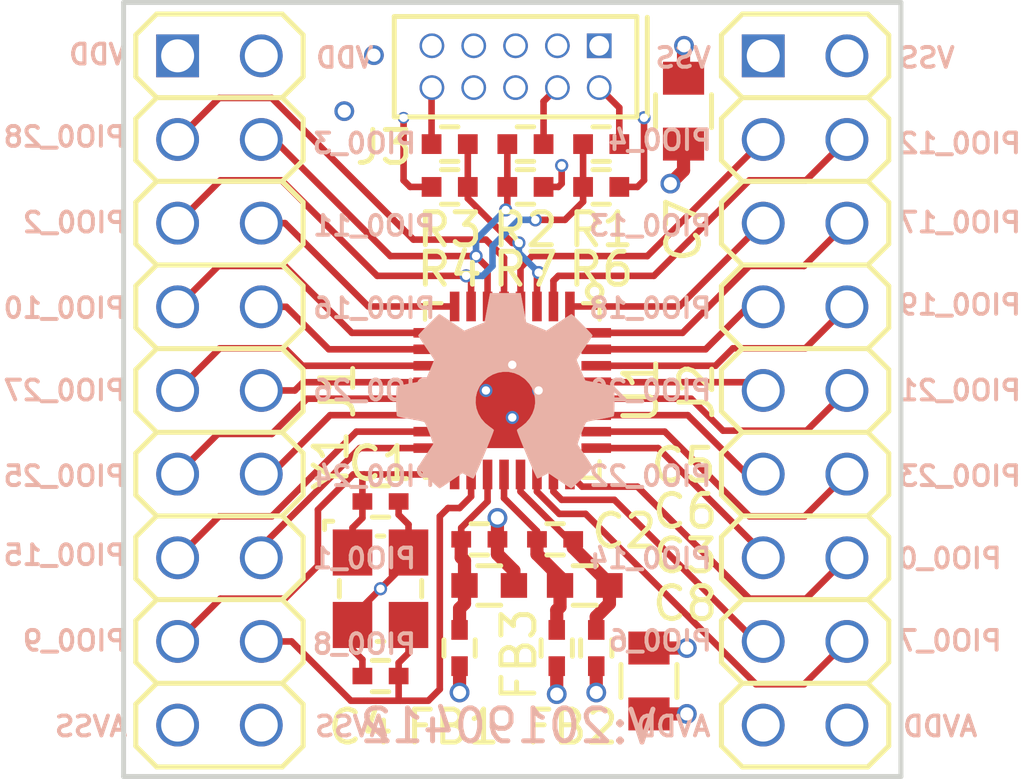
<source format=kicad_pcb>
(kicad_pcb (version 20171130) (host pcbnew 5.1.0-060a0da~80~ubuntu18.04.1)

  (general
    (thickness 1.6)
    (drawings 4)
    (tracks 250)
    (zones 0)
    (modules 24)
    (nets 40)
  )

  (page A4)
  (layers
    (0 F.Cu signal)
    (1 In1.Cu signal)
    (2 In2.Cu signal)
    (31 B.Cu signal)
    (32 B.Adhes user)
    (33 F.Adhes user)
    (34 B.Paste user)
    (35 F.Paste user)
    (36 B.SilkS user)
    (37 F.SilkS user)
    (38 B.Mask user)
    (39 F.Mask user)
    (40 Dwgs.User user)
    (41 Cmts.User user)
    (42 Eco1.User user)
    (43 Eco2.User user)
    (44 Edge.Cuts user)
    (45 Margin user)
    (46 B.CrtYd user)
    (47 F.CrtYd user)
    (48 B.Fab user)
    (49 F.Fab user)
  )

  (setup
    (last_trace_width 0.127)
    (user_trace_width 0.127)
    (user_trace_width 0.2)
    (user_trace_width 0.3)
    (user_trace_width 0.4)
    (user_trace_width 0.6)
    (user_trace_width 1)
    (user_trace_width 1.5)
    (user_trace_width 2)
    (trace_clearance 0.127)
    (zone_clearance 0.3)
    (zone_45_only no)
    (trace_min 0.127)
    (via_size 0.3556)
    (via_drill 0.254)
    (via_min_size 0.3556)
    (via_min_drill 0.254)
    (user_via 0.4 0.254)
    (user_via 0.6 0.4)
    (user_via 0.8 0.6)
    (user_via 1 0.8)
    (user_via 1.3 1)
    (user_via 1.5 1.2)
    (user_via 1.7 1.4)
    (user_via 1.9 1.6)
    (uvia_size 0.3556)
    (uvia_drill 0.254)
    (uvias_allowed no)
    (uvia_min_size 0.254)
    (uvia_min_drill 0.254)
    (edge_width 0.15)
    (segment_width 0.2)
    (pcb_text_width 0.3)
    (pcb_text_size 1.5 1.5)
    (mod_edge_width 0.15)
    (mod_text_size 1 1)
    (mod_text_width 0.15)
    (pad_size 1.524 1.524)
    (pad_drill 0.762)
    (pad_to_mask_clearance 0.05)
    (solder_mask_min_width 0.05)
    (pad_to_paste_clearance_ratio -0.1)
    (aux_axis_origin 0 0)
    (visible_elements FFFFFF7F)
    (pcbplotparams
      (layerselection 0x010fc_ffffffff)
      (usegerberextensions true)
      (usegerberattributes false)
      (usegerberadvancedattributes false)
      (creategerberjobfile false)
      (excludeedgelayer true)
      (linewidth 0.100000)
      (plotframeref false)
      (viasonmask false)
      (mode 1)
      (useauxorigin false)
      (hpglpennumber 1)
      (hpglpenspeed 20)
      (hpglpendiameter 15.000000)
      (psnegative false)
      (psa4output false)
      (plotreference true)
      (plotvalue true)
      (plotinvisibletext false)
      (padsonsilk false)
      (subtractmaskfromsilk false)
      (outputformat 1)
      (mirror false)
      (drillshape 0)
      (scaleselection 1)
      (outputdirectory "LPC82X_JHI33_2layer_plots/"))
  )

  (net 0 "")
  (net 1 "Net-(C2-Pad1)")
  (net 2 "Net-(C3-Pad1)")
  (net 3 "Net-(C3-Pad2)")
  (net 4 /PIO0_28)
  (net 5 /PIO0_3)
  (net 6 /PIO0_2)
  (net 7 /PIO0_11)
  (net 8 /PIO0_10)
  (net 9 /PIO0_16)
  (net 10 /PIO0_27)
  (net 11 /PIO0_26)
  (net 12 /PIO0_25)
  (net 13 /PIO0_24)
  (net 14 /PIO0_15)
  (net 15 /PIO0_1)
  (net 16 /PIO0_9)
  (net 17 /PIO0_8)
  (net 18 /PIO0_7)
  (net 19 /PIO0_6)
  (net 20 /PIO0_0)
  (net 21 /PIO0_14)
  (net 22 /PIO0_23)
  (net 23 /PIO0_22)
  (net 24 /PIO0_21)
  (net 25 /PIO0_20)
  (net 26 /PIO0_19)
  (net 27 /PIO0_18)
  (net 28 /PIO0_17)
  (net 29 /PIO0_13)
  (net 30 /PIO0_12)
  (net 31 /PIO0_4)
  (net 32 "Net-(J3-Pad2)")
  (net 33 "Net-(J3-Pad4)")
  (net 34 "Net-(J3-Pad10)")
  (net 35 /RESET)
  (net 36 /VSS)
  (net 37 /VDD)
  (net 38 /AVDD)
  (net 39 /AVSS)

  (net_class Default "This is the default net class."
    (clearance 0.127)
    (trace_width 0.127)
    (via_dia 0.3556)
    (via_drill 0.254)
    (uvia_dia 0.3556)
    (uvia_drill 0.254)
    (add_net /AVDD)
    (add_net /AVSS)
    (add_net /PIO0_0)
    (add_net /PIO0_1)
    (add_net /PIO0_10)
    (add_net /PIO0_11)
    (add_net /PIO0_12)
    (add_net /PIO0_13)
    (add_net /PIO0_14)
    (add_net /PIO0_15)
    (add_net /PIO0_16)
    (add_net /PIO0_17)
    (add_net /PIO0_18)
    (add_net /PIO0_19)
    (add_net /PIO0_2)
    (add_net /PIO0_20)
    (add_net /PIO0_21)
    (add_net /PIO0_22)
    (add_net /PIO0_23)
    (add_net /PIO0_24)
    (add_net /PIO0_25)
    (add_net /PIO0_26)
    (add_net /PIO0_27)
    (add_net /PIO0_28)
    (add_net /PIO0_3)
    (add_net /PIO0_4)
    (add_net /PIO0_6)
    (add_net /PIO0_7)
    (add_net /PIO0_8)
    (add_net /PIO0_9)
    (add_net /RESET)
    (add_net /VDD)
    (add_net /VSS)
    (add_net "Net-(C2-Pad1)")
    (add_net "Net-(C3-Pad1)")
    (add_net "Net-(C3-Pad2)")
    (add_net "Net-(J3-Pad10)")
    (add_net "Net-(J3-Pad2)")
    (add_net "Net-(J3-Pad4)")
  )

  (module SquantorConnectorsNamed:LPC82XJHI33_breakout_analog_left (layer F.Cu) (tedit 5CB785EB) (tstamp 5BE6DE86)
    (at 80.01 106.68 270)
    (descr "Labeled left side pinheader for the LPC82X QFN33 breakout")
    (tags "LPC82XJHI33 breakout left")
    (path /5BD2E6A6)
    (attr virtual)
    (fp_text reference J1 (at 0 -3.59 270) (layer F.SilkS)
      (effects (font (size 1 1) (thickness 0.15)))
    )
    (fp_text value LPC82XJHI33_LEFT (at 0 -3.59 270) (layer F.Fab)
      (effects (font (size 1 1) (thickness 0.15)))
    )
    (fp_text user VDD (at -10.1 -3.8 180) (layer B.SilkS)
      (effects (font (size 0.6 0.6) (thickness 0.12)) (justify mirror))
    )
    (fp_text user PIO0_3 (at -7.5 -4.4 180) (layer B.SilkS)
      (effects (font (size 0.6 0.6) (thickness 0.12)) (justify mirror))
    )
    (fp_text user PIO0_11 (at -5 -4.7 180) (layer B.SilkS)
      (effects (font (size 0.6 0.6) (thickness 0.12)) (justify mirror))
    )
    (fp_text user PIO0_16 (at -2.5 -4.7 180) (layer B.SilkS)
      (effects (font (size 0.6 0.6) (thickness 0.12)) (justify mirror))
    )
    (fp_text user PIO0_26 (at 0 -4.7 180) (layer B.SilkS)
      (effects (font (size 0.6 0.6) (thickness 0.12)) (justify mirror))
    )
    (fp_text user PIO0_24 (at 2.6 -4.7 180) (layer B.SilkS)
      (effects (font (size 0.6 0.6) (thickness 0.12)) (justify mirror))
    )
    (fp_text user PIO0_1 (at 5.1 -4.4 180) (layer B.SilkS)
      (effects (font (size 0.6 0.6) (thickness 0.12)) (justify mirror))
    )
    (fp_text user PIO0_8 (at 7.7 -4.4 180) (layer B.SilkS)
      (effects (font (size 0.6 0.6) (thickness 0.12)) (justify mirror))
    )
    (fp_text user AVSS (at 10.2 -4 180) (layer B.SilkS)
      (effects (font (size 0.6 0.6) (thickness 0.12)) (justify mirror))
    )
    (fp_text user AVSS (at 10.2 3.9 180) (layer B.SilkS)
      (effects (font (size 0.6 0.6) (thickness 0.12)) (justify mirror))
    )
    (fp_text user PIO0_9 (at 7.6 4.4 180) (layer B.SilkS)
      (effects (font (size 0.6 0.6) (thickness 0.12)) (justify mirror))
    )
    (fp_text user PIO0_15 (at 5 4.7 180) (layer B.SilkS)
      (effects (font (size 0.6 0.6) (thickness 0.12)) (justify mirror))
    )
    (fp_text user PIO0_25 (at 2.6 4.7 180) (layer B.SilkS)
      (effects (font (size 0.6 0.6) (thickness 0.12)) (justify mirror))
    )
    (fp_text user PIO0_27 (at 0 4.7 180) (layer B.SilkS)
      (effects (font (size 0.6 0.6) (thickness 0.12)) (justify mirror))
    )
    (fp_text user PIO0_10 (at -2.5 4.7 180) (layer B.SilkS)
      (effects (font (size 0.6 0.6) (thickness 0.12)) (justify mirror))
    )
    (fp_text user PIO0_2 (at -5.1 4.4 180) (layer B.SilkS)
      (effects (font (size 0.6 0.6) (thickness 0.12)) (justify mirror))
    )
    (fp_text user PIO0_28 (at -7.7 4.7 180) (layer B.SilkS)
      (effects (font (size 0.6 0.6) (thickness 0.12)) (justify mirror))
    )
    (fp_text user VDD (at -10.2 3.7 180) (layer B.SilkS)
      (effects (font (size 0.6 0.6) (thickness 0.12)) (justify mirror))
    )
    (fp_line (start 9.525 2.54) (end 10.795 2.54) (layer F.SilkS) (width 0.1524))
    (fp_line (start 11.43 -1.905) (end 11.43 1.905) (layer F.SilkS) (width 0.1524))
    (fp_line (start 8.89 1.905) (end 9.525 2.54) (layer F.SilkS) (width 0.1524))
    (fp_line (start 11.43 1.905) (end 10.795 2.54) (layer F.SilkS) (width 0.1524))
    (fp_line (start 10.795 -2.54) (end 11.43 -1.905) (layer F.SilkS) (width 0.1524))
    (fp_line (start 9.525 -2.54) (end 10.795 -2.54) (layer F.SilkS) (width 0.1524))
    (fp_line (start 8.89 -1.905) (end 9.525 -2.54) (layer F.SilkS) (width 0.1524))
    (fp_line (start -10.795 2.54) (end -9.525 2.54) (layer F.SilkS) (width 0.1524))
    (fp_line (start -8.255 2.54) (end -6.985 2.54) (layer F.SilkS) (width 0.1524))
    (fp_line (start -5.715 2.54) (end -4.445 2.54) (layer F.SilkS) (width 0.1524))
    (fp_line (start -3.175 2.54) (end -1.905 2.54) (layer F.SilkS) (width 0.1524))
    (fp_line (start -0.635 2.54) (end 0.635 2.54) (layer F.SilkS) (width 0.1524))
    (fp_line (start 1.905 2.54) (end 3.175 2.54) (layer F.SilkS) (width 0.1524))
    (fp_line (start 4.445 2.54) (end 5.715 2.54) (layer F.SilkS) (width 0.1524))
    (fp_line (start 6.985 2.54) (end 8.255 2.54) (layer F.SilkS) (width 0.1524))
    (fp_line (start 8.89 -1.905) (end 8.89 1.905) (layer F.SilkS) (width 0.1524))
    (fp_line (start 6.35 -1.905) (end 6.35 1.905) (layer F.SilkS) (width 0.1524))
    (fp_line (start 3.81 -1.905) (end 3.81 1.905) (layer F.SilkS) (width 0.1524))
    (fp_line (start 1.27 -1.905) (end 1.27 1.905) (layer F.SilkS) (width 0.1524))
    (fp_line (start -1.27 -1.905) (end -1.27 1.905) (layer F.SilkS) (width 0.1524))
    (fp_line (start -3.81 -1.905) (end -3.81 1.905) (layer F.SilkS) (width 0.1524))
    (fp_line (start -6.35 -1.905) (end -6.35 1.905) (layer F.SilkS) (width 0.1524))
    (fp_line (start -8.89 -1.905) (end -8.89 1.905) (layer F.SilkS) (width 0.1524))
    (fp_line (start 3.81 1.905) (end 4.445 2.54) (layer F.SilkS) (width 0.1524))
    (fp_line (start 6.35 1.905) (end 5.715 2.54) (layer F.SilkS) (width 0.1524))
    (fp_line (start 6.35 1.905) (end 6.985 2.54) (layer F.SilkS) (width 0.1524))
    (fp_line (start 8.89 1.905) (end 8.255 2.54) (layer F.SilkS) (width 0.1524))
    (fp_line (start 8.255 -2.54) (end 8.89 -1.905) (layer F.SilkS) (width 0.1524))
    (fp_line (start 6.985 -2.54) (end 8.255 -2.54) (layer F.SilkS) (width 0.1524))
    (fp_line (start 6.35 -1.905) (end 6.985 -2.54) (layer F.SilkS) (width 0.1524))
    (fp_line (start 5.715 -2.54) (end 6.35 -1.905) (layer F.SilkS) (width 0.1524))
    (fp_line (start 4.445 -2.54) (end 5.715 -2.54) (layer F.SilkS) (width 0.1524))
    (fp_line (start 3.81 -1.905) (end 4.445 -2.54) (layer F.SilkS) (width 0.1524))
    (fp_line (start 3.175 -2.54) (end 3.81 -1.905) (layer F.SilkS) (width 0.1524))
    (fp_line (start 1.905 -2.54) (end 3.175 -2.54) (layer F.SilkS) (width 0.1524))
    (fp_line (start 1.27 -1.905) (end 1.905 -2.54) (layer F.SilkS) (width 0.1524))
    (fp_line (start 0.635 -2.54) (end 1.27 -1.905) (layer F.SilkS) (width 0.1524))
    (fp_line (start -0.635 -2.54) (end 0.635 -2.54) (layer F.SilkS) (width 0.1524))
    (fp_line (start -1.27 -1.905) (end -0.635 -2.54) (layer F.SilkS) (width 0.1524))
    (fp_line (start -1.905 -2.54) (end -1.27 -1.905) (layer F.SilkS) (width 0.1524))
    (fp_line (start -3.175 -2.54) (end -1.905 -2.54) (layer F.SilkS) (width 0.1524))
    (fp_line (start -3.81 -1.905) (end -3.175 -2.54) (layer F.SilkS) (width 0.1524))
    (fp_line (start -4.445 -2.54) (end -3.81 -1.905) (layer F.SilkS) (width 0.1524))
    (fp_line (start -5.715 -2.54) (end -4.445 -2.54) (layer F.SilkS) (width 0.1524))
    (fp_line (start -6.35 -1.905) (end -5.715 -2.54) (layer F.SilkS) (width 0.1524))
    (fp_line (start -6.985 -2.54) (end -6.35 -1.905) (layer F.SilkS) (width 0.1524))
    (fp_line (start -8.255 -2.54) (end -6.985 -2.54) (layer F.SilkS) (width 0.1524))
    (fp_line (start -8.89 -1.905) (end -8.255 -2.54) (layer F.SilkS) (width 0.1524))
    (fp_line (start -9.525 -2.54) (end -8.89 -1.905) (layer F.SilkS) (width 0.1524))
    (fp_line (start -10.795 -2.54) (end -9.525 -2.54) (layer F.SilkS) (width 0.1524))
    (fp_line (start -11.43 -1.905) (end -10.795 -2.54) (layer F.SilkS) (width 0.1524))
    (fp_line (start -11.43 1.905) (end -11.43 -1.905) (layer F.SilkS) (width 0.1524))
    (fp_line (start 3.175 2.54) (end 3.81 1.905) (layer F.SilkS) (width 0.1524))
    (fp_line (start 1.27 1.905) (end 1.905 2.54) (layer F.SilkS) (width 0.1524))
    (fp_line (start 0.635 2.54) (end 1.27 1.905) (layer F.SilkS) (width 0.1524))
    (fp_line (start -1.27 1.905) (end -0.635 2.54) (layer F.SilkS) (width 0.1524))
    (fp_line (start -1.905 2.54) (end -1.27 1.905) (layer F.SilkS) (width 0.1524))
    (fp_line (start -3.81 1.905) (end -3.175 2.54) (layer F.SilkS) (width 0.1524))
    (fp_line (start -4.445 2.54) (end -3.81 1.905) (layer F.SilkS) (width 0.1524))
    (fp_line (start -6.35 1.905) (end -5.715 2.54) (layer F.SilkS) (width 0.1524))
    (fp_line (start -6.985 2.54) (end -6.35 1.905) (layer F.SilkS) (width 0.1524))
    (fp_line (start -8.89 1.905) (end -8.255 2.54) (layer F.SilkS) (width 0.1524))
    (fp_line (start -9.525 2.54) (end -8.89 1.905) (layer F.SilkS) (width 0.1524))
    (fp_line (start -11.43 1.905) (end -10.795 2.54) (layer F.SilkS) (width 0.1524))
    (pad 18 thru_hole circle (at 10.16 -1.27 270) (size 1.3 1.3) (drill 1) (layers *.Cu *.Mask)
      (net 39 /AVSS))
    (pad 17 thru_hole circle (at 10.16 1.27 270) (size 1.3 1.3) (drill 1) (layers *.Cu *.Mask)
      (net 39 /AVSS))
    (pad 16 thru_hole circle (at 7.62 -1.27 270) (size 1.3 1.3) (drill 1) (layers *.Cu *.Mask)
      (net 17 /PIO0_8))
    (pad 15 thru_hole circle (at 7.62 1.27 270) (size 1.3 1.3) (drill 1) (layers *.Cu *.Mask)
      (net 16 /PIO0_9))
    (pad 14 thru_hole circle (at 5.08 -1.27 270) (size 1.3 1.3) (drill 1) (layers *.Cu *.Mask)
      (net 15 /PIO0_1))
    (pad 13 thru_hole circle (at 5.08 1.27 270) (size 1.3 1.3) (drill 1) (layers *.Cu *.Mask)
      (net 14 /PIO0_15))
    (pad 12 thru_hole circle (at 2.54 -1.27 270) (size 1.3 1.3) (drill 1) (layers *.Cu *.Mask)
      (net 13 /PIO0_24))
    (pad 11 thru_hole circle (at 2.54 1.27 270) (size 1.3 1.3) (drill 1) (layers *.Cu *.Mask)
      (net 12 /PIO0_25))
    (pad 10 thru_hole circle (at 0 -1.27 270) (size 1.3 1.3) (drill 1) (layers *.Cu *.Mask)
      (net 11 /PIO0_26))
    (pad 9 thru_hole circle (at 0 1.27 270) (size 1.3 1.3) (drill 1) (layers *.Cu *.Mask)
      (net 10 /PIO0_27))
    (pad 8 thru_hole circle (at -2.54 -1.27 270) (size 1.3 1.3) (drill 1) (layers *.Cu *.Mask)
      (net 9 /PIO0_16))
    (pad 7 thru_hole circle (at -2.54 1.27 270) (size 1.3 1.3) (drill 1) (layers *.Cu *.Mask)
      (net 8 /PIO0_10))
    (pad 6 thru_hole circle (at -5.08 -1.27 270) (size 1.3 1.3) (drill 1) (layers *.Cu *.Mask)
      (net 7 /PIO0_11))
    (pad 5 thru_hole circle (at -5.08 1.27 270) (size 1.3 1.3) (drill 1) (layers *.Cu *.Mask)
      (net 6 /PIO0_2))
    (pad 4 thru_hole circle (at -7.62 -1.27 270) (size 1.3 1.3) (drill 1) (layers *.Cu *.Mask)
      (net 5 /PIO0_3))
    (pad 3 thru_hole circle (at -7.62 1.27 270) (size 1.3 1.3) (drill 1) (layers *.Cu *.Mask)
      (net 4 /PIO0_28))
    (pad 2 thru_hole circle (at -10.16 -1.27 270) (size 1.3 1.3) (drill 1) (layers *.Cu *.Mask)
      (net 37 /VDD))
    (pad 1 thru_hole rect (at -10.16 1.27 270) (size 1.3 1.3) (drill 1) (layers *.Cu *.Mask)
      (net 37 /VDD))
  )

  (module SquantorConnectorsNamed:LPC82XJHI33_breakout_analog_right (layer F.Cu) (tedit 5CB78604) (tstamp 5C00294C)
    (at 97.79 106.68 270)
    (descr "Labeled right side pinheader for the LPC82X QFN33 breakout")
    (tags "LPC82XJHI33 breakout right")
    (path /5BD2E711)
    (attr virtual)
    (fp_text reference J2 (at 0.02 3.29 270) (layer F.SilkS)
      (effects (font (size 1 1) (thickness 0.15)))
    )
    (fp_text value LPC82XJHI33_RIGHT (at 0 3.29 270) (layer F.Fab)
      (effects (font (size 1 1) (thickness 0.15)))
    )
    (fp_text user VSS (at -10.1 -3.7 180) (layer B.SilkS)
      (effects (font (size 0.6 0.6) (thickness 0.12)) (justify mirror))
    )
    (fp_text user PIO0_12 (at -7.5 -4.7 180) (layer B.SilkS)
      (effects (font (size 0.6 0.6) (thickness 0.12)) (justify mirror))
    )
    (fp_text user PIO0_17 (at -5.1 -4.7 180) (layer B.SilkS)
      (effects (font (size 0.6 0.6) (thickness 0.12)) (justify mirror))
    )
    (fp_text user PIO0_19 (at -2.6 -4.7 180) (layer B.SilkS)
      (effects (font (size 0.6 0.6) (thickness 0.12)) (justify mirror))
    )
    (fp_text user PIO0_21 (at 0 -4.7 180) (layer B.SilkS)
      (effects (font (size 0.6 0.6) (thickness 0.12)) (justify mirror))
    )
    (fp_text user PIO0_23 (at 2.6 -4.7 180) (layer B.SilkS)
      (effects (font (size 0.6 0.6) (thickness 0.12)) (justify mirror))
    )
    (fp_text user PIO0_0 (at 5.1 -4.4 180) (layer B.SilkS)
      (effects (font (size 0.6 0.6) (thickness 0.12)) (justify mirror))
    )
    (fp_text user PIO0_7 (at 7.6 -4.4 180) (layer B.SilkS)
      (effects (font (size 0.6 0.6) (thickness 0.12)) (justify mirror))
    )
    (fp_text user AVDD (at 10.2 -4.1 180) (layer B.SilkS)
      (effects (font (size 0.6 0.6) (thickness 0.12)) (justify mirror))
    )
    (fp_text user AVDD (at 10.2 4 180) (layer B.SilkS)
      (effects (font (size 0.6 0.6) (thickness 0.12)) (justify mirror))
    )
    (fp_text user PIO0_6 (at 7.6 4.4 180) (layer B.SilkS)
      (effects (font (size 0.6 0.6) (thickness 0.12)) (justify mirror))
    )
    (fp_text user PIO0_14 (at 5.1 4.7 180) (layer B.SilkS)
      (effects (font (size 0.6 0.6) (thickness 0.12)) (justify mirror))
    )
    (fp_text user PIO0_22 (at 2.6 4.7 180) (layer B.SilkS)
      (effects (font (size 0.6 0.6) (thickness 0.12)) (justify mirror))
    )
    (fp_text user PIO0_20 (at 0 4.7 180) (layer B.SilkS)
      (effects (font (size 0.6 0.6) (thickness 0.12)) (justify mirror))
    )
    (fp_text user PIO0_18 (at -2.5 4.7 180) (layer B.SilkS)
      (effects (font (size 0.6 0.6) (thickness 0.12)) (justify mirror))
    )
    (fp_text user PIO0_13 (at -5 4.7 180) (layer B.SilkS)
      (effects (font (size 0.6 0.6) (thickness 0.12)) (justify mirror))
    )
    (fp_text user PIO0_4 (at -7.6 4.4 180) (layer B.SilkS)
      (effects (font (size 0.6 0.6) (thickness 0.12)) (justify mirror))
    )
    (fp_text user VSS (at -10.1 3.7 180) (layer B.SilkS)
      (effects (font (size 0.6 0.6) (thickness 0.12)) (justify mirror))
    )
    (fp_line (start 9.525 2.54) (end 10.795 2.54) (layer F.SilkS) (width 0.1524))
    (fp_line (start 11.43 -1.905) (end 11.43 1.905) (layer F.SilkS) (width 0.1524))
    (fp_line (start 8.89 1.905) (end 9.525 2.54) (layer F.SilkS) (width 0.1524))
    (fp_line (start 11.43 1.905) (end 10.795 2.54) (layer F.SilkS) (width 0.1524))
    (fp_line (start 10.795 -2.54) (end 11.43 -1.905) (layer F.SilkS) (width 0.1524))
    (fp_line (start 9.525 -2.54) (end 10.795 -2.54) (layer F.SilkS) (width 0.1524))
    (fp_line (start 8.89 -1.905) (end 9.525 -2.54) (layer F.SilkS) (width 0.1524))
    (fp_line (start -10.795 2.54) (end -9.525 2.54) (layer F.SilkS) (width 0.1524))
    (fp_line (start -8.255 2.54) (end -6.985 2.54) (layer F.SilkS) (width 0.1524))
    (fp_line (start -5.715 2.54) (end -4.445 2.54) (layer F.SilkS) (width 0.1524))
    (fp_line (start -3.175 2.54) (end -1.905 2.54) (layer F.SilkS) (width 0.1524))
    (fp_line (start -0.635 2.54) (end 0.635 2.54) (layer F.SilkS) (width 0.1524))
    (fp_line (start 1.905 2.54) (end 3.175 2.54) (layer F.SilkS) (width 0.1524))
    (fp_line (start 4.445 2.54) (end 5.715 2.54) (layer F.SilkS) (width 0.1524))
    (fp_line (start 6.985 2.54) (end 8.255 2.54) (layer F.SilkS) (width 0.1524))
    (fp_line (start 8.89 -1.905) (end 8.89 1.905) (layer F.SilkS) (width 0.1524))
    (fp_line (start 6.35 -1.905) (end 6.35 1.905) (layer F.SilkS) (width 0.1524))
    (fp_line (start 3.81 -1.905) (end 3.81 1.905) (layer F.SilkS) (width 0.1524))
    (fp_line (start 1.27 -1.905) (end 1.27 1.905) (layer F.SilkS) (width 0.1524))
    (fp_line (start -1.27 -1.905) (end -1.27 1.905) (layer F.SilkS) (width 0.1524))
    (fp_line (start -3.81 -1.905) (end -3.81 1.905) (layer F.SilkS) (width 0.1524))
    (fp_line (start -6.35 -1.905) (end -6.35 1.905) (layer F.SilkS) (width 0.1524))
    (fp_line (start -8.89 -1.905) (end -8.89 1.905) (layer F.SilkS) (width 0.1524))
    (fp_line (start 3.81 1.905) (end 4.445 2.54) (layer F.SilkS) (width 0.1524))
    (fp_line (start 6.35 1.905) (end 5.715 2.54) (layer F.SilkS) (width 0.1524))
    (fp_line (start 6.35 1.905) (end 6.985 2.54) (layer F.SilkS) (width 0.1524))
    (fp_line (start 8.89 1.905) (end 8.255 2.54) (layer F.SilkS) (width 0.1524))
    (fp_line (start 8.255 -2.54) (end 8.89 -1.905) (layer F.SilkS) (width 0.1524))
    (fp_line (start 6.985 -2.54) (end 8.255 -2.54) (layer F.SilkS) (width 0.1524))
    (fp_line (start 6.35 -1.905) (end 6.985 -2.54) (layer F.SilkS) (width 0.1524))
    (fp_line (start 5.715 -2.54) (end 6.35 -1.905) (layer F.SilkS) (width 0.1524))
    (fp_line (start 4.445 -2.54) (end 5.715 -2.54) (layer F.SilkS) (width 0.1524))
    (fp_line (start 3.81 -1.905) (end 4.445 -2.54) (layer F.SilkS) (width 0.1524))
    (fp_line (start 3.175 -2.54) (end 3.81 -1.905) (layer F.SilkS) (width 0.1524))
    (fp_line (start 1.905 -2.54) (end 3.175 -2.54) (layer F.SilkS) (width 0.1524))
    (fp_line (start 1.27 -1.905) (end 1.905 -2.54) (layer F.SilkS) (width 0.1524))
    (fp_line (start 0.635 -2.54) (end 1.27 -1.905) (layer F.SilkS) (width 0.1524))
    (fp_line (start -0.635 -2.54) (end 0.635 -2.54) (layer F.SilkS) (width 0.1524))
    (fp_line (start -1.27 -1.905) (end -0.635 -2.54) (layer F.SilkS) (width 0.1524))
    (fp_line (start -1.905 -2.54) (end -1.27 -1.905) (layer F.SilkS) (width 0.1524))
    (fp_line (start -3.175 -2.54) (end -1.905 -2.54) (layer F.SilkS) (width 0.1524))
    (fp_line (start -3.81 -1.905) (end -3.175 -2.54) (layer F.SilkS) (width 0.1524))
    (fp_line (start -4.445 -2.54) (end -3.81 -1.905) (layer F.SilkS) (width 0.1524))
    (fp_line (start -5.715 -2.54) (end -4.445 -2.54) (layer F.SilkS) (width 0.1524))
    (fp_line (start -6.35 -1.905) (end -5.715 -2.54) (layer F.SilkS) (width 0.1524))
    (fp_line (start -6.985 -2.54) (end -6.35 -1.905) (layer F.SilkS) (width 0.1524))
    (fp_line (start -8.255 -2.54) (end -6.985 -2.54) (layer F.SilkS) (width 0.1524))
    (fp_line (start -8.89 -1.905) (end -8.255 -2.54) (layer F.SilkS) (width 0.1524))
    (fp_line (start -9.525 -2.54) (end -8.89 -1.905) (layer F.SilkS) (width 0.1524))
    (fp_line (start -10.795 -2.54) (end -9.525 -2.54) (layer F.SilkS) (width 0.1524))
    (fp_line (start -11.43 -1.905) (end -10.795 -2.54) (layer F.SilkS) (width 0.1524))
    (fp_line (start -11.43 1.905) (end -11.43 -1.905) (layer F.SilkS) (width 0.1524))
    (fp_line (start 3.175 2.54) (end 3.81 1.905) (layer F.SilkS) (width 0.1524))
    (fp_line (start 1.27 1.905) (end 1.905 2.54) (layer F.SilkS) (width 0.1524))
    (fp_line (start 0.635 2.54) (end 1.27 1.905) (layer F.SilkS) (width 0.1524))
    (fp_line (start -1.27 1.905) (end -0.635 2.54) (layer F.SilkS) (width 0.1524))
    (fp_line (start -1.905 2.54) (end -1.27 1.905) (layer F.SilkS) (width 0.1524))
    (fp_line (start -3.81 1.905) (end -3.175 2.54) (layer F.SilkS) (width 0.1524))
    (fp_line (start -4.445 2.54) (end -3.81 1.905) (layer F.SilkS) (width 0.1524))
    (fp_line (start -6.35 1.905) (end -5.715 2.54) (layer F.SilkS) (width 0.1524))
    (fp_line (start -6.985 2.54) (end -6.35 1.905) (layer F.SilkS) (width 0.1524))
    (fp_line (start -8.89 1.905) (end -8.255 2.54) (layer F.SilkS) (width 0.1524))
    (fp_line (start -9.525 2.54) (end -8.89 1.905) (layer F.SilkS) (width 0.1524))
    (fp_line (start -11.43 1.905) (end -10.795 2.54) (layer F.SilkS) (width 0.1524))
    (pad 18 thru_hole circle (at 10.16 -1.27 270) (size 1.3 1.3) (drill 1) (layers *.Cu *.Mask)
      (net 38 /AVDD))
    (pad 17 thru_hole circle (at 10.16 1.27 270) (size 1.3 1.3) (drill 1) (layers *.Cu *.Mask)
      (net 38 /AVDD))
    (pad 16 thru_hole circle (at 7.62 -1.27 270) (size 1.3 1.3) (drill 1) (layers *.Cu *.Mask)
      (net 18 /PIO0_7))
    (pad 15 thru_hole circle (at 7.62 1.27 270) (size 1.3 1.3) (drill 1) (layers *.Cu *.Mask)
      (net 19 /PIO0_6))
    (pad 14 thru_hole circle (at 5.08 -1.27 270) (size 1.3 1.3) (drill 1) (layers *.Cu *.Mask)
      (net 20 /PIO0_0))
    (pad 13 thru_hole circle (at 5.08 1.27 270) (size 1.3 1.3) (drill 1) (layers *.Cu *.Mask)
      (net 21 /PIO0_14))
    (pad 12 thru_hole circle (at 2.54 -1.27 270) (size 1.3 1.3) (drill 1) (layers *.Cu *.Mask)
      (net 22 /PIO0_23))
    (pad 11 thru_hole circle (at 2.54 1.27 270) (size 1.3 1.3) (drill 1) (layers *.Cu *.Mask)
      (net 23 /PIO0_22))
    (pad 10 thru_hole circle (at 0 -1.27 270) (size 1.3 1.3) (drill 1) (layers *.Cu *.Mask)
      (net 24 /PIO0_21))
    (pad 9 thru_hole circle (at 0 1.27 270) (size 1.3 1.3) (drill 1) (layers *.Cu *.Mask)
      (net 25 /PIO0_20))
    (pad 8 thru_hole circle (at -2.54 -1.27 270) (size 1.3 1.3) (drill 1) (layers *.Cu *.Mask)
      (net 26 /PIO0_19))
    (pad 7 thru_hole circle (at -2.54 1.27 270) (size 1.3 1.3) (drill 1) (layers *.Cu *.Mask)
      (net 27 /PIO0_18))
    (pad 6 thru_hole circle (at -5.08 -1.27 270) (size 1.3 1.3) (drill 1) (layers *.Cu *.Mask)
      (net 28 /PIO0_17))
    (pad 5 thru_hole circle (at -5.08 1.27 270) (size 1.3 1.3) (drill 1) (layers *.Cu *.Mask)
      (net 29 /PIO0_13))
    (pad 4 thru_hole circle (at -7.62 -1.27 270) (size 1.3 1.3) (drill 1) (layers *.Cu *.Mask)
      (net 30 /PIO0_12))
    (pad 3 thru_hole circle (at -7.62 1.27 270) (size 1.3 1.3) (drill 1) (layers *.Cu *.Mask)
      (net 31 /PIO0_4))
    (pad 2 thru_hole circle (at -10.16 -1.27 270) (size 1.3 1.3) (drill 1) (layers *.Cu *.Mask)
      (net 36 /VSS))
    (pad 1 thru_hole rect (at -10.16 1.27 270) (size 1.3 1.3) (drill 1) (layers *.Cu *.Mask)
      (net 36 /VSS))
  )

  (module SquantorRcl:C_0805 (layer F.Cu) (tedit 5415D6EA) (tstamp 5CB68A0A)
    (at 93.05 115.5 270)
    (descr "Capacitor SMD 0805, reflow soldering, AVX (see smccp.pdf)")
    (tags "capacitor 0805")
    (path /5CBAB1E7)
    (attr smd)
    (fp_text reference C8 (at -2.35 -1.1) (layer F.SilkS)
      (effects (font (size 1 1) (thickness 0.15)))
    )
    (fp_text value 10u (at -2.35 -1.2 180) (layer F.Fab)
      (effects (font (size 1 1) (thickness 0.15)))
    )
    (fp_line (start -0.5 0.85) (end 0.5 0.85) (layer F.SilkS) (width 0.15))
    (fp_line (start 0.5 -0.85) (end -0.5 -0.85) (layer F.SilkS) (width 0.15))
    (fp_line (start 1.8 -1) (end 1.8 1) (layer F.CrtYd) (width 0.05))
    (fp_line (start -1.8 -1) (end -1.8 1) (layer F.CrtYd) (width 0.05))
    (fp_line (start -1.8 1) (end 1.8 1) (layer F.CrtYd) (width 0.05))
    (fp_line (start -1.8 -1) (end 1.8 -1) (layer F.CrtYd) (width 0.05))
    (fp_line (start -1 -0.625) (end 1 -0.625) (layer F.Fab) (width 0.15))
    (fp_line (start 1 -0.625) (end 1 0.625) (layer F.Fab) (width 0.15))
    (fp_line (start 1 0.625) (end -1 0.625) (layer F.Fab) (width 0.15))
    (fp_line (start -1 0.625) (end -1 -0.625) (layer F.Fab) (width 0.15))
    (pad 2 smd rect (at 1 0 270) (size 1 1.25) (layers F.Cu F.Paste F.Mask)
      (net 38 /AVDD))
    (pad 1 smd rect (at -1 0 270) (size 1 1.25) (layers F.Cu F.Paste F.Mask)
      (net 39 /AVSS))
    (model Capacitors_SMD.3dshapes/C_0805.wrl
      (at (xyz 0 0 0))
      (scale (xyz 1 1 1))
      (rotate (xyz 0 0 0))
    )
  )

  (module SquantorIC:SOT617-3_alt_paste (layer F.Cu) (tedit 5C8970EE) (tstamp 5C89D532)
    (at 88.9 106.68 270)
    (descr "<li><b>SOT617-3</b><hr>\n<ul><li>HVQFN32: plastic thermal enhanced very thin quad flat package; no leads; 32 terminals; body 5 x 5 x 0.85 mm\n<li><u>JEDEC</u>: MO-220\n<li><u>IEC</u>: --\n<li><u>JEITA</u>: -- </ul>")
    (path /5BD2C0FE)
    (fp_text reference U1 (at 0 -3.9 270) (layer F.SilkS)
      (effects (font (size 1 1) (thickness 0.15)))
    )
    (fp_text value LPC824M201JHI33 (at 0 4.1 270) (layer F.Fab)
      (effects (font (size 1 1) (thickness 0.15)))
    )
    (fp_line (start -2.15 -3) (end -2.15 -3.25) (layer F.CrtYd) (width 0.05))
    (fp_line (start -3 -3) (end -2.15 -3) (layer F.CrtYd) (width 0.05))
    (fp_line (start -3 -2.15) (end -3 -3) (layer F.CrtYd) (width 0.05))
    (fp_line (start -3.25 -2.15) (end -3 -2.15) (layer F.CrtYd) (width 0.05))
    (fp_line (start -3.25 2.15) (end -3.25 -2.15) (layer F.CrtYd) (width 0.05))
    (fp_line (start -3 2.15) (end -3.25 2.15) (layer F.CrtYd) (width 0.05))
    (fp_line (start -3 3) (end -3 2.15) (layer F.CrtYd) (width 0.05))
    (fp_line (start -2.15 3) (end -3 3) (layer F.CrtYd) (width 0.05))
    (fp_line (start -2.15 3.25) (end -2.15 3) (layer F.CrtYd) (width 0.05))
    (fp_line (start 2.15 3.25) (end -2.15 3.25) (layer F.CrtYd) (width 0.05))
    (fp_line (start 2.15 3) (end 2.15 3.25) (layer F.CrtYd) (width 0.05))
    (fp_line (start 3 3) (end 2.15 3) (layer F.CrtYd) (width 0.05))
    (fp_line (start 3 2.15) (end 3 3) (layer F.CrtYd) (width 0.05))
    (fp_line (start 3.25 2.15) (end 3 2.15) (layer F.CrtYd) (width 0.05))
    (fp_line (start 3.25 -2.15) (end 3.25 2.15) (layer F.CrtYd) (width 0.05))
    (fp_line (start 3 -2.15) (end 3.25 -2.15) (layer F.CrtYd) (width 0.05))
    (fp_line (start 3 -3) (end 3 -2.15) (layer F.CrtYd) (width 0.05))
    (fp_line (start 2.15 -3) (end 3 -3) (layer F.CrtYd) (width 0.05))
    (fp_line (start 2.15 -3.25) (end 2.15 -3) (layer F.CrtYd) (width 0.05))
    (fp_line (start -2.15 -3.25) (end 2.15 -3.25) (layer F.CrtYd) (width 0.05))
    (fp_circle (center -3 -2.5) (end -2.7764 -2.5) (layer F.SilkS) (width 0.15))
    (fp_line (start 2.15 2.65) (end 2.65 2.65) (layer F.SilkS) (width 0.127))
    (fp_line (start 2.15 -2.65) (end 2.65 -2.65) (layer F.SilkS) (width 0.127))
    (fp_line (start 2.65 2.15) (end 2.65 2.65) (layer F.SilkS) (width 0.127))
    (fp_line (start 2.65 -2.65) (end 2.65 -2.15) (layer F.SilkS) (width 0.127))
    (fp_line (start -2.65 2.15) (end -2.65 2.65) (layer F.SilkS) (width 0.127))
    (fp_line (start -2.65 -2.65) (end -2.65 -2.15) (layer F.SilkS) (width 0.127))
    (fp_line (start -2.65 2.65) (end -2.15 2.65) (layer F.SilkS) (width 0.127))
    (fp_line (start -2.65 -2.65) (end -2.15 -2.65) (layer F.SilkS) (width 0.127))
    (pad 33 smd rect (at 0.8 0.8 270) (size 1 1) (layers F.Cu F.Paste F.Mask)
      (net 36 /VSS))
    (pad 33 smd rect (at -0.8 0.8 270) (size 1 1) (layers F.Cu F.Paste F.Mask)
      (net 36 /VSS))
    (pad 33 smd rect (at 0.8 -0.8 270) (size 1 1) (layers F.Cu F.Paste F.Mask)
      (net 36 /VSS))
    (pad 33 smd rect (at -0.8 -0.8 270) (size 1 1) (layers F.Cu F.Paste F.Mask)
      (net 36 /VSS))
    (pad 33 smd rect (at 0 0 270) (size 3.5 3.5) (layers F.Cu)
      (net 36 /VSS))
    (pad 8 smd rect (at -2.55 1.75) (size 0.29 0.9) (layers F.Cu F.Paste F.Mask)
      (net 7 /PIO0_11))
    (pad 7 smd rect (at -2.55 1.25) (size 0.29 0.9) (layers F.Cu F.Paste F.Mask)
      (net 6 /PIO0_2))
    (pad 6 smd rect (at -2.55 0.75) (size 0.29 0.9) (layers F.Cu F.Paste F.Mask)
      (net 5 /PIO0_3))
    (pad 5 smd rect (at -2.55 0.25) (size 0.29 0.9) (layers F.Cu F.Paste F.Mask)
      (net 4 /PIO0_28))
    (pad 1 smd rect (at -2.55 -1.75) (size 0.29 0.9) (layers F.Cu F.Paste F.Mask)
      (net 29 /PIO0_13))
    (pad 2 smd rect (at -2.55 -1.25 180) (size 0.29 0.9) (layers F.Cu F.Paste F.Mask)
      (net 30 /PIO0_12))
    (pad 3 smd rect (at -2.55 -0.75) (size 0.29 0.9) (layers F.Cu F.Paste F.Mask)
      (net 35 /RESET))
    (pad 4 smd rect (at -2.55 -0.25) (size 0.29 0.9) (layers F.Cu F.Paste F.Mask)
      (net 31 /PIO0_4))
    (pad 24 smd rect (at 2.55 -1.75 180) (size 0.29 0.9) (layers F.Cu F.Paste F.Mask)
      (net 20 /PIO0_0))
    (pad 23 smd rect (at 2.55 -1.25 180) (size 0.29 0.9) (layers F.Cu F.Paste F.Mask)
      (net 19 /PIO0_6))
    (pad 22 smd rect (at 2.55 -0.75 180) (size 0.29 0.9) (layers F.Cu F.Paste F.Mask)
      (net 18 /PIO0_7))
    (pad 21 smd rect (at 2.55 -0.25 180) (size 0.29 0.9) (layers F.Cu F.Paste F.Mask)
      (net 2 "Net-(C3-Pad1)"))
    (pad 17 smd rect (at 2.55 1.75 180) (size 0.29 0.9) (layers F.Cu F.Paste F.Mask)
      (net 16 /PIO0_9))
    (pad 18 smd rect (at 2.55 1.25) (size 0.29 0.9) (layers F.Cu F.Paste F.Mask)
      (net 17 /PIO0_8))
    (pad 19 smd rect (at 2.55 0.75 180) (size 0.29 0.9) (layers F.Cu F.Paste F.Mask)
      (net 1 "Net-(C2-Pad1)"))
    (pad 20 smd rect (at 2.55 0.25 180) (size 0.29 0.9) (layers F.Cu F.Paste F.Mask)
      (net 3 "Net-(C3-Pad2)"))
    (pad 16 smd rect (at 1.75 2.55 90) (size 0.29 0.9) (layers F.Cu F.Paste F.Mask)
      (net 15 /PIO0_1))
    (pad 15 smd rect (at 1.25 2.55 90) (size 0.29 0.9) (layers F.Cu F.Paste F.Mask)
      (net 14 /PIO0_15))
    (pad 14 smd rect (at 0.75 2.55 90) (size 0.29 0.9) (layers F.Cu F.Paste F.Mask)
      (net 13 /PIO0_24))
    (pad 13 smd rect (at 0.25 2.55 90) (size 0.29 0.9) (layers F.Cu F.Paste F.Mask)
      (net 12 /PIO0_25))
    (pad 9 smd rect (at -1.75 2.55 90) (size 0.29 0.9) (layers F.Cu F.Paste F.Mask)
      (net 8 /PIO0_10))
    (pad 10 smd rect (at -1.25 2.55 90) (size 0.29 0.9) (layers F.Cu F.Paste F.Mask)
      (net 9 /PIO0_16))
    (pad 11 smd rect (at -0.75 2.55 90) (size 0.29 0.9) (layers F.Cu F.Paste F.Mask)
      (net 10 /PIO0_27))
    (pad 12 smd rect (at -0.25 2.55 90) (size 0.29 0.9) (layers F.Cu F.Paste F.Mask)
      (net 11 /PIO0_26))
    (pad 32 smd rect (at -1.75 -2.55 270) (size 0.29 0.9) (layers F.Cu F.Paste F.Mask)
      (net 28 /PIO0_17))
    (pad 31 smd rect (at -1.25 -2.55 270) (size 0.29 0.9) (layers F.Cu F.Paste F.Mask)
      (net 27 /PIO0_18))
    (pad 30 smd rect (at -0.75 -2.55 270) (size 0.29 0.9) (layers F.Cu F.Paste F.Mask)
      (net 26 /PIO0_19))
    (pad 29 smd rect (at -0.25 -2.55 270) (size 0.29 0.9) (layers F.Cu F.Paste F.Mask)
      (net 25 /PIO0_20))
    (pad 25 smd rect (at 1.75 -2.55 270) (size 0.29 0.9) (layers F.Cu F.Paste F.Mask)
      (net 21 /PIO0_14))
    (pad 26 smd rect (at 1.25 -2.55 270) (size 0.29 0.9) (layers F.Cu F.Paste F.Mask)
      (net 22 /PIO0_23))
    (pad 27 smd rect (at 0.75 -2.55 270) (size 0.29 0.9) (layers F.Cu F.Paste F.Mask)
      (net 23 /PIO0_22))
    (pad 28 smd rect (at 0.25 -2.55 270) (size 0.29 0.9) (layers F.Cu F.Paste F.Mask)
      (net 24 /PIO0_21))
  )

  (module SquantorCrystal:Crystal_3225_4 (layer F.Cu) (tedit 5BF6F546) (tstamp 5C002A0D)
    (at 84.9 112.7 270)
    (path /5BE1D5EF)
    (attr smd)
    (fp_text reference Y1 (at -3.9 1.5 270) (layer F.SilkS)
      (effects (font (size 1 1) (thickness 0.15)))
    )
    (fp_text value 12MHz (at 0 2.5 270) (layer F.Fab) hide
      (effects (font (size 1 1) (thickness 0.15)))
    )
    (fp_line (start -2.05 1.45) (end -2.05 1.7) (layer F.SilkS) (width 0.15))
    (fp_line (start -2.05 1.7) (end -1.8 1.7) (layer F.SilkS) (width 0.15))
    (fp_line (start -2.05 1.7) (end -2.05 -1.7) (layer F.CrtYd) (width 0.05))
    (fp_line (start 2.05 1.7) (end -2.05 1.7) (layer F.CrtYd) (width 0.05))
    (fp_line (start 2.05 -1.7) (end 2.05 1.7) (layer F.CrtYd) (width 0.05))
    (fp_line (start -2.05 -1.7) (end 2.05 -1.7) (layer F.CrtYd) (width 0.05))
    (fp_line (start -1.6 1.25) (end -1.6 -1.25) (layer F.Fab) (width 0.15))
    (fp_line (start 1.6 1.25) (end -1.6 1.25) (layer F.Fab) (width 0.15))
    (fp_line (start 1.6 -1.25) (end 1.6 1.25) (layer F.Fab) (width 0.15))
    (fp_line (start -1.6 -1.25) (end 1.6 -1.25) (layer F.Fab) (width 0.15))
    (fp_line (start -0.25 1.25) (end 0.25 1.25) (layer F.SilkS) (width 0.15))
    (fp_line (start 1.6 0.1) (end 1.6 -0.1) (layer F.SilkS) (width 0.15))
    (fp_line (start -0.25 -1.25) (end 0.25 -1.25) (layer F.SilkS) (width 0.15))
    (fp_line (start -1.6 -0.1) (end -1.6 0.1) (layer F.SilkS) (width 0.15))
    (pad 1 smd rect (at -1.1 0.85 270) (size 1.4 1.2) (layers F.Cu F.Paste F.Mask)
      (net 16 /PIO0_9))
    (pad 2 smd rect (at 1.1 0.85 270) (size 1.4 1.2) (layers F.Cu F.Paste F.Mask)
      (net 36 /VSS))
    (pad 3 smd rect (at 1.1 -0.85 270) (size 1.4 1.2) (layers F.Cu F.Paste F.Mask)
      (net 17 /PIO0_8))
    (pad 4 smd rect (at -1.1 -0.85 270) (size 1.4 1.2) (layers F.Cu F.Paste F.Mask)
      (net 36 /VSS))
  )

  (module SquantorLabels:Label_version (layer B.Cu) (tedit 5B5A1E49) (tstamp 5CB092BC)
    (at 87.7 117 180)
    (path /5A1357A5)
    (fp_text reference N2 (at 0 -1.4 180) (layer B.Fab) hide
      (effects (font (size 1 1) (thickness 0.15)) (justify mirror))
    )
    (fp_text value 20190412 (at -0.4 0.137362 180) (layer B.SilkS)
      (effects (font (size 1 1) (thickness 0.15)) (justify mirror))
    )
    (fp_text user V: (at -4.9 0.1 180) (layer B.SilkS)
      (effects (font (size 1 1) (thickness 0.15)) (justify mirror))
    )
  )

  (module Symbols:OSHW-Symbol_6.7x6mm_SilkScreen (layer B.Cu) (tedit 0) (tstamp 5A135134)
    (at 88.7 106.7 180)
    (descr "Open Source Hardware Symbol")
    (tags "Logo Symbol OSHW")
    (path /5A135869)
    (attr virtual)
    (fp_text reference N1 (at 0 0 180) (layer B.SilkS) hide
      (effects (font (size 1 1) (thickness 0.15)) (justify mirror))
    )
    (fp_text value OHWLOGO (at 0.75 0 180) (layer B.Fab) hide
      (effects (font (size 1 1) (thickness 0.15)) (justify mirror))
    )
    (fp_poly (pts (xy 0.555814 2.531069) (xy 0.639635 2.086445) (xy 0.94892 1.958947) (xy 1.258206 1.831449)
      (xy 1.629246 2.083754) (xy 1.733157 2.154004) (xy 1.827087 2.216728) (xy 1.906652 2.269062)
      (xy 1.96747 2.308143) (xy 2.005157 2.331107) (xy 2.015421 2.336058) (xy 2.03391 2.323324)
      (xy 2.07342 2.288118) (xy 2.129522 2.234938) (xy 2.197787 2.168282) (xy 2.273786 2.092646)
      (xy 2.353092 2.012528) (xy 2.431275 1.932426) (xy 2.503907 1.856836) (xy 2.566559 1.790255)
      (xy 2.614803 1.737182) (xy 2.64421 1.702113) (xy 2.651241 1.690377) (xy 2.641123 1.66874)
      (xy 2.612759 1.621338) (xy 2.569129 1.552807) (xy 2.513218 1.467785) (xy 2.448006 1.370907)
      (xy 2.410219 1.31565) (xy 2.341343 1.214752) (xy 2.28014 1.123701) (xy 2.229578 1.04703)
      (xy 2.192628 0.989272) (xy 2.172258 0.954957) (xy 2.169197 0.947746) (xy 2.176136 0.927252)
      (xy 2.195051 0.879487) (xy 2.223087 0.811168) (xy 2.257391 0.729011) (xy 2.295109 0.63973)
      (xy 2.333387 0.550042) (xy 2.36937 0.466662) (xy 2.400206 0.396306) (xy 2.423039 0.34569)
      (xy 2.435017 0.321529) (xy 2.435724 0.320578) (xy 2.454531 0.315964) (xy 2.504618 0.305672)
      (xy 2.580793 0.290713) (xy 2.677865 0.272099) (xy 2.790643 0.250841) (xy 2.856442 0.238582)
      (xy 2.97695 0.215638) (xy 3.085797 0.193805) (xy 3.177476 0.174278) (xy 3.246481 0.158252)
      (xy 3.287304 0.146921) (xy 3.295511 0.143326) (xy 3.303548 0.118994) (xy 3.310033 0.064041)
      (xy 3.31497 -0.015108) (xy 3.318364 -0.112026) (xy 3.320218 -0.220287) (xy 3.320538 -0.333465)
      (xy 3.319327 -0.445135) (xy 3.31659 -0.548868) (xy 3.312331 -0.638241) (xy 3.306555 -0.706826)
      (xy 3.299267 -0.748197) (xy 3.294895 -0.75681) (xy 3.268764 -0.767133) (xy 3.213393 -0.781892)
      (xy 3.136107 -0.799352) (xy 3.04423 -0.81778) (xy 3.012158 -0.823741) (xy 2.857524 -0.852066)
      (xy 2.735375 -0.874876) (xy 2.641673 -0.89308) (xy 2.572384 -0.907583) (xy 2.523471 -0.919292)
      (xy 2.490897 -0.929115) (xy 2.470628 -0.937956) (xy 2.458626 -0.946724) (xy 2.456947 -0.948457)
      (xy 2.440184 -0.976371) (xy 2.414614 -1.030695) (xy 2.382788 -1.104777) (xy 2.34726 -1.191965)
      (xy 2.310583 -1.285608) (xy 2.275311 -1.379052) (xy 2.243996 -1.465647) (xy 2.219193 -1.53874)
      (xy 2.203454 -1.591678) (xy 2.199332 -1.617811) (xy 2.199676 -1.618726) (xy 2.213641 -1.640086)
      (xy 2.245322 -1.687084) (xy 2.291391 -1.754827) (xy 2.348518 -1.838423) (xy 2.413373 -1.932982)
      (xy 2.431843 -1.959854) (xy 2.497699 -2.057275) (xy 2.55565 -2.146163) (xy 2.602538 -2.221412)
      (xy 2.635207 -2.27792) (xy 2.6505 -2.310581) (xy 2.651241 -2.314593) (xy 2.638392 -2.335684)
      (xy 2.602888 -2.377464) (xy 2.549293 -2.435445) (xy 2.482171 -2.505135) (xy 2.406087 -2.582045)
      (xy 2.325604 -2.661683) (xy 2.245287 -2.739561) (xy 2.169699 -2.811186) (xy 2.103405 -2.87207)
      (xy 2.050969 -2.917721) (xy 2.016955 -2.94365) (xy 2.007545 -2.947883) (xy 1.985643 -2.937912)
      (xy 1.9408 -2.91102) (xy 1.880321 -2.871736) (xy 1.833789 -2.840117) (xy 1.749475 -2.782098)
      (xy 1.649626 -2.713784) (xy 1.549473 -2.645579) (xy 1.495627 -2.609075) (xy 1.313371 -2.4858)
      (xy 1.160381 -2.56852) (xy 1.090682 -2.604759) (xy 1.031414 -2.632926) (xy 0.991311 -2.648991)
      (xy 0.981103 -2.651226) (xy 0.968829 -2.634722) (xy 0.944613 -2.588082) (xy 0.910263 -2.515609)
      (xy 0.867588 -2.421606) (xy 0.818394 -2.310374) (xy 0.76449 -2.186215) (xy 0.707684 -2.053432)
      (xy 0.649782 -1.916327) (xy 0.592593 -1.779202) (xy 0.537924 -1.646358) (xy 0.487584 -1.522098)
      (xy 0.44338 -1.410725) (xy 0.407119 -1.316539) (xy 0.380609 -1.243844) (xy 0.365658 -1.196941)
      (xy 0.363254 -1.180833) (xy 0.382311 -1.160286) (xy 0.424036 -1.126933) (xy 0.479706 -1.087702)
      (xy 0.484378 -1.084599) (xy 0.628264 -0.969423) (xy 0.744283 -0.835053) (xy 0.83143 -0.685784)
      (xy 0.888699 -0.525913) (xy 0.915086 -0.359737) (xy 0.909585 -0.191552) (xy 0.87119 -0.025655)
      (xy 0.798895 0.133658) (xy 0.777626 0.168513) (xy 0.666996 0.309263) (xy 0.536302 0.422286)
      (xy 0.390064 0.506997) (xy 0.232808 0.562806) (xy 0.069057 0.589126) (xy -0.096667 0.58537)
      (xy -0.259838 0.55095) (xy -0.415935 0.485277) (xy -0.560433 0.387765) (xy -0.605131 0.348187)
      (xy -0.718888 0.224297) (xy -0.801782 0.093876) (xy -0.858644 -0.052315) (xy -0.890313 -0.197088)
      (xy -0.898131 -0.35986) (xy -0.872062 -0.52344) (xy -0.814755 -0.682298) (xy -0.728856 -0.830906)
      (xy -0.617014 -0.963735) (xy -0.481877 -1.075256) (xy -0.464117 -1.087011) (xy -0.40785 -1.125508)
      (xy -0.365077 -1.158863) (xy -0.344628 -1.18016) (xy -0.344331 -1.180833) (xy -0.348721 -1.203871)
      (xy -0.366124 -1.256157) (xy -0.394732 -1.33339) (xy -0.432735 -1.431268) (xy -0.478326 -1.545491)
      (xy -0.529697 -1.671758) (xy -0.585038 -1.805767) (xy -0.642542 -1.943218) (xy -0.700399 -2.079808)
      (xy -0.756802 -2.211237) (xy -0.809942 -2.333205) (xy -0.85801 -2.441409) (xy -0.899199 -2.531549)
      (xy -0.931699 -2.599323) (xy -0.953703 -2.64043) (xy -0.962564 -2.651226) (xy -0.98964 -2.642819)
      (xy -1.040303 -2.620272) (xy -1.105817 -2.587613) (xy -1.141841 -2.56852) (xy -1.294832 -2.4858)
      (xy -1.477088 -2.609075) (xy -1.570125 -2.672228) (xy -1.671985 -2.741727) (xy -1.767438 -2.807165)
      (xy -1.81525 -2.840117) (xy -1.882495 -2.885273) (xy -1.939436 -2.921057) (xy -1.978646 -2.942938)
      (xy -1.991381 -2.947563) (xy -2.009917 -2.935085) (xy -2.050941 -2.900252) (xy -2.110475 -2.846678)
      (xy -2.184542 -2.777983) (xy -2.269165 -2.697781) (xy -2.322685 -2.646286) (xy -2.416319 -2.554286)
      (xy -2.497241 -2.471999) (xy -2.562177 -2.402945) (xy -2.607858 -2.350644) (xy -2.631011 -2.318616)
      (xy -2.633232 -2.312116) (xy -2.622924 -2.287394) (xy -2.594439 -2.237405) (xy -2.550937 -2.167212)
      (xy -2.495577 -2.081875) (xy -2.43152 -1.986456) (xy -2.413303 -1.959854) (xy -2.346927 -1.863167)
      (xy -2.287378 -1.776117) (xy -2.237984 -1.703595) (xy -2.202075 -1.650493) (xy -2.182981 -1.621703)
      (xy -2.181136 -1.618726) (xy -2.183895 -1.595782) (xy -2.198538 -1.545336) (xy -2.222513 -1.474041)
      (xy -2.253266 -1.388547) (xy -2.288244 -1.295507) (xy -2.324893 -1.201574) (xy -2.360661 -1.113399)
      (xy -2.392994 -1.037634) (xy -2.419338 -0.980931) (xy -2.437142 -0.949943) (xy -2.438407 -0.948457)
      (xy -2.449294 -0.939601) (xy -2.467682 -0.930843) (xy -2.497606 -0.921277) (xy -2.543103 -0.909996)
      (xy -2.608209 -0.896093) (xy -2.696961 -0.878663) (xy -2.813393 -0.856798) (xy -2.961542 -0.829591)
      (xy -2.993618 -0.823741) (xy -3.088686 -0.805374) (xy -3.171565 -0.787405) (xy -3.23493 -0.771569)
      (xy -3.271458 -0.7596) (xy -3.276356 -0.75681) (xy -3.284427 -0.732072) (xy -3.290987 -0.67679)
      (xy -3.296033 -0.597389) (xy -3.299559 -0.500296) (xy -3.301561 -0.391938) (xy -3.302036 -0.27874)
      (xy -3.300977 -0.167128) (xy -3.298382 -0.063529) (xy -3.294246 0.025632) (xy -3.288563 0.093928)
      (xy -3.281331 0.134934) (xy -3.276971 0.143326) (xy -3.252698 0.151792) (xy -3.197426 0.165565)
      (xy -3.116662 0.18345) (xy -3.015912 0.204252) (xy -2.900683 0.226777) (xy -2.837902 0.238582)
      (xy -2.718787 0.260849) (xy -2.612565 0.281021) (xy -2.524427 0.298085) (xy -2.459566 0.311031)
      (xy -2.423174 0.318845) (xy -2.417184 0.320578) (xy -2.407061 0.34011) (xy -2.385662 0.387157)
      (xy -2.355839 0.454997) (xy -2.320445 0.536909) (xy -2.282332 0.626172) (xy -2.244353 0.716065)
      (xy -2.20936 0.799865) (xy -2.180206 0.870853) (xy -2.159743 0.922306) (xy -2.150823 0.947503)
      (xy -2.150657 0.948604) (xy -2.160769 0.968481) (xy -2.189117 1.014223) (xy -2.232723 1.081283)
      (xy -2.288606 1.165116) (xy -2.353787 1.261174) (xy -2.391679 1.31635) (xy -2.460725 1.417519)
      (xy -2.52205 1.50937) (xy -2.572663 1.587256) (xy -2.609571 1.646531) (xy -2.629782 1.682549)
      (xy -2.632701 1.690623) (xy -2.620153 1.709416) (xy -2.585463 1.749543) (xy -2.533063 1.806507)
      (xy -2.467384 1.875815) (xy -2.392856 1.952969) (xy -2.313913 2.033475) (xy -2.234983 2.112837)
      (xy -2.1605 2.18656) (xy -2.094894 2.250148) (xy -2.042596 2.299106) (xy -2.008039 2.328939)
      (xy -1.996478 2.336058) (xy -1.977654 2.326047) (xy -1.932631 2.297922) (xy -1.865787 2.254546)
      (xy -1.781499 2.198782) (xy -1.684144 2.133494) (xy -1.610707 2.083754) (xy -1.239667 1.831449)
      (xy -0.621095 2.086445) (xy -0.537275 2.531069) (xy -0.453454 2.975693) (xy 0.471994 2.975693)
      (xy 0.555814 2.531069)) (layer B.SilkS) (width 0.01))
  )

  (module SquantorRcl:C_0402 (layer F.Cu) (tedit 58D18F8A) (tstamp 5BF6FB10)
    (at 84.9 110.05)
    (descr "Capacitor SMD 0402, reflow soldering, AVX (see smccp.pdf)")
    (tags "capacitor 0402")
    (path /5BE10822)
    (attr smd)
    (fp_text reference C1 (at 0 -1.15) (layer F.SilkS)
      (effects (font (size 1 1) (thickness 0.15)))
    )
    (fp_text value 18p (at -0.3 -1.15) (layer F.Fab)
      (effects (font (size 1 1) (thickness 0.15)))
    )
    (fp_line (start -0.5 0.25) (end -0.5 -0.25) (layer F.Fab) (width 0.15))
    (fp_line (start 0.5 0.25) (end -0.5 0.25) (layer F.Fab) (width 0.15))
    (fp_line (start 0.5 -0.25) (end 0.5 0.25) (layer F.Fab) (width 0.15))
    (fp_line (start -0.5 -0.25) (end 0.5 -0.25) (layer F.Fab) (width 0.15))
    (fp_line (start -1.15 -0.6) (end 1.15 -0.6) (layer F.CrtYd) (width 0.05))
    (fp_line (start -1.15 0.6) (end 1.15 0.6) (layer F.CrtYd) (width 0.05))
    (fp_line (start -1.15 -0.6) (end -1.15 0.6) (layer F.CrtYd) (width 0.05))
    (fp_line (start 1.15 -0.6) (end 1.15 0.6) (layer F.CrtYd) (width 0.05))
    (fp_line (start 0.25 -0.475) (end -0.25 -0.475) (layer F.SilkS) (width 0.15))
    (fp_line (start -0.25 0.475) (end 0.25 0.475) (layer F.SilkS) (width 0.15))
    (pad 1 smd rect (at -0.55 0) (size 0.6 0.5) (layers F.Cu F.Paste F.Mask)
      (net 16 /PIO0_9) (solder_mask_margin 0.1))
    (pad 2 smd rect (at 0.55 0) (size 0.6 0.5) (layers F.Cu F.Paste F.Mask)
      (net 36 /VSS) (solder_mask_margin 0.1))
    (model Capacitors_SMD.3dshapes/C_0402.wrl
      (at (xyz 0 0 0))
      (scale (xyz 1 1 1))
      (rotate (xyz 0 0 0))
    )
  )

  (module SquantorRcl:C_0402 (layer F.Cu) (tedit 58D18F8A) (tstamp 5C002850)
    (at 84.9 115.35 180)
    (descr "Capacitor SMD 0402, reflow soldering, AVX (see smccp.pdf)")
    (tags "capacitor 0402")
    (path /5BE10538)
    (attr smd)
    (fp_text reference C4 (at 0.6 -1.55 180) (layer F.SilkS)
      (effects (font (size 1 1) (thickness 0.15)))
    )
    (fp_text value 18p (at 0.8 -1.45 180) (layer F.Fab)
      (effects (font (size 1 1) (thickness 0.15)))
    )
    (fp_line (start -0.25 0.475) (end 0.25 0.475) (layer F.SilkS) (width 0.15))
    (fp_line (start 0.25 -0.475) (end -0.25 -0.475) (layer F.SilkS) (width 0.15))
    (fp_line (start 1.15 -0.6) (end 1.15 0.6) (layer F.CrtYd) (width 0.05))
    (fp_line (start -1.15 -0.6) (end -1.15 0.6) (layer F.CrtYd) (width 0.05))
    (fp_line (start -1.15 0.6) (end 1.15 0.6) (layer F.CrtYd) (width 0.05))
    (fp_line (start -1.15 -0.6) (end 1.15 -0.6) (layer F.CrtYd) (width 0.05))
    (fp_line (start -0.5 -0.25) (end 0.5 -0.25) (layer F.Fab) (width 0.15))
    (fp_line (start 0.5 -0.25) (end 0.5 0.25) (layer F.Fab) (width 0.15))
    (fp_line (start 0.5 0.25) (end -0.5 0.25) (layer F.Fab) (width 0.15))
    (fp_line (start -0.5 0.25) (end -0.5 -0.25) (layer F.Fab) (width 0.15))
    (pad 2 smd rect (at 0.55 0 180) (size 0.6 0.5) (layers F.Cu F.Paste F.Mask)
      (net 36 /VSS) (solder_mask_margin 0.1))
    (pad 1 smd rect (at -0.55 0 180) (size 0.6 0.5) (layers F.Cu F.Paste F.Mask)
      (net 17 /PIO0_8) (solder_mask_margin 0.1))
    (model Capacitors_SMD.3dshapes/C_0402.wrl
      (at (xyz 0 0 0))
      (scale (xyz 1 1 1))
      (rotate (xyz 0 0 0))
    )
  )

  (module SquantorRcl:C_0402 (layer F.Cu) (tedit 58D18F8A) (tstamp 5C002860)
    (at 87.9 111.2)
    (descr "Capacitor SMD 0402, reflow soldering, AVX (see smccp.pdf)")
    (tags "capacitor 0402")
    (path /5BD2CE0D)
    (attr smd)
    (fp_text reference C5 (at 6.2 -2.25) (layer F.SilkS)
      (effects (font (size 1 1) (thickness 0.15)))
    )
    (fp_text value 100n (at 6.3 -2.25) (layer F.Fab)
      (effects (font (size 1 1) (thickness 0.15)))
    )
    (fp_line (start -0.25 0.475) (end 0.25 0.475) (layer F.SilkS) (width 0.15))
    (fp_line (start 0.25 -0.475) (end -0.25 -0.475) (layer F.SilkS) (width 0.15))
    (fp_line (start 1.15 -0.6) (end 1.15 0.6) (layer F.CrtYd) (width 0.05))
    (fp_line (start -1.15 -0.6) (end -1.15 0.6) (layer F.CrtYd) (width 0.05))
    (fp_line (start -1.15 0.6) (end 1.15 0.6) (layer F.CrtYd) (width 0.05))
    (fp_line (start -1.15 -0.6) (end 1.15 -0.6) (layer F.CrtYd) (width 0.05))
    (fp_line (start -0.5 -0.25) (end 0.5 -0.25) (layer F.Fab) (width 0.15))
    (fp_line (start 0.5 -0.25) (end 0.5 0.25) (layer F.Fab) (width 0.15))
    (fp_line (start 0.5 0.25) (end -0.5 0.25) (layer F.Fab) (width 0.15))
    (fp_line (start -0.5 0.25) (end -0.5 -0.25) (layer F.Fab) (width 0.15))
    (pad 2 smd rect (at 0.55 0) (size 0.6 0.5) (layers F.Cu F.Paste F.Mask)
      (net 36 /VSS) (solder_mask_margin 0.1))
    (pad 1 smd rect (at -0.55 0) (size 0.6 0.5) (layers F.Cu F.Paste F.Mask)
      (net 1 "Net-(C2-Pad1)") (solder_mask_margin 0.1))
    (model Capacitors_SMD.3dshapes/C_0402.wrl
      (at (xyz 0 0 0))
      (scale (xyz 1 1 1))
      (rotate (xyz 0 0 0))
    )
  )

  (module SquantorRcl:C_0402 (layer F.Cu) (tedit 58D18F8A) (tstamp 5C002870)
    (at 90.2 111.2 180)
    (descr "Capacitor SMD 0402, reflow soldering, AVX (see smccp.pdf)")
    (tags "capacitor 0402")
    (path /5BD2C78F)
    (attr smd)
    (fp_text reference C6 (at -3.95 0.85 180) (layer F.SilkS)
      (effects (font (size 1 1) (thickness 0.15)))
    )
    (fp_text value 100n (at -4.1 0.9 180) (layer F.Fab)
      (effects (font (size 1 1) (thickness 0.15)))
    )
    (fp_line (start -0.5 0.25) (end -0.5 -0.25) (layer F.Fab) (width 0.15))
    (fp_line (start 0.5 0.25) (end -0.5 0.25) (layer F.Fab) (width 0.15))
    (fp_line (start 0.5 -0.25) (end 0.5 0.25) (layer F.Fab) (width 0.15))
    (fp_line (start -0.5 -0.25) (end 0.5 -0.25) (layer F.Fab) (width 0.15))
    (fp_line (start -1.15 -0.6) (end 1.15 -0.6) (layer F.CrtYd) (width 0.05))
    (fp_line (start -1.15 0.6) (end 1.15 0.6) (layer F.CrtYd) (width 0.05))
    (fp_line (start -1.15 -0.6) (end -1.15 0.6) (layer F.CrtYd) (width 0.05))
    (fp_line (start 1.15 -0.6) (end 1.15 0.6) (layer F.CrtYd) (width 0.05))
    (fp_line (start 0.25 -0.475) (end -0.25 -0.475) (layer F.SilkS) (width 0.15))
    (fp_line (start -0.25 0.475) (end 0.25 0.475) (layer F.SilkS) (width 0.15))
    (pad 1 smd rect (at -0.55 0 180) (size 0.6 0.5) (layers F.Cu F.Paste F.Mask)
      (net 2 "Net-(C3-Pad1)") (solder_mask_margin 0.1))
    (pad 2 smd rect (at 0.55 0 180) (size 0.6 0.5) (layers F.Cu F.Paste F.Mask)
      (net 3 "Net-(C3-Pad2)") (solder_mask_margin 0.1))
    (model Capacitors_SMD.3dshapes/C_0402.wrl
      (at (xyz 0 0 0))
      (scale (xyz 1 1 1))
      (rotate (xyz 0 0 0))
    )
  )

  (module SquantorRcl:C_0402 (layer F.Cu) (tedit 58D18F8A) (tstamp 5C002880)
    (at 87.3 114.5 270)
    (descr "Capacitor SMD 0402, reflow soldering, AVX (see smccp.pdf)")
    (tags "capacitor 0402")
    (path /5BD2CE7B)
    (attr smd)
    (fp_text reference FB1 (at 2.4 0.2 180) (layer F.SilkS)
      (effects (font (size 1 1) (thickness 0.15)))
    )
    (fp_text value FB (at 2.4 0.7 180) (layer F.Fab)
      (effects (font (size 1 1) (thickness 0.15)))
    )
    (fp_line (start -0.5 0.25) (end -0.5 -0.25) (layer F.Fab) (width 0.15))
    (fp_line (start 0.5 0.25) (end -0.5 0.25) (layer F.Fab) (width 0.15))
    (fp_line (start 0.5 -0.25) (end 0.5 0.25) (layer F.Fab) (width 0.15))
    (fp_line (start -0.5 -0.25) (end 0.5 -0.25) (layer F.Fab) (width 0.15))
    (fp_line (start -1.15 -0.6) (end 1.15 -0.6) (layer F.CrtYd) (width 0.05))
    (fp_line (start -1.15 0.6) (end 1.15 0.6) (layer F.CrtYd) (width 0.05))
    (fp_line (start -1.15 -0.6) (end -1.15 0.6) (layer F.CrtYd) (width 0.05))
    (fp_line (start 1.15 -0.6) (end 1.15 0.6) (layer F.CrtYd) (width 0.05))
    (fp_line (start 0.25 -0.475) (end -0.25 -0.475) (layer F.SilkS) (width 0.15))
    (fp_line (start -0.25 0.475) (end 0.25 0.475) (layer F.SilkS) (width 0.15))
    (pad 1 smd rect (at -0.55 0 270) (size 0.6 0.5) (layers F.Cu F.Paste F.Mask)
      (net 1 "Net-(C2-Pad1)") (solder_mask_margin 0.1))
    (pad 2 smd rect (at 0.55 0 270) (size 0.6 0.5) (layers F.Cu F.Paste F.Mask)
      (net 37 /VDD) (solder_mask_margin 0.1))
    (model Capacitors_SMD.3dshapes/C_0402.wrl
      (at (xyz 0 0 0))
      (scale (xyz 1 1 1))
      (rotate (xyz 0 0 0))
    )
  )

  (module SquantorRcl:C_0402 (layer F.Cu) (tedit 58D18F8A) (tstamp 5C002890)
    (at 91.45 114.5 270)
    (descr "Capacitor SMD 0402, reflow soldering, AVX (see smccp.pdf)")
    (tags "capacitor 0402")
    (path /5BD2CA8D)
    (attr smd)
    (fp_text reference FB2 (at 2.4 0.75) (layer F.SilkS)
      (effects (font (size 1 1) (thickness 0.15)))
    )
    (fp_text value FB (at 2.4 1.15) (layer F.Fab)
      (effects (font (size 1 1) (thickness 0.15)))
    )
    (fp_line (start -0.25 0.475) (end 0.25 0.475) (layer F.SilkS) (width 0.15))
    (fp_line (start 0.25 -0.475) (end -0.25 -0.475) (layer F.SilkS) (width 0.15))
    (fp_line (start 1.15 -0.6) (end 1.15 0.6) (layer F.CrtYd) (width 0.05))
    (fp_line (start -1.15 -0.6) (end -1.15 0.6) (layer F.CrtYd) (width 0.05))
    (fp_line (start -1.15 0.6) (end 1.15 0.6) (layer F.CrtYd) (width 0.05))
    (fp_line (start -1.15 -0.6) (end 1.15 -0.6) (layer F.CrtYd) (width 0.05))
    (fp_line (start -0.5 -0.25) (end 0.5 -0.25) (layer F.Fab) (width 0.15))
    (fp_line (start 0.5 -0.25) (end 0.5 0.25) (layer F.Fab) (width 0.15))
    (fp_line (start 0.5 0.25) (end -0.5 0.25) (layer F.Fab) (width 0.15))
    (fp_line (start -0.5 0.25) (end -0.5 -0.25) (layer F.Fab) (width 0.15))
    (pad 2 smd rect (at 0.55 0 270) (size 0.6 0.5) (layers F.Cu F.Paste F.Mask)
      (net 38 /AVDD) (solder_mask_margin 0.1))
    (pad 1 smd rect (at -0.55 0 270) (size 0.6 0.5) (layers F.Cu F.Paste F.Mask)
      (net 2 "Net-(C3-Pad1)") (solder_mask_margin 0.1))
    (model Capacitors_SMD.3dshapes/C_0402.wrl
      (at (xyz 0 0 0))
      (scale (xyz 1 1 1))
      (rotate (xyz 0 0 0))
    )
  )

  (module SquantorRcl:C_0402 (layer F.Cu) (tedit 58D18F8A) (tstamp 5C0028A0)
    (at 90.25 114.5 270)
    (descr "Capacitor SMD 0402, reflow soldering, AVX (see smccp.pdf)")
    (tags "capacitor 0402")
    (path /5BD2CAEC)
    (attr smd)
    (fp_text reference FB3 (at 0.2 1.15 90) (layer F.SilkS)
      (effects (font (size 1 1) (thickness 0.15)))
    )
    (fp_text value FB (at 0.65 1.15 90) (layer F.Fab)
      (effects (font (size 1 1) (thickness 0.15)))
    )
    (fp_line (start -0.5 0.25) (end -0.5 -0.25) (layer F.Fab) (width 0.15))
    (fp_line (start 0.5 0.25) (end -0.5 0.25) (layer F.Fab) (width 0.15))
    (fp_line (start 0.5 -0.25) (end 0.5 0.25) (layer F.Fab) (width 0.15))
    (fp_line (start -0.5 -0.25) (end 0.5 -0.25) (layer F.Fab) (width 0.15))
    (fp_line (start -1.15 -0.6) (end 1.15 -0.6) (layer F.CrtYd) (width 0.05))
    (fp_line (start -1.15 0.6) (end 1.15 0.6) (layer F.CrtYd) (width 0.05))
    (fp_line (start -1.15 -0.6) (end -1.15 0.6) (layer F.CrtYd) (width 0.05))
    (fp_line (start 1.15 -0.6) (end 1.15 0.6) (layer F.CrtYd) (width 0.05))
    (fp_line (start 0.25 -0.475) (end -0.25 -0.475) (layer F.SilkS) (width 0.15))
    (fp_line (start -0.25 0.475) (end 0.25 0.475) (layer F.SilkS) (width 0.15))
    (pad 1 smd rect (at -0.55 0 270) (size 0.6 0.5) (layers F.Cu F.Paste F.Mask)
      (net 3 "Net-(C3-Pad2)") (solder_mask_margin 0.1))
    (pad 2 smd rect (at 0.55 0 270) (size 0.6 0.5) (layers F.Cu F.Paste F.Mask)
      (net 39 /AVSS) (solder_mask_margin 0.1))
    (model Capacitors_SMD.3dshapes/C_0402.wrl
      (at (xyz 0 0 0))
      (scale (xyz 1 1 1))
      (rotate (xyz 0 0 0))
    )
  )

  (module SquantorConnectors:Header-0127-2X05-H006 (layer F.Cu) (tedit 5BD62C75) (tstamp 5C00295F)
    (at 89 96.85 180)
    (path /5BD303CB)
    (fp_text reference J3 (at 4 -2.45 180) (layer F.SilkS)
      (effects (font (size 1 1) (thickness 0.15)))
    )
    (fp_text value JTAG_2X05 (at 0 2.5 180) (layer F.Fab) hide
      (effects (font (size 1 1) (thickness 0.15)))
    )
    (fp_line (start -4 -1.5) (end -4 1.5) (layer F.SilkS) (width 0.15))
    (fp_line (start -3.683 1.524) (end -3.683 -1.524) (layer F.SilkS) (width 0.15))
    (fp_line (start 3.683 1.524) (end -3.683 1.524) (layer F.SilkS) (width 0.15))
    (fp_line (start 3.683 -1.524) (end 3.683 1.524) (layer F.SilkS) (width 0.15))
    (fp_line (start -3.683 -1.524) (end 3.683 -1.524) (layer F.SilkS) (width 0.15))
    (pad 1 thru_hole rect (at -2.54 0.635 180) (size 0.75 0.75) (drill 0.6) (layers *.Cu *.Mask)
      (net 37 /VDD))
    (pad 2 thru_hole circle (at -2.54 -0.635 180) (size 0.75 0.75) (drill 0.6) (layers *.Cu *.Mask)
      (net 32 "Net-(J3-Pad2)"))
    (pad 3 thru_hole circle (at -1.27 0.635 180) (size 0.75 0.75) (drill 0.6) (layers *.Cu *.Mask)
      (net 36 /VSS))
    (pad 4 thru_hole circle (at -1.27 -0.635 180) (size 0.75 0.75) (drill 0.6) (layers *.Cu *.Mask)
      (net 33 "Net-(J3-Pad4)"))
    (pad 5 thru_hole circle (at 0 0.635 180) (size 0.75 0.75) (drill 0.6) (layers *.Cu *.Mask)
      (net 36 /VSS))
    (pad 6 thru_hole circle (at 0 -0.635 180) (size 0.75 0.75) (drill 0.6) (layers *.Cu *.Mask))
    (pad 7 thru_hole circle (at 1.27 0.635 180) (size 0.75 0.75) (drill 0.6) (layers *.Cu *.Mask))
    (pad 8 thru_hole circle (at 1.27 -0.635 180) (size 0.75 0.75) (drill 0.6) (layers *.Cu *.Mask))
    (pad 9 thru_hole circle (at 2.54 0.635 180) (size 0.75 0.75) (drill 0.6) (layers *.Cu *.Mask)
      (net 36 /VSS))
    (pad 10 thru_hole circle (at 2.54 -0.635 180) (size 0.75 0.75) (drill 0.6) (layers *.Cu *.Mask)
      (net 34 "Net-(J3-Pad10)"))
  )

  (module SquantorRcl:R_0402_hand (layer F.Cu) (tedit 5921FEA0) (tstamp 5C00296F)
    (at 91.6 99.2 180)
    (descr "Resistor SMD 0402, reflow soldering, Vishay (see dcrcw.pdf)")
    (tags "resistor 0402")
    (path /5BD32184)
    (attr smd)
    (fp_text reference R1 (at 0 -2.6 180) (layer F.SilkS)
      (effects (font (size 1 1) (thickness 0.15)))
    )
    (fp_text value 100 (at 0 -2.6 180) (layer F.Fab)
      (effects (font (size 1 1) (thickness 0.15)))
    )
    (fp_line (start -0.5 0.25) (end -0.5 -0.25) (layer F.Fab) (width 0.1))
    (fp_line (start 0.5 0.25) (end -0.5 0.25) (layer F.Fab) (width 0.1))
    (fp_line (start 0.5 -0.25) (end 0.5 0.25) (layer F.Fab) (width 0.1))
    (fp_line (start -0.5 -0.25) (end 0.5 -0.25) (layer F.Fab) (width 0.1))
    (fp_line (start -1.15 -0.65) (end 1.15 -0.65) (layer F.CrtYd) (width 0.05))
    (fp_line (start -1.15 0.65) (end 1.15 0.65) (layer F.CrtYd) (width 0.05))
    (fp_line (start -1.15 -0.65) (end -1.15 0.65) (layer F.CrtYd) (width 0.05))
    (fp_line (start 1.15 -0.65) (end 1.15 0.65) (layer F.CrtYd) (width 0.05))
    (fp_line (start 0.25 -0.525) (end -0.25 -0.525) (layer F.SilkS) (width 0.15))
    (fp_line (start -0.25 0.525) (end 0.25 0.525) (layer F.SilkS) (width 0.15))
    (pad 1 smd rect (at -0.55 0 180) (size 0.6 0.6) (layers F.Cu F.Paste F.Mask)
      (net 32 "Net-(J3-Pad2)"))
    (pad 2 smd rect (at 0.55 0 180) (size 0.6 0.6) (layers F.Cu F.Paste F.Mask)
      (net 6 /PIO0_2))
    (model Resistors_SMD.3dshapes/R_0402.wrl
      (at (xyz 0 0 0))
      (scale (xyz 1 1 1))
      (rotate (xyz 0 0 0))
    )
  )

  (module SquantorRcl:R_0402_hand (layer F.Cu) (tedit 5921FEA0) (tstamp 5C00297F)
    (at 89.3 99.2 180)
    (descr "Resistor SMD 0402, reflow soldering, Vishay (see dcrcw.pdf)")
    (tags "resistor 0402")
    (path /5BD3223D)
    (attr smd)
    (fp_text reference R2 (at 0 -2.6 180) (layer F.SilkS)
      (effects (font (size 1 1) (thickness 0.15)))
    )
    (fp_text value 100 (at 0 -2.55 180) (layer F.Fab)
      (effects (font (size 1 1) (thickness 0.15)))
    )
    (fp_line (start -0.25 0.525) (end 0.25 0.525) (layer F.SilkS) (width 0.15))
    (fp_line (start 0.25 -0.525) (end -0.25 -0.525) (layer F.SilkS) (width 0.15))
    (fp_line (start 1.15 -0.65) (end 1.15 0.65) (layer F.CrtYd) (width 0.05))
    (fp_line (start -1.15 -0.65) (end -1.15 0.65) (layer F.CrtYd) (width 0.05))
    (fp_line (start -1.15 0.65) (end 1.15 0.65) (layer F.CrtYd) (width 0.05))
    (fp_line (start -1.15 -0.65) (end 1.15 -0.65) (layer F.CrtYd) (width 0.05))
    (fp_line (start -0.5 -0.25) (end 0.5 -0.25) (layer F.Fab) (width 0.1))
    (fp_line (start 0.5 -0.25) (end 0.5 0.25) (layer F.Fab) (width 0.1))
    (fp_line (start 0.5 0.25) (end -0.5 0.25) (layer F.Fab) (width 0.1))
    (fp_line (start -0.5 0.25) (end -0.5 -0.25) (layer F.Fab) (width 0.1))
    (pad 2 smd rect (at 0.55 0 180) (size 0.6 0.6) (layers F.Cu F.Paste F.Mask)
      (net 5 /PIO0_3))
    (pad 1 smd rect (at -0.55 0 180) (size 0.6 0.6) (layers F.Cu F.Paste F.Mask)
      (net 33 "Net-(J3-Pad4)"))
    (model Resistors_SMD.3dshapes/R_0402.wrl
      (at (xyz 0 0 0))
      (scale (xyz 1 1 1))
      (rotate (xyz 0 0 0))
    )
  )

  (module SquantorRcl:R_0402_hand (layer F.Cu) (tedit 5921FEA0) (tstamp 5C00298F)
    (at 87 99.2)
    (descr "Resistor SMD 0402, reflow soldering, Vishay (see dcrcw.pdf)")
    (tags "resistor 0402")
    (path /5BD34D15)
    (attr smd)
    (fp_text reference R3 (at 0 2.6) (layer F.SilkS)
      (effects (font (size 1 1) (thickness 0.15)))
    )
    (fp_text value 100 (at 0 2.6) (layer F.Fab)
      (effects (font (size 1 1) (thickness 0.15)))
    )
    (fp_line (start -0.5 0.25) (end -0.5 -0.25) (layer F.Fab) (width 0.1))
    (fp_line (start 0.5 0.25) (end -0.5 0.25) (layer F.Fab) (width 0.1))
    (fp_line (start 0.5 -0.25) (end 0.5 0.25) (layer F.Fab) (width 0.1))
    (fp_line (start -0.5 -0.25) (end 0.5 -0.25) (layer F.Fab) (width 0.1))
    (fp_line (start -1.15 -0.65) (end 1.15 -0.65) (layer F.CrtYd) (width 0.05))
    (fp_line (start -1.15 0.65) (end 1.15 0.65) (layer F.CrtYd) (width 0.05))
    (fp_line (start -1.15 -0.65) (end -1.15 0.65) (layer F.CrtYd) (width 0.05))
    (fp_line (start 1.15 -0.65) (end 1.15 0.65) (layer F.CrtYd) (width 0.05))
    (fp_line (start 0.25 -0.525) (end -0.25 -0.525) (layer F.SilkS) (width 0.15))
    (fp_line (start -0.25 0.525) (end 0.25 0.525) (layer F.SilkS) (width 0.15))
    (pad 1 smd rect (at -0.55 0) (size 0.6 0.6) (layers F.Cu F.Paste F.Mask)
      (net 34 "Net-(J3-Pad10)"))
    (pad 2 smd rect (at 0.55 0) (size 0.6 0.6) (layers F.Cu F.Paste F.Mask)
      (net 35 /RESET))
    (model Resistors_SMD.3dshapes/R_0402.wrl
      (at (xyz 0 0 0))
      (scale (xyz 1 1 1))
      (rotate (xyz 0 0 0))
    )
  )

  (module SquantorRcl:R_0402_hand (layer F.Cu) (tedit 5921FEA0) (tstamp 5C00299F)
    (at 87 100.5)
    (descr "Resistor SMD 0402, reflow soldering, Vishay (see dcrcw.pdf)")
    (tags "resistor 0402")
    (path /5BD88002)
    (attr smd)
    (fp_text reference R4 (at 0 2.5) (layer F.SilkS)
      (effects (font (size 1 1) (thickness 0.15)))
    )
    (fp_text value 100K (at 0 2.5) (layer F.Fab)
      (effects (font (size 1 1) (thickness 0.15)))
    )
    (fp_line (start -0.25 0.525) (end 0.25 0.525) (layer F.SilkS) (width 0.15))
    (fp_line (start 0.25 -0.525) (end -0.25 -0.525) (layer F.SilkS) (width 0.15))
    (fp_line (start 1.15 -0.65) (end 1.15 0.65) (layer F.CrtYd) (width 0.05))
    (fp_line (start -1.15 -0.65) (end -1.15 0.65) (layer F.CrtYd) (width 0.05))
    (fp_line (start -1.15 0.65) (end 1.15 0.65) (layer F.CrtYd) (width 0.05))
    (fp_line (start -1.15 -0.65) (end 1.15 -0.65) (layer F.CrtYd) (width 0.05))
    (fp_line (start -0.5 -0.25) (end 0.5 -0.25) (layer F.Fab) (width 0.1))
    (fp_line (start 0.5 -0.25) (end 0.5 0.25) (layer F.Fab) (width 0.1))
    (fp_line (start 0.5 0.25) (end -0.5 0.25) (layer F.Fab) (width 0.1))
    (fp_line (start -0.5 0.25) (end -0.5 -0.25) (layer F.Fab) (width 0.1))
    (pad 2 smd rect (at 0.55 0) (size 0.6 0.6) (layers F.Cu F.Paste F.Mask)
      (net 35 /RESET))
    (pad 1 smd rect (at -0.55 0) (size 0.6 0.6) (layers F.Cu F.Paste F.Mask)
      (net 37 /VDD))
    (model Resistors_SMD.3dshapes/R_0402.wrl
      (at (xyz 0 0 0))
      (scale (xyz 1 1 1))
      (rotate (xyz 0 0 0))
    )
  )

  (module SquantorRcl:R_0402_hand (layer F.Cu) (tedit 5921FEA0) (tstamp 5C003683)
    (at 91.6 100.5 180)
    (descr "Resistor SMD 0402, reflow soldering, Vishay (see dcrcw.pdf)")
    (tags "resistor 0402")
    (path /5BECCC51)
    (attr smd)
    (fp_text reference R6 (at 0 -2.5 180) (layer F.SilkS)
      (effects (font (size 1 1) (thickness 0.15)))
    )
    (fp_text value 100k (at 0 -2.5 180) (layer F.Fab)
      (effects (font (size 1 1) (thickness 0.15)))
    )
    (fp_line (start -0.5 0.25) (end -0.5 -0.25) (layer F.Fab) (width 0.1))
    (fp_line (start 0.5 0.25) (end -0.5 0.25) (layer F.Fab) (width 0.1))
    (fp_line (start 0.5 -0.25) (end 0.5 0.25) (layer F.Fab) (width 0.1))
    (fp_line (start -0.5 -0.25) (end 0.5 -0.25) (layer F.Fab) (width 0.1))
    (fp_line (start -1.15 -0.65) (end 1.15 -0.65) (layer F.CrtYd) (width 0.05))
    (fp_line (start -1.15 0.65) (end 1.15 0.65) (layer F.CrtYd) (width 0.05))
    (fp_line (start -1.15 -0.65) (end -1.15 0.65) (layer F.CrtYd) (width 0.05))
    (fp_line (start 1.15 -0.65) (end 1.15 0.65) (layer F.CrtYd) (width 0.05))
    (fp_line (start 0.25 -0.525) (end -0.25 -0.525) (layer F.SilkS) (width 0.15))
    (fp_line (start -0.25 0.525) (end 0.25 0.525) (layer F.SilkS) (width 0.15))
    (pad 1 smd rect (at -0.55 0 180) (size 0.6 0.6) (layers F.Cu F.Paste F.Mask)
      (net 37 /VDD))
    (pad 2 smd rect (at 0.55 0 180) (size 0.6 0.6) (layers F.Cu F.Paste F.Mask)
      (net 6 /PIO0_2))
    (model Resistors_SMD.3dshapes/R_0402.wrl
      (at (xyz 0 0 0))
      (scale (xyz 1 1 1))
      (rotate (xyz 0 0 0))
    )
  )

  (module SquantorRcl:R_0402_hand (layer F.Cu) (tedit 5921FEA0) (tstamp 5C003476)
    (at 89.3 100.5 180)
    (descr "Resistor SMD 0402, reflow soldering, Vishay (see dcrcw.pdf)")
    (tags "resistor 0402")
    (path /5BECCB56)
    (attr smd)
    (fp_text reference R7 (at 0 -2.5 180) (layer F.SilkS)
      (effects (font (size 1 1) (thickness 0.15)))
    )
    (fp_text value 100k (at 0.05 -2.5 180) (layer F.Fab)
      (effects (font (size 1 1) (thickness 0.15)))
    )
    (fp_line (start -0.25 0.525) (end 0.25 0.525) (layer F.SilkS) (width 0.15))
    (fp_line (start 0.25 -0.525) (end -0.25 -0.525) (layer F.SilkS) (width 0.15))
    (fp_line (start 1.15 -0.65) (end 1.15 0.65) (layer F.CrtYd) (width 0.05))
    (fp_line (start -1.15 -0.65) (end -1.15 0.65) (layer F.CrtYd) (width 0.05))
    (fp_line (start -1.15 0.65) (end 1.15 0.65) (layer F.CrtYd) (width 0.05))
    (fp_line (start -1.15 -0.65) (end 1.15 -0.65) (layer F.CrtYd) (width 0.05))
    (fp_line (start -0.5 -0.25) (end 0.5 -0.25) (layer F.Fab) (width 0.1))
    (fp_line (start 0.5 -0.25) (end 0.5 0.25) (layer F.Fab) (width 0.1))
    (fp_line (start 0.5 0.25) (end -0.5 0.25) (layer F.Fab) (width 0.1))
    (fp_line (start -0.5 0.25) (end -0.5 -0.25) (layer F.Fab) (width 0.1))
    (pad 2 smd rect (at 0.55 0 180) (size 0.6 0.6) (layers F.Cu F.Paste F.Mask)
      (net 5 /PIO0_3))
    (pad 1 smd rect (at -0.55 0 180) (size 0.6 0.6) (layers F.Cu F.Paste F.Mask)
      (net 36 /VSS))
    (model Resistors_SMD.3dshapes/R_0402.wrl
      (at (xyz 0 0 0))
      (scale (xyz 1 1 1))
      (rotate (xyz 0 0 0))
    )
  )

  (module SquantorRcl:C_0603 (layer F.Cu) (tedit 5415D631) (tstamp 5C0075D8)
    (at 88.2 112.6)
    (descr "Capacitor SMD 0603, reflow soldering, AVX (see smccp.pdf)")
    (tags "capacitor 0603")
    (path /5BD2CE41)
    (attr smd)
    (fp_text reference C2 (at 4.1 -1.65 180) (layer F.SilkS)
      (effects (font (size 1 1) (thickness 0.15)))
    )
    (fp_text value 1u (at 4.1 -1.65 180) (layer F.Fab)
      (effects (font (size 1 1) (thickness 0.15)))
    )
    (fp_line (start -0.8 0.4) (end -0.8 -0.4) (layer F.Fab) (width 0.15))
    (fp_line (start 0.8 0.4) (end -0.8 0.4) (layer F.Fab) (width 0.15))
    (fp_line (start 0.8 -0.4) (end 0.8 0.4) (layer F.Fab) (width 0.15))
    (fp_line (start -0.8 -0.4) (end 0.8 -0.4) (layer F.Fab) (width 0.15))
    (fp_line (start -1.45 -0.75) (end 1.45 -0.75) (layer F.CrtYd) (width 0.05))
    (fp_line (start -1.45 0.75) (end 1.45 0.75) (layer F.CrtYd) (width 0.05))
    (fp_line (start -1.45 -0.75) (end -1.45 0.75) (layer F.CrtYd) (width 0.05))
    (fp_line (start 1.45 -0.75) (end 1.45 0.75) (layer F.CrtYd) (width 0.05))
    (fp_line (start -0.35 -0.6) (end 0.35 -0.6) (layer F.SilkS) (width 0.15))
    (fp_line (start 0.35 0.6) (end -0.35 0.6) (layer F.SilkS) (width 0.15))
    (pad 1 smd rect (at -0.75 0) (size 0.8 0.75) (layers F.Cu F.Paste F.Mask)
      (net 1 "Net-(C2-Pad1)"))
    (pad 2 smd rect (at 0.75 0) (size 0.8 0.75) (layers F.Cu F.Paste F.Mask)
      (net 36 /VSS))
    (model Capacitors_SMD.3dshapes/C_0603.wrl
      (at (xyz 0 0 0))
      (scale (xyz 1 1 1))
      (rotate (xyz 0 0 0))
    )
  )

  (module SquantorRcl:C_0603 (layer F.Cu) (tedit 5415D631) (tstamp 5BD62870)
    (at 91.1 112.6 180)
    (descr "Capacitor SMD 0603, reflow soldering, AVX (see smccp.pdf)")
    (tags "capacitor 0603")
    (path /5BD2C956)
    (attr smd)
    (fp_text reference C3 (at -3.05 0.9 180) (layer F.SilkS)
      (effects (font (size 1 1) (thickness 0.15)))
    )
    (fp_text value 1u (at -3.05 0.9 180) (layer F.Fab)
      (effects (font (size 1 1) (thickness 0.15)))
    )
    (fp_line (start 0.35 0.6) (end -0.35 0.6) (layer F.SilkS) (width 0.15))
    (fp_line (start -0.35 -0.6) (end 0.35 -0.6) (layer F.SilkS) (width 0.15))
    (fp_line (start 1.45 -0.75) (end 1.45 0.75) (layer F.CrtYd) (width 0.05))
    (fp_line (start -1.45 -0.75) (end -1.45 0.75) (layer F.CrtYd) (width 0.05))
    (fp_line (start -1.45 0.75) (end 1.45 0.75) (layer F.CrtYd) (width 0.05))
    (fp_line (start -1.45 -0.75) (end 1.45 -0.75) (layer F.CrtYd) (width 0.05))
    (fp_line (start -0.8 -0.4) (end 0.8 -0.4) (layer F.Fab) (width 0.15))
    (fp_line (start 0.8 -0.4) (end 0.8 0.4) (layer F.Fab) (width 0.15))
    (fp_line (start 0.8 0.4) (end -0.8 0.4) (layer F.Fab) (width 0.15))
    (fp_line (start -0.8 0.4) (end -0.8 -0.4) (layer F.Fab) (width 0.15))
    (pad 2 smd rect (at 0.75 0 180) (size 0.8 0.75) (layers F.Cu F.Paste F.Mask)
      (net 3 "Net-(C3-Pad2)"))
    (pad 1 smd rect (at -0.75 0 180) (size 0.8 0.75) (layers F.Cu F.Paste F.Mask)
      (net 2 "Net-(C3-Pad1)"))
    (model Capacitors_SMD.3dshapes/C_0603.wrl
      (at (xyz 0 0 0))
      (scale (xyz 1 1 1))
      (rotate (xyz 0 0 0))
    )
  )

  (module SquantorRcl:C_0805 (layer F.Cu) (tedit 5415D6EA) (tstamp 5BD6291C)
    (at 94.1 98.2 90)
    (descr "Capacitor SMD 0805, reflow soldering, AVX (see smccp.pdf)")
    (tags "capacitor 0805")
    (path /5BD6A440)
    (attr smd)
    (fp_text reference C7 (at -3.6 0 90) (layer F.SilkS)
      (effects (font (size 1 1) (thickness 0.15)))
    )
    (fp_text value 10u (at -3.8 0 90) (layer F.Fab)
      (effects (font (size 1 1) (thickness 0.15)))
    )
    (fp_line (start -1 0.625) (end -1 -0.625) (layer F.Fab) (width 0.15))
    (fp_line (start 1 0.625) (end -1 0.625) (layer F.Fab) (width 0.15))
    (fp_line (start 1 -0.625) (end 1 0.625) (layer F.Fab) (width 0.15))
    (fp_line (start -1 -0.625) (end 1 -0.625) (layer F.Fab) (width 0.15))
    (fp_line (start -1.8 -1) (end 1.8 -1) (layer F.CrtYd) (width 0.05))
    (fp_line (start -1.8 1) (end 1.8 1) (layer F.CrtYd) (width 0.05))
    (fp_line (start -1.8 -1) (end -1.8 1) (layer F.CrtYd) (width 0.05))
    (fp_line (start 1.8 -1) (end 1.8 1) (layer F.CrtYd) (width 0.05))
    (fp_line (start 0.5 -0.85) (end -0.5 -0.85) (layer F.SilkS) (width 0.15))
    (fp_line (start -0.5 0.85) (end 0.5 0.85) (layer F.SilkS) (width 0.15))
    (pad 1 smd rect (at -1 0 90) (size 1 1.25) (layers F.Cu F.Paste F.Mask)
      (net 36 /VSS))
    (pad 2 smd rect (at 1 0 90) (size 1 1.25) (layers F.Cu F.Paste F.Mask)
      (net 37 /VDD))
    (model Capacitors_SMD.3dshapes/C_0805.wrl
      (at (xyz 0 0 0))
      (scale (xyz 1 1 1))
      (rotate (xyz 0 0 0))
    )
  )

  (gr_line (start 77.1 118.4) (end 77.1 94.9) (layer Edge.Cuts) (width 0.15))
  (gr_line (start 100.7 118.4) (end 77.1 118.4) (layer Edge.Cuts) (width 0.15))
  (gr_line (start 100.7 94.9) (end 100.7 118.4) (layer Edge.Cuts) (width 0.15))
  (gr_line (start 77.1 94.9) (end 100.7 94.9) (layer Edge.Cuts) (width 0.15))

  (segment (start 87.35 111.2) (end 87.35 110.85) (width 0.2) (layer F.Cu) (net 1))
  (segment (start 88.15 110.05) (end 88.15 109.23) (width 0.2) (layer F.Cu) (net 1))
  (segment (start 87.35 110.85) (end 88.15 110.05) (width 0.2) (layer F.Cu) (net 1))
  (segment (start 87.45 112.6) (end 87.45 111.85) (width 0.4) (layer F.Cu) (net 1))
  (segment (start 87.35 111.75) (end 87.35 111.2) (width 0.4) (layer F.Cu) (net 1))
  (segment (start 87.45 111.85) (end 87.35 111.75) (width 0.4) (layer F.Cu) (net 1))
  (segment (start 87.45 112.6) (end 87.45 113.15) (width 0.4) (layer F.Cu) (net 1))
  (segment (start 87.45 113.15) (end 87.3 113.3) (width 0.4) (layer F.Cu) (net 1))
  (segment (start 87.3 113.3) (end 87.3 113.95) (width 0.4) (layer F.Cu) (net 1))
  (segment (start 90.75 111.2) (end 90.6 111.2) (width 0.2) (layer F.Cu) (net 2))
  (segment (start 89.15 109.75) (end 89.15 109.23) (width 0.2) (layer F.Cu) (net 2))
  (segment (start 90.6 111.2) (end 89.15 109.75) (width 0.2) (layer F.Cu) (net 2))
  (segment (start 91.85 112.6) (end 91.85 112.55) (width 0.4) (layer F.Cu) (net 2))
  (segment (start 90.75 111.45) (end 90.75 111.2) (width 0.4) (layer F.Cu) (net 2))
  (segment (start 91.85 112.55) (end 90.75 111.45) (width 0.4) (layer F.Cu) (net 2))
  (segment (start 91.45 113.95) (end 91.45 113.55) (width 0.4) (layer F.Cu) (net 2))
  (segment (start 91.45 113.55) (end 91.85 113.15) (width 0.4) (layer F.Cu) (net 2))
  (segment (start 91.85 113.15) (end 91.85 112.65) (width 0.4) (layer F.Cu) (net 2))
  (segment (start 89.65 111.2) (end 89.65 110.95) (width 0.2) (layer F.Cu) (net 3))
  (segment (start 88.65 109.95) (end 88.65 109.23) (width 0.2) (layer F.Cu) (net 3))
  (segment (start 89.65 110.95) (end 88.65 109.95) (width 0.2) (layer F.Cu) (net 3))
  (segment (start 90.35 112.6) (end 90.35 112.35) (width 0.4) (layer F.Cu) (net 3))
  (segment (start 89.65 111.65) (end 89.65 111.2) (width 0.4) (layer F.Cu) (net 3))
  (segment (start 90.35 112.35) (end 89.65 111.65) (width 0.4) (layer F.Cu) (net 3))
  (segment (start 90.25 113.95) (end 90.25 113.35) (width 0.4) (layer F.Cu) (net 3))
  (segment (start 90.25 113.35) (end 90.35 113.25) (width 0.4) (layer F.Cu) (net 3))
  (segment (start 90.35 113.25) (end 90.35 112.6) (width 0.4) (layer F.Cu) (net 3))
  (segment (start 80 97.8) (end 78.74 99.06) (width 0.2) (layer F.Cu) (net 4))
  (segment (start 85.9 102.1) (end 81.6 97.8) (width 0.2) (layer F.Cu) (net 4))
  (segment (start 81.6 97.8) (end 80 97.8) (width 0.2) (layer F.Cu) (net 4))
  (segment (start 88.1 102.1) (end 85.9 102.1) (width 0.2) (layer F.Cu) (net 4))
  (segment (start 88.65 104.13) (end 88.65 102.65) (width 0.2) (layer F.Cu) (net 4))
  (segment (start 88.65 102.65) (end 88.1 102.1) (width 0.2) (layer F.Cu) (net 4))
  (segment (start 88.15 104.13) (end 88.15 102.95) (width 0.2) (layer F.Cu) (net 5))
  (segment (start 88.15 102.95) (end 87.8 102.6) (width 0.2) (layer F.Cu) (net 5))
  (via (at 87.8 102.6) (size 0.4) (drill 0.254) (layers F.Cu B.Cu) (net 5))
  (segment (start 87.8 102.1) (end 87.8 102.6) (width 0.2) (layer B.Cu) (net 5))
  (segment (start 88.7 101.2) (end 87.8 102.1) (width 0.2) (layer B.Cu) (net 5))
  (via (at 88.7 101.2) (size 0.4) (drill 0.254) (layers F.Cu B.Cu) (net 5))
  (segment (start 81.66 99.06) (end 81.28 99.06) (width 0.2) (layer F.Cu) (net 5))
  (segment (start 87.8 102.6) (end 85.2 102.6) (width 0.2) (layer F.Cu) (net 5))
  (segment (start 85.2 102.6) (end 81.66 99.06) (width 0.2) (layer F.Cu) (net 5))
  (segment (start 88.75 99.2) (end 88.75 100.5) (width 0.2) (layer F.Cu) (net 5))
  (segment (start 88.75 101.15) (end 88.7 101.2) (width 0.2) (layer F.Cu) (net 5))
  (segment (start 88.75 100.5) (end 88.75 101.15) (width 0.2) (layer F.Cu) (net 5))
  (segment (start 87.65 104.13) (end 87.65 103.35) (width 0.2) (layer F.Cu) (net 6))
  (segment (start 87.65 103.35) (end 87.5 103.2) (width 0.2) (layer F.Cu) (net 6))
  (via (at 87.5 103.2) (size 0.4) (drill 0.254) (layers F.Cu B.Cu) (net 6))
  (segment (start 84.8 103.2) (end 81.9 100.3) (width 0.2) (layer F.Cu) (net 6))
  (segment (start 87.5 103.2) (end 84.8 103.2) (width 0.2) (layer F.Cu) (net 6))
  (segment (start 81.9 100.3) (end 80.04 100.3) (width 0.2) (layer F.Cu) (net 6))
  (segment (start 80.04 100.3) (end 78.74 101.6) (width 0.2) (layer F.Cu) (net 6))
  (segment (start 88.3 102.9) (end 88 103.2) (width 0.2) (layer B.Cu) (net 6))
  (segment (start 88.3 102.3) (end 88.3 102.9) (width 0.2) (layer B.Cu) (net 6))
  (segment (start 89.1 101.5) (end 88.3 102.3) (width 0.2) (layer B.Cu) (net 6))
  (via (at 89.6 101.5) (size 0.4) (drill 0.254) (layers F.Cu B.Cu) (net 6))
  (segment (start 89.6 101.5) (end 89.1 101.5) (width 0.2) (layer B.Cu) (net 6))
  (segment (start 88 103.2) (end 87.5 103.2) (width 0.2) (layer B.Cu) (net 6))
  (segment (start 89.6 101.5) (end 90.5 101.5) (width 0.2) (layer F.Cu) (net 6))
  (segment (start 91.05 100.95) (end 91.05 100.5) (width 0.2) (layer F.Cu) (net 6))
  (segment (start 90.5 101.5) (end 91.05 100.95) (width 0.2) (layer F.Cu) (net 6))
  (segment (start 91.05 99.2) (end 91.05 100.5) (width 0.2) (layer F.Cu) (net 6))
  (segment (start 87.15 104.13) (end 84.53 104.13) (width 0.2) (layer F.Cu) (net 7))
  (segment (start 82 101.6) (end 81.28 101.6) (width 0.2) (layer F.Cu) (net 7))
  (segment (start 84.53 104.13) (end 82 101.6) (width 0.2) (layer F.Cu) (net 7))
  (segment (start 79.98 102.9) (end 78.74 104.14) (width 0.2) (layer F.Cu) (net 8))
  (segment (start 82 102.9) (end 79.98 102.9) (width 0.2) (layer F.Cu) (net 8))
  (segment (start 86.35 104.93) (end 84.03 104.93) (width 0.2) (layer F.Cu) (net 8))
  (segment (start 84.03 104.93) (end 82 102.9) (width 0.2) (layer F.Cu) (net 8))
  (segment (start 82.04 104.14) (end 81.28 104.14) (width 0.2) (layer F.Cu) (net 9))
  (segment (start 86.35 105.43) (end 83.33 105.43) (width 0.2) (layer F.Cu) (net 9))
  (segment (start 83.33 105.43) (end 82.04 104.14) (width 0.2) (layer F.Cu) (net 9))
  (segment (start 82.53 105.93) (end 82 105.4) (width 0.2) (layer F.Cu) (net 10))
  (segment (start 86.35 105.93) (end 82.53 105.93) (width 0.2) (layer F.Cu) (net 10))
  (segment (start 82 105.4) (end 80.02 105.4) (width 0.2) (layer F.Cu) (net 10))
  (segment (start 80.02 105.4) (end 78.74 106.68) (width 0.2) (layer F.Cu) (net 10))
  (segment (start 82.55 106.43) (end 82.3 106.68) (width 0.2) (layer F.Cu) (net 11))
  (segment (start 86.35 106.43) (end 82.55 106.43) (width 0.2) (layer F.Cu) (net 11))
  (segment (start 82.3 106.68) (end 81.28 106.68) (width 0.2) (layer F.Cu) (net 11))
  (segment (start 79.96 108) (end 78.74 109.22) (width 0.2) (layer F.Cu) (net 12))
  (segment (start 81.6 108) (end 79.96 108) (width 0.2) (layer F.Cu) (net 12))
  (segment (start 86.35 106.93) (end 82.67 106.93) (width 0.2) (layer F.Cu) (net 12))
  (segment (start 82.67 106.93) (end 81.6 108) (width 0.2) (layer F.Cu) (net 12))
  (segment (start 81.58 109.22) (end 81.28 109.22) (width 0.2) (layer F.Cu) (net 13))
  (segment (start 86.35 107.43) (end 83.37 107.43) (width 0.2) (layer F.Cu) (net 13))
  (segment (start 83.37 107.43) (end 81.58 109.22) (width 0.2) (layer F.Cu) (net 13))
  (segment (start 84.17 107.93) (end 81.6 110.5) (width 0.2) (layer F.Cu) (net 14))
  (segment (start 86.35 107.93) (end 84.17 107.93) (width 0.2) (layer F.Cu) (net 14))
  (segment (start 81.6 110.5) (end 80 110.5) (width 0.2) (layer F.Cu) (net 14))
  (segment (start 80 110.5) (end 78.74 111.76) (width 0.2) (layer F.Cu) (net 14))
  (segment (start 81.28 111.42) (end 81.28 111.76) (width 0.2) (layer F.Cu) (net 15))
  (segment (start 86.35 108.43) (end 84.27 108.43) (width 0.2) (layer F.Cu) (net 15))
  (segment (start 84.27 108.43) (end 81.28 111.42) (width 0.2) (layer F.Cu) (net 15))
  (segment (start 84.05 111.6) (end 84.05 111.85) (width 0.2) (layer F.Cu) (net 16))
  (segment (start 87.15 109.23) (end 85.5 109.23) (width 0.2) (layer F.Cu) (net 16))
  (segment (start 84.07 109.23) (end 83 110.3) (width 0.2) (layer F.Cu) (net 16))
  (segment (start 83 110.3) (end 83 112) (width 0.2) (layer F.Cu) (net 16))
  (segment (start 83 112) (end 82 113) (width 0.2) (layer F.Cu) (net 16))
  (segment (start 82 113) (end 80.04 113) (width 0.2) (layer F.Cu) (net 16))
  (segment (start 80.04 113) (end 78.74 114.3) (width 0.2) (layer F.Cu) (net 16))
  (segment (start 84.35 109.28) (end 84.4 109.23) (width 0.2) (layer F.Cu) (net 16))
  (segment (start 84.35 110.05) (end 84.35 109.28) (width 0.2) (layer F.Cu) (net 16))
  (segment (start 85.5 109.23) (end 84.4 109.23) (width 0.2) (layer F.Cu) (net 16))
  (segment (start 84.4 109.23) (end 84.07 109.23) (width 0.2) (layer F.Cu) (net 16))
  (segment (start 84.35 110.05) (end 84.35 110.55) (width 0.2) (layer F.Cu) (net 16))
  (segment (start 84.05 110.85) (end 84.05 111.6) (width 0.2) (layer F.Cu) (net 16))
  (segment (start 84.35 110.55) (end 84.05 110.85) (width 0.2) (layer F.Cu) (net 16))
  (segment (start 85.75 113.8) (end 85.75 113.55) (width 0.2) (layer F.Cu) (net 17))
  (segment (start 87.65 109.23) (end 87.65 109.9) (width 0.2) (layer F.Cu) (net 17))
  (segment (start 87.65 109.9) (end 87.3 110.25) (width 0.2) (layer F.Cu) (net 17))
  (segment (start 87.3 110.25) (end 86.95 110.25) (width 0.2) (layer F.Cu) (net 17))
  (segment (start 86.95 110.25) (end 86.7 110.5) (width 0.2) (layer F.Cu) (net 17))
  (segment (start 86.7 110.5) (end 86.7 115.75) (width 0.2) (layer F.Cu) (net 17))
  (segment (start 86.7 115.75) (end 86.35 116.1) (width 0.2) (layer F.Cu) (net 17))
  (segment (start 84.5 116.1) (end 84.4 116.1) (width 0.2) (layer F.Cu) (net 17))
  (segment (start 82.2 114.3) (end 81.28 114.3) (width 0.2) (layer F.Cu) (net 17))
  (segment (start 84.4 116.1) (end 84 116.1) (width 0.2) (layer F.Cu) (net 17))
  (segment (start 84 116.1) (end 82.2 114.3) (width 0.2) (layer F.Cu) (net 17))
  (segment (start 85.45 115.35) (end 85.45 114.95) (width 0.2) (layer F.Cu) (net 17))
  (segment (start 85.75 114.65) (end 85.75 113.8) (width 0.2) (layer F.Cu) (net 17))
  (segment (start 85.45 114.95) (end 85.75 114.65) (width 0.2) (layer F.Cu) (net 17))
  (segment (start 85.45 115.35) (end 85.45 116.05) (width 0.2) (layer F.Cu) (net 17))
  (segment (start 85.45 116.05) (end 85.5 116.1) (width 0.2) (layer F.Cu) (net 17))
  (segment (start 86.35 116.1) (end 85.5 116.1) (width 0.2) (layer F.Cu) (net 17))
  (segment (start 85.5 116.1) (end 84.5 116.1) (width 0.2) (layer F.Cu) (net 17))
  (segment (start 89.65 109.75) (end 89.65 109.23) (width 0.2) (layer F.Cu) (net 18))
  (segment (start 90.32701 110.42701) (end 89.65 109.75) (width 0.2) (layer F.Cu) (net 18))
  (segment (start 99.06 114.3) (end 97.76 115.6) (width 0.2) (layer F.Cu) (net 18))
  (segment (start 97.76 115.6) (end 96.3 115.6) (width 0.2) (layer F.Cu) (net 18))
  (segment (start 91.12701 110.42701) (end 90.32701 110.42701) (width 0.2) (layer F.Cu) (net 18))
  (segment (start 96.3 115.6) (end 91.12701 110.42701) (width 0.2) (layer F.Cu) (net 18))
  (segment (start 90.4 110) (end 90.15 109.75) (width 0.2) (layer F.Cu) (net 19))
  (segment (start 92 110) (end 90.4 110) (width 0.2) (layer F.Cu) (net 19))
  (segment (start 96.52 114.3) (end 96.3 114.3) (width 0.2) (layer F.Cu) (net 19))
  (segment (start 90.15 109.75) (end 90.15 109.23) (width 0.2) (layer F.Cu) (net 19))
  (segment (start 96.3 114.3) (end 92 110) (width 0.2) (layer F.Cu) (net 19))
  (segment (start 91.02 109.6) (end 90.65 109.23) (width 0.2) (layer F.Cu) (net 20))
  (segment (start 96.1 113) (end 92.7 109.6) (width 0.2) (layer F.Cu) (net 20))
  (segment (start 99.06 111.76) (end 97.82 113) (width 0.2) (layer F.Cu) (net 20))
  (segment (start 92.7 109.6) (end 91.02 109.6) (width 0.2) (layer F.Cu) (net 20))
  (segment (start 97.82 113) (end 96.1 113) (width 0.2) (layer F.Cu) (net 20))
  (segment (start 93.33 108.43) (end 91.45 108.43) (width 0.2) (layer F.Cu) (net 21))
  (segment (start 96.52 111.76) (end 96.52 111.62) (width 0.2) (layer F.Cu) (net 21))
  (segment (start 96.52 111.62) (end 93.33 108.43) (width 0.2) (layer F.Cu) (net 21))
  (segment (start 93.53 107.93) (end 91.45 107.93) (width 0.2) (layer F.Cu) (net 22))
  (segment (start 96.1 110.5) (end 93.53 107.93) (width 0.2) (layer F.Cu) (net 22))
  (segment (start 99.06 109.22) (end 97.78 110.5) (width 0.2) (layer F.Cu) (net 22))
  (segment (start 97.78 110.5) (end 96.1 110.5) (width 0.2) (layer F.Cu) (net 22))
  (segment (start 94.23 107.43) (end 91.45 107.43) (width 0.2) (layer F.Cu) (net 23))
  (segment (start 96.52 109.22) (end 96.02 109.22) (width 0.2) (layer F.Cu) (net 23))
  (segment (start 96.02 109.22) (end 94.23 107.43) (width 0.2) (layer F.Cu) (net 23))
  (segment (start 94.33 106.93) (end 91.45 106.93) (width 0.2) (layer F.Cu) (net 24))
  (segment (start 95.3 107.9) (end 94.33 106.93) (width 0.2) (layer F.Cu) (net 24))
  (segment (start 99.06 106.68) (end 97.84 107.9) (width 0.2) (layer F.Cu) (net 24))
  (segment (start 97.84 107.9) (end 95.3 107.9) (width 0.2) (layer F.Cu) (net 24))
  (segment (start 96.27 106.43) (end 91.45 106.43) (width 0.2) (layer F.Cu) (net 25))
  (segment (start 96.52 106.68) (end 96.27 106.43) (width 0.2) (layer F.Cu) (net 25))
  (segment (start 95.07 105.93) (end 91.45 105.93) (width 0.2) (layer F.Cu) (net 26))
  (segment (start 95.6 105.4) (end 95.07 105.93) (width 0.2) (layer F.Cu) (net 26))
  (segment (start 99.06 104.14) (end 97.8 105.4) (width 0.2) (layer F.Cu) (net 26))
  (segment (start 97.8 105.4) (end 95.6 105.4) (width 0.2) (layer F.Cu) (net 26))
  (segment (start 94.77 105.43) (end 91.45 105.43) (width 0.2) (layer F.Cu) (net 27))
  (segment (start 96.52 104.14) (end 96.06 104.14) (width 0.2) (layer F.Cu) (net 27))
  (segment (start 96.06 104.14) (end 94.77 105.43) (width 0.2) (layer F.Cu) (net 27))
  (segment (start 94.07 104.93) (end 91.45 104.93) (width 0.2) (layer F.Cu) (net 28))
  (segment (start 96.1 102.9) (end 94.07 104.93) (width 0.2) (layer F.Cu) (net 28))
  (segment (start 99.06 101.6) (end 97.76 102.9) (width 0.2) (layer F.Cu) (net 28))
  (segment (start 97.76 102.9) (end 96.1 102.9) (width 0.2) (layer F.Cu) (net 28))
  (segment (start 93.97 104.13) (end 90.65 104.13) (width 0.2) (layer F.Cu) (net 29))
  (segment (start 96.52 101.6) (end 96.5 101.6) (width 0.2) (layer F.Cu) (net 29))
  (segment (start 96.5 101.6) (end 93.97 104.13) (width 0.2) (layer F.Cu) (net 29))
  (segment (start 90.3 103.2) (end 90.15 103.35) (width 0.2) (layer F.Cu) (net 30))
  (segment (start 90.15 103.35) (end 90.15 104.13) (width 0.2) (layer F.Cu) (net 30))
  (segment (start 99.06 99.06) (end 97.82 100.3) (width 0.2) (layer F.Cu) (net 30))
  (segment (start 93.2 103.2) (end 90.3 103.2) (width 0.2) (layer F.Cu) (net 30))
  (segment (start 96.1 100.3) (end 93.2 103.2) (width 0.2) (layer F.Cu) (net 30))
  (segment (start 97.82 100.3) (end 96.1 100.3) (width 0.2) (layer F.Cu) (net 30))
  (segment (start 89.15 102.95) (end 89.15 104.13) (width 0.2) (layer F.Cu) (net 31))
  (segment (start 89.5 102.6) (end 89.15 102.95) (width 0.2) (layer F.Cu) (net 31))
  (segment (start 93 102.6) (end 89.5 102.6) (width 0.2) (layer F.Cu) (net 31))
  (segment (start 96.52 99.06) (end 96.52 99.08) (width 0.2) (layer F.Cu) (net 31))
  (segment (start 96.52 99.08) (end 93 102.6) (width 0.2) (layer F.Cu) (net 31))
  (segment (start 92.15 98.095) (end 91.54 97.485) (width 0.2) (layer F.Cu) (net 32))
  (segment (start 92.15 99.2) (end 92.15 98.095) (width 0.2) (layer F.Cu) (net 32))
  (segment (start 90.27 97.485) (end 89.85 97.905) (width 0.2) (layer F.Cu) (net 33))
  (segment (start 89.85 99.2) (end 89.85 97.905) (width 0.2) (layer F.Cu) (net 33))
  (segment (start 86.46 97.485) (end 86.46 97.51) (width 0.2) (layer F.Cu) (net 34))
  (segment (start 86.45 97.495) (end 86.46 97.485) (width 0.2) (layer F.Cu) (net 34))
  (segment (start 86.45 99.2) (end 86.45 97.495) (width 0.2) (layer F.Cu) (net 34))
  (segment (start 89.65 104.13) (end 89.65 103.15) (width 0.2) (layer F.Cu) (net 35))
  (via (at 89.7 103.1) (size 0.4) (drill 0.254) (layers F.Cu B.Cu) (net 35))
  (segment (start 89.65 103.15) (end 89.7 103.1) (width 0.2) (layer F.Cu) (net 35))
  (segment (start 87.6 99.1) (end 87.5 99.1) (width 0.2) (layer F.Cu) (net 35))
  (segment (start 89.1 102.5) (end 89.1 102.2) (width 0.2) (layer B.Cu) (net 35))
  (via (at 89.1 102.2) (size 0.4) (drill 0.254) (layers F.Cu B.Cu) (net 35))
  (segment (start 89.7 103.1) (end 89.1 102.5) (width 0.2) (layer B.Cu) (net 35))
  (segment (start 88.9 102.2) (end 89.1 102.2) (width 0.2) (layer F.Cu) (net 35))
  (segment (start 87.55 100.5) (end 87.55 100.85) (width 0.2) (layer F.Cu) (net 35))
  (segment (start 87.55 100.85) (end 88.9 102.2) (width 0.2) (layer F.Cu) (net 35))
  (segment (start 87.55 99.2) (end 87.55 100.5) (width 0.2) (layer F.Cu) (net 35))
  (via (at 83.8 98.2) (size 0.6) (drill 0.4) (layers F.Cu B.Cu) (net 36))
  (segment (start 88.95 112.6) (end 88.95 112.15) (width 0.4) (layer F.Cu) (net 36))
  (segment (start 88.45 111.65) (end 88.45 111.2) (width 0.4) (layer F.Cu) (net 36))
  (segment (start 88.95 112.15) (end 88.45 111.65) (width 0.4) (layer F.Cu) (net 36))
  (via (at 84.9 112.7) (size 0.4) (drill 0.254) (layers F.Cu B.Cu) (net 36))
  (via (at 93.7 100.4) (size 0.6) (drill 0.4) (layers F.Cu B.Cu) (net 36))
  (via (at 84.7 96.5) (size 0.6) (drill 0.4) (layers F.Cu B.Cu) (net 36) (tstamp 5BE6E078))
  (segment (start 93.7 100.4) (end 94.1 100) (width 0.4) (layer F.Cu) (net 36))
  (segment (start 94.1 100) (end 94.1 99.2) (width 0.4) (layer F.Cu) (net 36))
  (segment (start 88.45 111.2) (end 88.45 110.55) (width 0.4) (layer F.Cu) (net 36))
  (segment (start 88.45 110.55) (end 88.45 110.55) (width 0.4) (layer F.Cu) (net 36) (tstamp 5BE6E9C2))
  (via (at 88.45 110.55) (size 0.6) (drill 0.4) (layers F.Cu B.Cu) (net 36))
  (segment (start 85.75 111.85) (end 84.9 112.7) (width 0.2) (layer F.Cu) (net 36))
  (segment (start 85.75 111.6) (end 85.75 111.85) (width 0.2) (layer F.Cu) (net 36))
  (segment (start 84.05 113.55) (end 84.9 112.7) (width 0.2) (layer F.Cu) (net 36))
  (segment (start 84.05 113.8) (end 84.05 113.55) (width 0.2) (layer F.Cu) (net 36))
  (segment (start 84.35 115.35) (end 84.35 114.85) (width 0.2) (layer F.Cu) (net 36))
  (segment (start 84.05 114.55) (end 84.05 113.8) (width 0.2) (layer F.Cu) (net 36))
  (segment (start 84.35 114.85) (end 84.05 114.55) (width 0.2) (layer F.Cu) (net 36))
  (segment (start 85.45 110.05) (end 85.45 110.45) (width 0.2) (layer F.Cu) (net 36))
  (segment (start 85.75 110.75) (end 85.75 111.6) (width 0.2) (layer F.Cu) (net 36))
  (segment (start 85.45 110.45) (end 85.75 110.75) (width 0.2) (layer F.Cu) (net 36))
  (via (at 90.4 99.85) (size 0.4) (drill 0.254) (layers F.Cu B.Cu) (net 36))
  (segment (start 90.4 100.4) (end 90.4 99.85) (width 0.2) (layer F.Cu) (net 36))
  (segment (start 89.85 100.5) (end 90.3 100.5) (width 0.2) (layer F.Cu) (net 36))
  (segment (start 90.3 100.5) (end 90.4 100.4) (width 0.2) (layer F.Cu) (net 36))
  (via (at 88.1 106.68) (size 0.4) (drill 0.254) (layers F.Cu B.Cu) (net 36) (tstamp 5C89E0FF))
  (via (at 89.7 106.68) (size 0.4) (drill 0.254) (layers F.Cu B.Cu) (net 36) (tstamp 5C89E0F2))
  (via (at 88.9 107.5) (size 0.4) (drill 0.254) (layers F.Cu B.Cu) (net 36) (tstamp 5C89E0F4))
  (via (at 88.9 105.9) (size 0.4) (drill 0.254) (layers F.Cu B.Cu) (net 36) (tstamp 5C89E0F6))
  (via (at 92.9 98.4) (size 0.4) (drill 0.254) (layers F.Cu B.Cu) (net 37))
  (segment (start 94.1 97.2) (end 94.1 96.2) (width 0.4) (layer F.Cu) (net 37))
  (via (at 94.115 96.215) (size 0.6) (drill 0.4) (layers F.Cu B.Cu) (net 37))
  (segment (start 86.45 100.5) (end 85.8 100.5) (width 0.2) (layer F.Cu) (net 37))
  (segment (start 85.8 100.5) (end 85.6 100.3) (width 0.2) (layer F.Cu) (net 37))
  (segment (start 85.6 100.3) (end 85.6 98.4) (width 0.2) (layer F.Cu) (net 37))
  (via (at 85.6 98.4) (size 0.3556) (drill 0.254) (layers F.Cu B.Cu) (net 37))
  (segment (start 92.15 100.5) (end 92.7 100.5) (width 0.2) (layer F.Cu) (net 37))
  (segment (start 92.9 100.3) (end 92.9 98.4) (width 0.2) (layer F.Cu) (net 37))
  (segment (start 92.7 100.5) (end 92.9 100.3) (width 0.2) (layer F.Cu) (net 37))
  (via (at 87.3 115.85) (size 0.6) (drill 0.4) (layers F.Cu B.Cu) (net 37))
  (segment (start 87.3 115.05) (end 87.3 115.85) (width 0.4) (layer F.Cu) (net 37))
  (via (at 91.45 115.85) (size 0.6) (drill 0.4) (layers F.Cu B.Cu) (net 38))
  (segment (start 91.45 115.05) (end 91.45 115.85) (width 0.4) (layer F.Cu) (net 38))
  (via (at 94.2 116.5) (size 0.6) (drill 0.4) (layers F.Cu B.Cu) (net 38))
  (segment (start 93.05 116.5) (end 94.2 116.5) (width 0.4) (layer F.Cu) (net 38))
  (via (at 90.25 115.9) (size 0.6) (drill 0.4) (layers F.Cu B.Cu) (net 39))
  (segment (start 90.25 115.05) (end 90.25 115.9) (width 0.4) (layer F.Cu) (net 39))
  (via (at 94.2 114.5) (size 0.6) (drill 0.4) (layers F.Cu B.Cu) (net 39))
  (segment (start 93.05 114.5) (end 94.2 114.5) (width 0.4) (layer F.Cu) (net 39))

  (zone (net 36) (net_name /VSS) (layer In1.Cu) (tstamp 0) (hatch edge 0.508)
    (connect_pads (clearance 0.3))
    (min_thickness 0.254)
    (fill yes (arc_segments 32) (thermal_gap 0.508) (thermal_bridge_width 0.508))
    (polygon
      (pts
        (xy 90.3 105) (xy 90.3 103.4) (xy 90.5 103.2) (xy 93.2 103.2) (xy 96.1 100.3)
        (xy 100.7 100.3) (xy 100.7 94.9) (xy 77.1 94.9) (xy 77.1 115.6) (xy 82.7 115.6)
        (xy 84 116.9) (xy 88.9 116.9) (xy 88.9 113.6) (xy 89.4 113.1) (xy 89.4 112)
        (xy 89 111.6) (xy 89 110.7) (xy 88.2 109.9) (xy 88.2 108.4) (xy 90.6 108.4)
        (xy 90.6 105)
      )
    )
    (filled_polygon
      (pts
        (xy 85.95112 95.526515) (xy 86.46 96.035395) (xy 86.96888 95.526515) (xy 86.956613 95.402) (xy 88.503387 95.402)
        (xy 88.49112 95.526515) (xy 89 96.035395) (xy 89.50888 95.526515) (xy 89.496613 95.402) (xy 89.773387 95.402)
        (xy 89.76112 95.526515) (xy 90.27 96.035395) (xy 90.284143 96.021253) (xy 90.463748 96.200858) (xy 90.449605 96.215)
        (xy 90.463748 96.229143) (xy 90.284143 96.408748) (xy 90.27 96.394605) (xy 90.255858 96.408748) (xy 90.076253 96.229143)
        (xy 90.090395 96.215) (xy 90.011022 96.135627) (xy 90.011118 96.127628) (xy 89.974644 95.932048) (xy 89.900715 95.747341)
        (xy 89.889255 95.725899) (xy 89.688485 95.70612) (xy 89.635 95.759605) (xy 89.581515 95.70612) (xy 89.380745 95.725899)
        (xy 89.302413 95.908782) (xy 89.261265 96.103433) (xy 89.260902 96.133703) (xy 89.179605 96.215) (xy 89.193748 96.229143)
        (xy 89.014143 96.408748) (xy 89 96.394605) (xy 88.985858 96.408748) (xy 88.806253 96.229143) (xy 88.820395 96.215)
        (xy 88.440879 95.835484) (xy 88.440724 95.83511) (xy 88.352954 95.703755) (xy 88.241245 95.592046) (xy 88.10989 95.504276)
        (xy 87.963935 95.44382) (xy 87.80899 95.413) (xy 87.65101 95.413) (xy 87.496065 95.44382) (xy 87.35011 95.504276)
        (xy 87.218755 95.592046) (xy 87.107046 95.703755) (xy 87.019276 95.83511) (xy 87.019121 95.835484) (xy 86.639605 96.215)
        (xy 86.653748 96.229143) (xy 86.474143 96.408748) (xy 86.46 96.394605) (xy 86.080484 96.774121) (xy 86.08011 96.774276)
        (xy 85.948755 96.862046) (xy 85.837046 96.973755) (xy 85.749276 97.10511) (xy 85.68882 97.251065) (xy 85.658 97.40601)
        (xy 85.658 97.56399) (xy 85.68882 97.718935) (xy 85.725873 97.808389) (xy 85.659568 97.7952) (xy 85.540432 97.7952)
        (xy 85.423586 97.818442) (xy 85.31352 97.864034) (xy 85.214463 97.930221) (xy 85.130221 98.014463) (xy 85.064034 98.11352)
        (xy 85.018442 98.223586) (xy 84.9952 98.340432) (xy 84.9952 98.459568) (xy 85.018442 98.576414) (xy 85.064034 98.68648)
        (xy 85.130221 98.785537) (xy 85.214463 98.869779) (xy 85.31352 98.935966) (xy 85.423586 98.981558) (xy 85.540432 99.0048)
        (xy 85.659568 99.0048) (xy 85.776414 98.981558) (xy 85.88648 98.935966) (xy 85.985537 98.869779) (xy 86.069779 98.785537)
        (xy 86.135966 98.68648) (xy 86.181558 98.576414) (xy 86.2048 98.459568) (xy 86.2048 98.340432) (xy 86.204366 98.338246)
        (xy 92.273 98.338246) (xy 92.273 98.461754) (xy 92.297095 98.582889) (xy 92.34436 98.696996) (xy 92.412977 98.799689)
        (xy 92.500311 98.887023) (xy 92.603004 98.95564) (xy 92.717111 99.002905) (xy 92.838246 99.027) (xy 92.961754 99.027)
        (xy 93.082889 99.002905) (xy 93.196996 98.95564) (xy 93.199562 98.953925) (xy 95.443 98.953925) (xy 95.443 99.166075)
        (xy 95.484389 99.374149) (xy 95.565575 99.570151) (xy 95.68344 99.746547) (xy 95.833453 99.89656) (xy 96.009849 100.014425)
        (xy 96.205851 100.095611) (xy 96.413925 100.137) (xy 96.626075 100.137) (xy 96.834149 100.095611) (xy 97.030151 100.014425)
        (xy 97.206547 99.89656) (xy 97.35656 99.746547) (xy 97.474425 99.570151) (xy 97.555611 99.374149) (xy 97.597 99.166075)
        (xy 97.597 98.953925) (xy 97.983 98.953925) (xy 97.983 99.166075) (xy 98.024389 99.374149) (xy 98.105575 99.570151)
        (xy 98.22344 99.746547) (xy 98.373453 99.89656) (xy 98.549849 100.014425) (xy 98.745851 100.095611) (xy 98.953925 100.137)
        (xy 99.166075 100.137) (xy 99.374149 100.095611) (xy 99.570151 100.014425) (xy 99.746547 99.89656) (xy 99.89656 99.746547)
        (xy 100.014425 99.570151) (xy 100.095611 99.374149) (xy 100.137 99.166075) (xy 100.137 98.953925) (xy 100.095611 98.745851)
        (xy 100.014425 98.549849) (xy 99.89656 98.373453) (xy 99.746547 98.22344) (xy 99.570151 98.105575) (xy 99.374149 98.024389)
        (xy 99.166075 97.983) (xy 98.953925 97.983) (xy 98.745851 98.024389) (xy 98.549849 98.105575) (xy 98.373453 98.22344)
        (xy 98.22344 98.373453) (xy 98.105575 98.549849) (xy 98.024389 98.745851) (xy 97.983 98.953925) (xy 97.597 98.953925)
        (xy 97.555611 98.745851) (xy 97.474425 98.549849) (xy 97.35656 98.373453) (xy 97.206547 98.22344) (xy 97.030151 98.105575)
        (xy 96.834149 98.024389) (xy 96.626075 97.983) (xy 96.413925 97.983) (xy 96.205851 98.024389) (xy 96.009849 98.105575)
        (xy 95.833453 98.22344) (xy 95.68344 98.373453) (xy 95.565575 98.549849) (xy 95.484389 98.745851) (xy 95.443 98.953925)
        (xy 93.199562 98.953925) (xy 93.299689 98.887023) (xy 93.387023 98.799689) (xy 93.45564 98.696996) (xy 93.502905 98.582889)
        (xy 93.527 98.461754) (xy 93.527 98.338246) (xy 93.502905 98.217111) (xy 93.45564 98.103004) (xy 93.387023 98.000311)
        (xy 93.299689 97.912977) (xy 93.196996 97.84436) (xy 93.082889 97.797095) (xy 92.961754 97.773) (xy 92.838246 97.773)
        (xy 92.717111 97.797095) (xy 92.603004 97.84436) (xy 92.500311 97.912977) (xy 92.412977 98.000311) (xy 92.34436 98.103004)
        (xy 92.297095 98.217111) (xy 92.273 98.338246) (xy 86.204366 98.338246) (xy 86.184627 98.239016) (xy 86.226065 98.25618)
        (xy 86.38101 98.287) (xy 86.53899 98.287) (xy 86.693935 98.25618) (xy 86.83989 98.195724) (xy 86.971245 98.107954)
        (xy 87.082954 97.996245) (xy 87.095 97.978217) (xy 87.107046 97.996245) (xy 87.218755 98.107954) (xy 87.35011 98.195724)
        (xy 87.496065 98.25618) (xy 87.65101 98.287) (xy 87.80899 98.287) (xy 87.963935 98.25618) (xy 88.10989 98.195724)
        (xy 88.241245 98.107954) (xy 88.352954 97.996245) (xy 88.365 97.978217) (xy 88.377046 97.996245) (xy 88.488755 98.107954)
        (xy 88.62011 98.195724) (xy 88.766065 98.25618) (xy 88.92101 98.287) (xy 89.07899 98.287) (xy 89.233935 98.25618)
        (xy 89.37989 98.195724) (xy 89.511245 98.107954) (xy 89.622954 97.996245) (xy 89.635 97.978217) (xy 89.647046 97.996245)
        (xy 89.758755 98.107954) (xy 89.89011 98.195724) (xy 90.036065 98.25618) (xy 90.19101 98.287) (xy 90.34899 98.287)
        (xy 90.503935 98.25618) (xy 90.64989 98.195724) (xy 90.781245 98.107954) (xy 90.892954 97.996245) (xy 90.905 97.978217)
        (xy 90.917046 97.996245) (xy 91.028755 98.107954) (xy 91.16011 98.195724) (xy 91.306065 98.25618) (xy 91.46101 98.287)
        (xy 91.61899 98.287) (xy 91.773935 98.25618) (xy 91.91989 98.195724) (xy 92.051245 98.107954) (xy 92.162954 97.996245)
        (xy 92.250724 97.86489) (xy 92.31118 97.718935) (xy 92.342 97.56399) (xy 92.342 97.40601) (xy 92.31118 97.251065)
        (xy 92.277603 97.17) (xy 95.231928 97.17) (xy 95.244188 97.294482) (xy 95.280498 97.41418) (xy 95.339463 97.524494)
        (xy 95.418815 97.621185) (xy 95.515506 97.700537) (xy 95.62582 97.759502) (xy 95.745518 97.795812) (xy 95.87 97.808072)
        (xy 96.23425 97.805) (xy 96.393 97.64625) (xy 96.393 96.647) (xy 95.39375 96.647) (xy 95.235 96.80575)
        (xy 95.231928 97.17) (xy 92.277603 97.17) (xy 92.250724 97.10511) (xy 92.162954 96.973755) (xy 92.142023 96.952824)
        (xy 92.153376 96.946755) (xy 92.218395 96.893395) (xy 92.271755 96.828376) (xy 92.311405 96.754196) (xy 92.335822 96.673707)
        (xy 92.344066 96.59) (xy 92.344066 96.143397) (xy 93.388 96.143397) (xy 93.388 96.286603) (xy 93.415938 96.427058)
        (xy 93.470741 96.559364) (xy 93.550302 96.678436) (xy 93.651564 96.779698) (xy 93.770636 96.859259) (xy 93.902942 96.914062)
        (xy 94.043397 96.942) (xy 94.186603 96.942) (xy 94.327058 96.914062) (xy 94.459364 96.859259) (xy 94.578436 96.779698)
        (xy 94.679698 96.678436) (xy 94.759259 96.559364) (xy 94.814062 96.427058) (xy 94.842 96.286603) (xy 94.842 96.143397)
        (xy 94.814062 96.002942) (xy 94.759259 95.870636) (xy 94.679698 95.751564) (xy 94.578436 95.650302) (xy 94.459364 95.570741)
        (xy 94.327058 95.515938) (xy 94.186603 95.488) (xy 94.043397 95.488) (xy 93.902942 95.515938) (xy 93.770636 95.570741)
        (xy 93.651564 95.650302) (xy 93.550302 95.751564) (xy 93.470741 95.870636) (xy 93.415938 96.002942) (xy 93.388 96.143397)
        (xy 92.344066 96.143397) (xy 92.344066 95.84) (xy 92.335822 95.756293) (xy 92.311405 95.675804) (xy 92.271755 95.601624)
        (xy 92.218395 95.536605) (xy 92.153376 95.483245) (xy 92.079196 95.443595) (xy 91.998707 95.419178) (xy 91.915 95.410934)
        (xy 91.165 95.410934) (xy 91.081293 95.419178) (xy 91.000804 95.443595) (xy 90.956613 95.467215) (xy 90.897395 95.407997)
        (xy 90.77888 95.526512) (xy 90.766613 95.402) (xy 95.439304 95.402) (xy 95.418815 95.418815) (xy 95.339463 95.515506)
        (xy 95.280498 95.62582) (xy 95.244188 95.745518) (xy 95.231928 95.87) (xy 95.235 96.23425) (xy 95.39375 96.393)
        (xy 96.393 96.393) (xy 96.393 96.373) (xy 96.647 96.373) (xy 96.647 96.393) (xy 96.667 96.393)
        (xy 96.667 96.647) (xy 96.647 96.647) (xy 96.647 97.64625) (xy 96.80575 97.805) (xy 97.17 97.808072)
        (xy 97.294482 97.795812) (xy 97.41418 97.759502) (xy 97.524494 97.700537) (xy 97.621185 97.621185) (xy 97.700537 97.524494)
        (xy 97.759502 97.41418) (xy 97.762126 97.405527) (xy 98.354078 97.405527) (xy 98.407466 97.634201) (xy 98.637374 97.740095)
        (xy 98.883524 97.799102) (xy 99.136455 97.808952) (xy 99.386449 97.76927) (xy 99.623896 97.681578) (xy 99.712534 97.634201)
        (xy 99.765922 97.405527) (xy 99.06 96.699605) (xy 98.354078 97.405527) (xy 97.762126 97.405527) (xy 97.795812 97.294482)
        (xy 97.808072 97.17) (xy 97.805041 96.810609) (xy 97.81073 96.846449) (xy 97.898422 97.083896) (xy 97.945799 97.172534)
        (xy 98.174473 97.225922) (xy 98.880395 96.52) (xy 98.174473 95.814078) (xy 97.945799 95.867466) (xy 97.839905 96.097374)
        (xy 97.780898 96.343524) (xy 97.778971 96.392998) (xy 97.646252 96.392998) (xy 97.805 96.23425) (xy 97.808072 95.87)
        (xy 97.795812 95.745518) (xy 97.759502 95.62582) (xy 97.700537 95.515506) (xy 97.621185 95.418815) (xy 97.600696 95.402)
        (xy 98.414574 95.402) (xy 98.407466 95.405799) (xy 98.354078 95.634473) (xy 99.06 96.340395) (xy 99.765922 95.634473)
        (xy 99.712534 95.405799) (xy 99.704286 95.402) (xy 100.198 95.402) (xy 100.198 95.911992) (xy 100.174201 95.867466)
        (xy 99.945527 95.814078) (xy 99.239605 96.52) (xy 99.945527 97.225922) (xy 100.174201 97.172534) (xy 100.198 97.120863)
        (xy 100.198 100.173) (xy 96.1 100.173) (xy 96.075224 100.17544) (xy 96.051399 100.182667) (xy 96.029443 100.194403)
        (xy 96.010197 100.210197) (xy 93.147394 103.073) (xy 90.5 103.073) (xy 90.475224 103.07544) (xy 90.451399 103.082667)
        (xy 90.429443 103.094403) (xy 90.410197 103.110197) (xy 90.319144 103.20125) (xy 90.327 103.161754) (xy 90.327 103.038246)
        (xy 90.302905 102.917111) (xy 90.25564 102.803004) (xy 90.187023 102.700311) (xy 90.099689 102.612977) (xy 89.996996 102.54436)
        (xy 89.882889 102.497095) (xy 89.761754 102.473) (xy 89.66558 102.473) (xy 89.702905 102.382889) (xy 89.727 102.261754)
        (xy 89.727 102.138246) (xy 89.722365 102.114944) (xy 89.782889 102.102905) (xy 89.896996 102.05564) (xy 89.999689 101.987023)
        (xy 90.087023 101.899689) (xy 90.15564 101.796996) (xy 90.202905 101.682889) (xy 90.227 101.561754) (xy 90.227 101.438246)
        (xy 90.202905 101.317111) (xy 90.15564 101.203004) (xy 90.087023 101.100311) (xy 89.999689 101.012977) (xy 89.896996 100.94436)
        (xy 89.782889 100.897095) (xy 89.661754 100.873) (xy 89.538246 100.873) (xy 89.417111 100.897095) (xy 89.303004 100.94436)
        (xy 89.279324 100.960182) (xy 89.25564 100.903004) (xy 89.187023 100.800311) (xy 89.099689 100.712977) (xy 88.996996 100.64436)
        (xy 88.882889 100.597095) (xy 88.761754 100.573) (xy 88.638246 100.573) (xy 88.517111 100.597095) (xy 88.403004 100.64436)
        (xy 88.300311 100.712977) (xy 88.212977 100.800311) (xy 88.14436 100.903004) (xy 88.097095 101.017111) (xy 88.073 101.138246)
        (xy 88.073 101.261754) (xy 88.097095 101.382889) (xy 88.14436 101.496996) (xy 88.212977 101.599689) (xy 88.300311 101.687023)
        (xy 88.403004 101.75564) (xy 88.517111 101.802905) (xy 88.600201 101.819432) (xy 88.54436 101.903004) (xy 88.497095 102.017111)
        (xy 88.473 102.138246) (xy 88.473 102.261754) (xy 88.497095 102.382889) (xy 88.54436 102.496996) (xy 88.612977 102.599689)
        (xy 88.700311 102.687023) (xy 88.803004 102.75564) (xy 88.917111 102.802905) (xy 89.038246 102.827) (xy 89.13442 102.827)
        (xy 89.097095 102.917111) (xy 89.073 103.038246) (xy 89.073 103.161754) (xy 89.097095 103.282889) (xy 89.14436 103.396996)
        (xy 89.212977 103.499689) (xy 89.300311 103.587023) (xy 89.403004 103.65564) (xy 89.517111 103.702905) (xy 89.638246 103.727)
        (xy 89.761754 103.727) (xy 89.882889 103.702905) (xy 89.996996 103.65564) (xy 90.099689 103.587023) (xy 90.173 103.513712)
        (xy 90.173 105) (xy 90.17544 105.024776) (xy 90.182667 105.048601) (xy 90.194403 105.070557) (xy 90.210197 105.089803)
        (xy 90.229443 105.105597) (xy 90.251399 105.117333) (xy 90.275224 105.12456) (xy 90.3 105.127) (xy 90.473 105.127)
        (xy 90.473 108.273) (xy 88.2 108.273) (xy 88.175224 108.27544) (xy 88.151399 108.282667) (xy 88.129443 108.294403)
        (xy 88.110197 108.310197) (xy 88.094403 108.329443) (xy 88.082667 108.351399) (xy 88.07544 108.375224) (xy 88.073 108.4)
        (xy 88.073 109.9) (xy 88.07544 109.924776) (xy 88.082667 109.948601) (xy 88.094403 109.970557) (xy 88.110197 109.989803)
        (xy 88.873 110.752606) (xy 88.873 111.6) (xy 88.87544 111.624776) (xy 88.882667 111.648601) (xy 88.894403 111.670557)
        (xy 88.910197 111.689803) (xy 89.273 112.052606) (xy 89.273 113.047394) (xy 88.810197 113.510197) (xy 88.794403 113.529443)
        (xy 88.782667 113.551399) (xy 88.77544 113.575224) (xy 88.773 113.6) (xy 88.773 116.773) (xy 84.052606 116.773)
        (xy 83.058003 115.778397) (xy 86.573 115.778397) (xy 86.573 115.921603) (xy 86.600938 116.062058) (xy 86.655741 116.194364)
        (xy 86.735302 116.313436) (xy 86.836564 116.414698) (xy 86.955636 116.494259) (xy 87.087942 116.549062) (xy 87.228397 116.577)
        (xy 87.371603 116.577) (xy 87.512058 116.549062) (xy 87.644364 116.494259) (xy 87.763436 116.414698) (xy 87.864698 116.313436)
        (xy 87.944259 116.194364) (xy 87.999062 116.062058) (xy 88.027 115.921603) (xy 88.027 115.778397) (xy 87.999062 115.637942)
        (xy 87.944259 115.505636) (xy 87.864698 115.386564) (xy 87.763436 115.285302) (xy 87.644364 115.205741) (xy 87.512058 115.150938)
        (xy 87.371603 115.123) (xy 87.228397 115.123) (xy 87.087942 115.150938) (xy 86.955636 115.205741) (xy 86.836564 115.285302)
        (xy 86.735302 115.386564) (xy 86.655741 115.505636) (xy 86.600938 115.637942) (xy 86.573 115.778397) (xy 83.058003 115.778397)
        (xy 82.789803 115.510197) (xy 82.770557 115.494403) (xy 82.748601 115.482667) (xy 82.724776 115.47544) (xy 82.7 115.473)
        (xy 77.602 115.473) (xy 77.602 114.193925) (xy 77.663 114.193925) (xy 77.663 114.406075) (xy 77.704389 114.614149)
        (xy 77.785575 114.810151) (xy 77.90344 114.986547) (xy 78.053453 115.13656) (xy 78.229849 115.254425) (xy 78.425851 115.335611)
        (xy 78.633925 115.377) (xy 78.846075 115.377) (xy 79.054149 115.335611) (xy 79.250151 115.254425) (xy 79.426547 115.13656)
        (xy 79.57656 114.986547) (xy 79.694425 114.810151) (xy 79.775611 114.614149) (xy 79.817 114.406075) (xy 79.817 114.193925)
        (xy 80.203 114.193925) (xy 80.203 114.406075) (xy 80.244389 114.614149) (xy 80.325575 114.810151) (xy 80.44344 114.986547)
        (xy 80.593453 115.13656) (xy 80.769849 115.254425) (xy 80.965851 115.335611) (xy 81.173925 115.377) (xy 81.386075 115.377)
        (xy 81.594149 115.335611) (xy 81.790151 115.254425) (xy 81.966547 115.13656) (xy 82.11656 114.986547) (xy 82.234425 114.810151)
        (xy 82.315611 114.614149) (xy 82.357 114.406075) (xy 82.357 114.193925) (xy 82.315611 113.985851) (xy 82.234425 113.789849)
        (xy 82.11656 113.613453) (xy 81.966547 113.46344) (xy 81.790151 113.345575) (xy 81.594149 113.264389) (xy 81.386075 113.223)
        (xy 81.173925 113.223) (xy 80.965851 113.264389) (xy 80.769849 113.345575) (xy 80.593453 113.46344) (xy 80.44344 113.613453)
        (xy 80.325575 113.789849) (xy 80.244389 113.985851) (xy 80.203 114.193925) (xy 79.817 114.193925) (xy 79.775611 113.985851)
        (xy 79.694425 113.789849) (xy 79.57656 113.613453) (xy 79.426547 113.46344) (xy 79.250151 113.345575) (xy 79.054149 113.264389)
        (xy 78.846075 113.223) (xy 78.633925 113.223) (xy 78.425851 113.264389) (xy 78.229849 113.345575) (xy 78.053453 113.46344)
        (xy 77.90344 113.613453) (xy 77.785575 113.789849) (xy 77.704389 113.985851) (xy 77.663 114.193925) (xy 77.602 114.193925)
        (xy 77.602 111.653925) (xy 77.663 111.653925) (xy 77.663 111.866075) (xy 77.704389 112.074149) (xy 77.785575 112.270151)
        (xy 77.90344 112.446547) (xy 78.053453 112.59656) (xy 78.229849 112.714425) (xy 78.425851 112.795611) (xy 78.633925 112.837)
        (xy 78.846075 112.837) (xy 79.054149 112.795611) (xy 79.250151 112.714425) (xy 79.426547 112.59656) (xy 79.57656 112.446547)
        (xy 79.694425 112.270151) (xy 79.775611 112.074149) (xy 79.817 111.866075) (xy 79.817 111.653925) (xy 80.203 111.653925)
        (xy 80.203 111.866075) (xy 80.244389 112.074149) (xy 80.325575 112.270151) (xy 80.44344 112.446547) (xy 80.593453 112.59656)
        (xy 80.769849 112.714425) (xy 80.965851 112.795611) (xy 81.173925 112.837) (xy 81.386075 112.837) (xy 81.594149 112.795611)
        (xy 81.790151 112.714425) (xy 81.966547 112.59656) (xy 82.11656 112.446547) (xy 82.234425 112.270151) (xy 82.315611 112.074149)
        (xy 82.357 111.866075) (xy 82.357 111.653925) (xy 82.315611 111.445851) (xy 82.234425 111.249849) (xy 82.11656 111.073453)
        (xy 81.966547 110.92344) (xy 81.790151 110.805575) (xy 81.594149 110.724389) (xy 81.386075 110.683) (xy 81.173925 110.683)
        (xy 80.965851 110.724389) (xy 80.769849 110.805575) (xy 80.593453 110.92344) (xy 80.44344 111.073453) (xy 80.325575 111.249849)
        (xy 80.244389 111.445851) (xy 80.203 111.653925) (xy 79.817 111.653925) (xy 79.775611 111.445851) (xy 79.694425 111.249849)
        (xy 79.57656 111.073453) (xy 79.426547 110.92344) (xy 79.250151 110.805575) (xy 79.054149 110.724389) (xy 78.846075 110.683)
        (xy 78.633925 110.683) (xy 78.425851 110.724389) (xy 78.229849 110.805575) (xy 78.053453 110.92344) (xy 77.90344 111.073453)
        (xy 77.785575 111.249849) (xy 77.704389 111.445851) (xy 77.663 111.653925) (xy 77.602 111.653925) (xy 77.602 109.113925)
        (xy 77.663 109.113925) (xy 77.663 109.326075) (xy 77.704389 109.534149) (xy 77.785575 109.730151) (xy 77.90344 109.906547)
        (xy 78.053453 110.05656) (xy 78.229849 110.174425) (xy 78.425851 110.255611) (xy 78.633925 110.297) (xy 78.846075 110.297)
        (xy 79.054149 110.255611) (xy 79.250151 110.174425) (xy 79.426547 110.05656) (xy 79.57656 109.906547) (xy 79.694425 109.730151)
        (xy 79.775611 109.534149) (xy 79.817 109.326075) (xy 79.817 109.113925) (xy 80.203 109.113925) (xy 80.203 109.326075)
        (xy 80.244389 109.534149) (xy 80.325575 109.730151) (xy 80.44344 109.906547) (xy 80.593453 110.05656) (xy 80.769849 110.174425)
        (xy 80.965851 110.255611) (xy 81.173925 110.297) (xy 81.386075 110.297) (xy 81.594149 110.255611) (xy 81.790151 110.174425)
        (xy 81.966547 110.05656) (xy 82.11656 109.906547) (xy 82.234425 109.730151) (xy 82.315611 109.534149) (xy 82.357 109.326075)
        (xy 82.357 109.113925) (xy 82.315611 108.905851) (xy 82.234425 108.709849) (xy 82.11656 108.533453) (xy 81.966547 108.38344)
        (xy 81.790151 108.265575) (xy 81.594149 108.184389) (xy 81.386075 108.143) (xy 81.173925 108.143) (xy 80.965851 108.184389)
        (xy 80.769849 108.265575) (xy 80.593453 108.38344) (xy 80.44344 108.533453) (xy 80.325575 108.709849) (xy 80.244389 108.905851)
        (xy 80.203 109.113925) (xy 79.817 109.113925) (xy 79.775611 108.905851) (xy 79.694425 108.709849) (xy 79.57656 108.533453)
        (xy 79.426547 108.38344) (xy 79.250151 108.265575) (xy 79.054149 108.184389) (xy 78.846075 108.143) (xy 78.633925 108.143)
        (xy 78.425851 108.184389) (xy 78.229849 108.265575) (xy 78.053453 108.38344) (xy 77.90344 108.533453) (xy 77.785575 108.709849)
        (xy 77.704389 108.905851) (xy 77.663 109.113925) (xy 77.602 109.113925) (xy 77.602 106.573925) (xy 77.663 106.573925)
        (xy 77.663 106.786075) (xy 77.704389 106.994149) (xy 77.785575 107.190151) (xy 77.90344 107.366547) (xy 78.053453 107.51656)
        (xy 78.229849 107.634425) (xy 78.425851 107.715611) (xy 78.633925 107.757) (xy 78.846075 107.757) (xy 79.054149 107.715611)
        (xy 79.250151 107.634425) (xy 79.426547 107.51656) (xy 79.57656 107.366547) (xy 79.694425 107.190151) (xy 79.775611 106.994149)
        (xy 79.817 106.786075) (xy 79.817 106.573925) (xy 80.203 106.573925) (xy 80.203 106.786075) (xy 80.244389 106.994149)
        (xy 80.325575 107.190151) (xy 80.44344 107.366547) (xy 80.593453 107.51656) (xy 80.769849 107.634425) (xy 80.965851 107.715611)
        (xy 81.173925 107.757) (xy 81.386075 107.757) (xy 81.594149 107.715611) (xy 81.790151 107.634425) (xy 81.966547 107.51656)
        (xy 82.11656 107.366547) (xy 82.234425 107.190151) (xy 82.315611 106.994149) (xy 82.357 106.786075) (xy 82.357 106.573925)
        (xy 82.315611 106.365851) (xy 82.234425 106.169849) (xy 82.11656 105.993453) (xy 81.966547 105.84344) (xy 81.790151 105.725575)
        (xy 81.594149 105.644389) (xy 81.386075 105.603) (xy 81.173925 105.603) (xy 80.965851 105.644389) (xy 80.769849 105.725575)
        (xy 80.593453 105.84344) (xy 80.44344 105.993453) (xy 80.325575 106.169849) (xy 80.244389 106.365851) (xy 80.203 106.573925)
        (xy 79.817 106.573925) (xy 79.775611 106.365851) (xy 79.694425 106.169849) (xy 79.57656 105.993453) (xy 79.426547 105.84344)
        (xy 79.250151 105.725575) (xy 79.054149 105.644389) (xy 78.846075 105.603) (xy 78.633925 105.603) (xy 78.425851 105.644389)
        (xy 78.229849 105.725575) (xy 78.053453 105.84344) (xy 77.90344 105.993453) (xy 77.785575 106.169849) (xy 77.704389 106.365851)
        (xy 77.663 106.573925) (xy 77.602 106.573925) (xy 77.602 104.033925) (xy 77.663 104.033925) (xy 77.663 104.246075)
        (xy 77.704389 104.454149) (xy 77.785575 104.650151) (xy 77.90344 104.826547) (xy 78.053453 104.97656) (xy 78.229849 105.094425)
        (xy 78.425851 105.175611) (xy 78.633925 105.217) (xy 78.846075 105.217) (xy 79.054149 105.175611) (xy 79.250151 105.094425)
        (xy 79.426547 104.97656) (xy 79.57656 104.826547) (xy 79.694425 104.650151) (xy 79.775611 104.454149) (xy 79.817 104.246075)
        (xy 79.817 104.033925) (xy 80.203 104.033925) (xy 80.203 104.246075) (xy 80.244389 104.454149) (xy 80.325575 104.650151)
        (xy 80.44344 104.826547) (xy 80.593453 104.97656) (xy 80.769849 105.094425) (xy 80.965851 105.175611) (xy 81.173925 105.217)
        (xy 81.386075 105.217) (xy 81.594149 105.175611) (xy 81.790151 105.094425) (xy 81.966547 104.97656) (xy 82.11656 104.826547)
        (xy 82.234425 104.650151) (xy 82.315611 104.454149) (xy 82.357 104.246075) (xy 82.357 104.033925) (xy 82.315611 103.825851)
        (xy 82.234425 103.629849) (xy 82.11656 103.453453) (xy 81.966547 103.30344) (xy 81.790151 103.185575) (xy 81.675888 103.138246)
        (xy 86.873 103.138246) (xy 86.873 103.261754) (xy 86.897095 103.382889) (xy 86.94436 103.496996) (xy 87.012977 103.599689)
        (xy 87.100311 103.687023) (xy 87.203004 103.75564) (xy 87.317111 103.802905) (xy 87.438246 103.827) (xy 87.561754 103.827)
        (xy 87.682889 103.802905) (xy 87.796996 103.75564) (xy 87.899689 103.687023) (xy 87.987023 103.599689) (xy 88.05564 103.496996)
        (xy 88.102905 103.382889) (xy 88.127 103.261754) (xy 88.127 103.138246) (xy 88.126534 103.135903) (xy 88.199689 103.087023)
        (xy 88.287023 102.999689) (xy 88.35564 102.896996) (xy 88.402905 102.782889) (xy 88.427 102.661754) (xy 88.427 102.538246)
        (xy 88.402905 102.417111) (xy 88.35564 102.303004) (xy 88.287023 102.200311) (xy 88.199689 102.112977) (xy 88.096996 102.04436)
        (xy 87.982889 101.997095) (xy 87.861754 101.973) (xy 87.738246 101.973) (xy 87.617111 101.997095) (xy 87.503004 102.04436)
        (xy 87.400311 102.112977) (xy 87.312977 102.200311) (xy 87.24436 102.303004) (xy 87.197095 102.417111) (xy 87.173 102.538246)
        (xy 87.173 102.661754) (xy 87.173466 102.664097) (xy 87.100311 102.712977) (xy 87.012977 102.800311) (xy 86.94436 102.903004)
        (xy 86.897095 103.017111) (xy 86.873 103.138246) (xy 81.675888 103.138246) (xy 81.594149 103.104389) (xy 81.386075 103.063)
        (xy 81.173925 103.063) (xy 80.965851 103.104389) (xy 80.769849 103.185575) (xy 80.593453 103.30344) (xy 80.44344 103.453453)
        (xy 80.325575 103.629849) (xy 80.244389 103.825851) (xy 80.203 104.033925) (xy 79.817 104.033925) (xy 79.775611 103.825851)
        (xy 79.694425 103.629849) (xy 79.57656 103.453453) (xy 79.426547 103.30344) (xy 79.250151 103.185575) (xy 79.054149 103.104389)
        (xy 78.846075 103.063) (xy 78.633925 103.063) (xy 78.425851 103.104389) (xy 78.229849 103.185575) (xy 78.053453 103.30344)
        (xy 77.90344 103.453453) (xy 77.785575 103.629849) (xy 77.704389 103.825851) (xy 77.663 104.033925) (xy 77.602 104.033925)
        (xy 77.602 101.493925) (xy 77.663 101.493925) (xy 77.663 101.706075) (xy 77.704389 101.914149) (xy 77.785575 102.110151)
        (xy 77.90344 102.286547) (xy 78.053453 102.43656) (xy 78.229849 102.554425) (xy 78.425851 102.635611) (xy 78.633925 102.677)
        (xy 78.846075 102.677) (xy 79.054149 102.635611) (xy 79.250151 102.554425) (xy 79.426547 102.43656) (xy 79.57656 102.286547)
        (xy 79.694425 102.110151) (xy 79.775611 101.914149) (xy 79.817 101.706075) (xy 79.817 101.493925) (xy 80.203 101.493925)
        (xy 80.203 101.706075) (xy 80.244389 101.914149) (xy 80.325575 102.110151) (xy 80.44344 102.286547) (xy 80.593453 102.43656)
        (xy 80.769849 102.554425) (xy 80.965851 102.635611) (xy 81.173925 102.677) (xy 81.386075 102.677) (xy 81.594149 102.635611)
        (xy 81.790151 102.554425) (xy 81.966547 102.43656) (xy 82.11656 102.286547) (xy 82.234425 102.110151) (xy 82.315611 101.914149)
        (xy 82.357 101.706075) (xy 82.357 101.493925) (xy 82.315611 101.285851) (xy 82.234425 101.089849) (xy 82.11656 100.913453)
        (xy 81.966547 100.76344) (xy 81.790151 100.645575) (xy 81.594149 100.564389) (xy 81.386075 100.523) (xy 81.173925 100.523)
        (xy 80.965851 100.564389) (xy 80.769849 100.645575) (xy 80.593453 100.76344) (xy 80.44344 100.913453) (xy 80.325575 101.089849)
        (xy 80.244389 101.285851) (xy 80.203 101.493925) (xy 79.817 101.493925) (xy 79.775611 101.285851) (xy 79.694425 101.089849)
        (xy 79.57656 100.913453) (xy 79.426547 100.76344) (xy 79.250151 100.645575) (xy 79.054149 100.564389) (xy 78.846075 100.523)
        (xy 78.633925 100.523) (xy 78.425851 100.564389) (xy 78.229849 100.645575) (xy 78.053453 100.76344) (xy 77.90344 100.913453)
        (xy 77.785575 101.089849) (xy 77.704389 101.285851) (xy 77.663 101.493925) (xy 77.602 101.493925) (xy 77.602 98.953925)
        (xy 77.663 98.953925) (xy 77.663 99.166075) (xy 77.704389 99.374149) (xy 77.785575 99.570151) (xy 77.90344 99.746547)
        (xy 78.053453 99.89656) (xy 78.229849 100.014425) (xy 78.425851 100.095611) (xy 78.633925 100.137) (xy 78.846075 100.137)
        (xy 79.054149 100.095611) (xy 79.250151 100.014425) (xy 79.426547 99.89656) (xy 79.57656 99.746547) (xy 79.694425 99.570151)
        (xy 79.775611 99.374149) (xy 79.817 99.166075) (xy 79.817 98.953925) (xy 80.203 98.953925) (xy 80.203 99.166075)
        (xy 80.244389 99.374149) (xy 80.325575 99.570151) (xy 80.44344 99.746547) (xy 80.593453 99.89656) (xy 80.769849 100.014425)
        (xy 80.965851 100.095611) (xy 81.173925 100.137) (xy 81.386075 100.137) (xy 81.594149 100.095611) (xy 81.790151 100.014425)
        (xy 81.966547 99.89656) (xy 82.11656 99.746547) (xy 82.234425 99.570151) (xy 82.315611 99.374149) (xy 82.357 99.166075)
        (xy 82.357 98.953925) (xy 82.315611 98.745851) (xy 82.234425 98.549849) (xy 82.11656 98.373453) (xy 81.966547 98.22344)
        (xy 81.790151 98.105575) (xy 81.594149 98.024389) (xy 81.386075 97.983) (xy 81.173925 97.983) (xy 80.965851 98.024389)
        (xy 80.769849 98.105575) (xy 80.593453 98.22344) (xy 80.44344 98.373453) (xy 80.325575 98.549849) (xy 80.244389 98.745851)
        (xy 80.203 98.953925) (xy 79.817 98.953925) (xy 79.775611 98.745851) (xy 79.694425 98.549849) (xy 79.57656 98.373453)
        (xy 79.426547 98.22344) (xy 79.250151 98.105575) (xy 79.054149 98.024389) (xy 78.846075 97.983) (xy 78.633925 97.983)
        (xy 78.425851 98.024389) (xy 78.229849 98.105575) (xy 78.053453 98.22344) (xy 77.90344 98.373453) (xy 77.785575 98.549849)
        (xy 77.704389 98.745851) (xy 77.663 98.953925) (xy 77.602 98.953925) (xy 77.602 95.87) (xy 77.660934 95.87)
        (xy 77.660934 97.17) (xy 77.669178 97.253707) (xy 77.693595 97.334196) (xy 77.733245 97.408376) (xy 77.786605 97.473395)
        (xy 77.851624 97.526755) (xy 77.925804 97.566405) (xy 78.006293 97.590822) (xy 78.09 97.599066) (xy 79.39 97.599066)
        (xy 79.473707 97.590822) (xy 79.554196 97.566405) (xy 79.628376 97.526755) (xy 79.693395 97.473395) (xy 79.746755 97.408376)
        (xy 79.786405 97.334196) (xy 79.810822 97.253707) (xy 79.819066 97.17) (xy 79.819066 96.413925) (xy 80.203 96.413925)
        (xy 80.203 96.626075) (xy 80.244389 96.834149) (xy 80.325575 97.030151) (xy 80.44344 97.206547) (xy 80.593453 97.35656)
        (xy 80.769849 97.474425) (xy 80.965851 97.555611) (xy 81.173925 97.597) (xy 81.386075 97.597) (xy 81.594149 97.555611)
        (xy 81.790151 97.474425) (xy 81.966547 97.35656) (xy 82.11656 97.206547) (xy 82.234425 97.030151) (xy 82.315611 96.834149)
        (xy 82.357 96.626075) (xy 82.357 96.413925) (xy 82.334811 96.302372) (xy 85.448882 96.302372) (xy 85.485356 96.497952)
        (xy 85.559285 96.682659) (xy 85.570745 96.704101) (xy 85.771515 96.72388) (xy 86.280395 96.215) (xy 85.771515 95.70612)
        (xy 85.570745 95.725899) (xy 85.492413 95.908782) (xy 85.451265 96.103433) (xy 85.448882 96.302372) (xy 82.334811 96.302372)
        (xy 82.315611 96.205851) (xy 82.234425 96.009849) (xy 82.11656 95.833453) (xy 81.966547 95.68344) (xy 81.790151 95.565575)
        (xy 81.594149 95.484389) (xy 81.386075 95.443) (xy 81.173925 95.443) (xy 80.965851 95.484389) (xy 80.769849 95.565575)
        (xy 80.593453 95.68344) (xy 80.44344 95.833453) (xy 80.325575 96.009849) (xy 80.244389 96.205851) (xy 80.203 96.413925)
        (xy 79.819066 96.413925) (xy 79.819066 95.87) (xy 79.810822 95.786293) (xy 79.786405 95.705804) (xy 79.746755 95.631624)
        (xy 79.693395 95.566605) (xy 79.628376 95.513245) (xy 79.554196 95.473595) (xy 79.473707 95.449178) (xy 79.39 95.440934)
        (xy 78.09 95.440934) (xy 78.006293 95.449178) (xy 77.925804 95.473595) (xy 77.851624 95.513245) (xy 77.786605 95.566605)
        (xy 77.733245 95.631624) (xy 77.693595 95.705804) (xy 77.669178 95.786293) (xy 77.660934 95.87) (xy 77.602 95.87)
        (xy 77.602 95.402) (xy 85.963387 95.402)
      )
    )
  )
  (zone (net 39) (net_name /AVSS) (layer In1.Cu) (tstamp 0) (hatch edge 0.508)
    (connect_pads (clearance 0.3))
    (min_thickness 0.254)
    (fill yes (arc_segments 32) (thermal_gap 0.508) (thermal_bridge_width 0.508))
    (polygon
      (pts
        (xy 77.1 118.4) (xy 77.1 115.9) (xy 82.6 115.9) (xy 83.9 117.2) (xy 89.2 117.2)
        (xy 89.2 113.8) (xy 89.7 113.3) (xy 89.7 111.9) (xy 89.3 111.5) (xy 89.3 110.6)
        (xy 88.6 109.9) (xy 88.6 108.8) (xy 91 108.8) (xy 91 104.7) (xy 90.5 104.7)
        (xy 90.5 103.6) (xy 93.3 103.6) (xy 96.2 100.7) (xy 100.7 100.7) (xy 100.7 118.4)
      )
    )
    (filled_polygon
      (pts
        (xy 98.22344 100.913453) (xy 98.105575 101.089849) (xy 98.024389 101.285851) (xy 97.983 101.493925) (xy 97.983 101.706075)
        (xy 98.024389 101.914149) (xy 98.105575 102.110151) (xy 98.22344 102.286547) (xy 98.373453 102.43656) (xy 98.549849 102.554425)
        (xy 98.745851 102.635611) (xy 98.953925 102.677) (xy 99.166075 102.677) (xy 99.374149 102.635611) (xy 99.570151 102.554425)
        (xy 99.746547 102.43656) (xy 99.89656 102.286547) (xy 100.014425 102.110151) (xy 100.095611 101.914149) (xy 100.137 101.706075)
        (xy 100.137 101.493925) (xy 100.095611 101.285851) (xy 100.014425 101.089849) (xy 99.89656 100.913453) (xy 99.810107 100.827)
        (xy 100.198 100.827) (xy 100.198001 117.898) (xy 99.261593 117.898) (xy 99.374149 117.875611) (xy 99.570151 117.794425)
        (xy 99.746547 117.67656) (xy 99.89656 117.526547) (xy 100.014425 117.350151) (xy 100.095611 117.154149) (xy 100.137 116.946075)
        (xy 100.137 116.733925) (xy 100.095611 116.525851) (xy 100.014425 116.329849) (xy 99.89656 116.153453) (xy 99.746547 116.00344)
        (xy 99.570151 115.885575) (xy 99.374149 115.804389) (xy 99.166075 115.763) (xy 98.953925 115.763) (xy 98.745851 115.804389)
        (xy 98.549849 115.885575) (xy 98.373453 116.00344) (xy 98.22344 116.153453) (xy 98.105575 116.329849) (xy 98.024389 116.525851)
        (xy 97.983 116.733925) (xy 97.983 116.946075) (xy 98.024389 117.154149) (xy 98.105575 117.350151) (xy 98.22344 117.526547)
        (xy 98.373453 117.67656) (xy 98.549849 117.794425) (xy 98.745851 117.875611) (xy 98.858407 117.898) (xy 96.721593 117.898)
        (xy 96.834149 117.875611) (xy 97.030151 117.794425) (xy 97.206547 117.67656) (xy 97.35656 117.526547) (xy 97.474425 117.350151)
        (xy 97.555611 117.154149) (xy 97.597 116.946075) (xy 97.597 116.733925) (xy 97.555611 116.525851) (xy 97.474425 116.329849)
        (xy 97.35656 116.153453) (xy 97.206547 116.00344) (xy 97.030151 115.885575) (xy 96.834149 115.804389) (xy 96.626075 115.763)
        (xy 96.413925 115.763) (xy 96.205851 115.804389) (xy 96.009849 115.885575) (xy 95.833453 116.00344) (xy 95.68344 116.153453)
        (xy 95.565575 116.329849) (xy 95.484389 116.525851) (xy 95.443 116.733925) (xy 95.443 116.946075) (xy 95.484389 117.154149)
        (xy 95.565575 117.350151) (xy 95.68344 117.526547) (xy 95.833453 117.67656) (xy 96.009849 117.794425) (xy 96.205851 117.875611)
        (xy 96.318407 117.898) (xy 81.945655 117.898) (xy 81.985922 117.725527) (xy 81.28 117.019605) (xy 80.574078 117.725527)
        (xy 80.614345 117.898) (xy 79.405655 117.898) (xy 79.445922 117.725527) (xy 78.74 117.019605) (xy 78.034078 117.725527)
        (xy 78.074345 117.898) (xy 77.602 117.898) (xy 77.602 117.448008) (xy 77.625799 117.492534) (xy 77.854473 117.545922)
        (xy 78.560395 116.84) (xy 78.546253 116.825858) (xy 78.725858 116.646253) (xy 78.74 116.660395) (xy 78.754143 116.646253)
        (xy 78.933748 116.825858) (xy 78.919605 116.84) (xy 79.625527 117.545922) (xy 79.854201 117.492534) (xy 79.960095 117.262626)
        (xy 80.011776 117.047038) (xy 80.03073 117.166449) (xy 80.118422 117.403896) (xy 80.165799 117.492534) (xy 80.394473 117.545922)
        (xy 81.100395 116.84) (xy 81.086253 116.825858) (xy 81.265858 116.646253) (xy 81.28 116.660395) (xy 81.294143 116.646253)
        (xy 81.473748 116.825858) (xy 81.459605 116.84) (xy 82.165527 117.545922) (xy 82.394201 117.492534) (xy 82.500095 117.262626)
        (xy 82.559102 117.016476) (xy 82.568952 116.763545) (xy 82.52927 116.513551) (xy 82.441578 116.276104) (xy 82.394201 116.187466)
        (xy 82.165529 116.134079) (xy 82.272608 116.027) (xy 82.547394 116.027) (xy 83.810197 117.289803) (xy 83.829443 117.305597)
        (xy 83.851399 117.317333) (xy 83.875224 117.32456) (xy 83.9 117.327) (xy 89.2 117.327) (xy 89.224776 117.32456)
        (xy 89.248601 117.317333) (xy 89.270557 117.305597) (xy 89.289803 117.289803) (xy 89.305597 117.270557) (xy 89.317333 117.248601)
        (xy 89.32456 117.224776) (xy 89.327 117.2) (xy 89.327 115.778397) (xy 90.723 115.778397) (xy 90.723 115.921603)
        (xy 90.750938 116.062058) (xy 90.805741 116.194364) (xy 90.885302 116.313436) (xy 90.986564 116.414698) (xy 91.105636 116.494259)
        (xy 91.237942 116.549062) (xy 91.378397 116.577) (xy 91.521603 116.577) (xy 91.662058 116.549062) (xy 91.794364 116.494259)
        (xy 91.892933 116.428397) (xy 93.473 116.428397) (xy 93.473 116.571603) (xy 93.500938 116.712058) (xy 93.555741 116.844364)
        (xy 93.635302 116.963436) (xy 93.736564 117.064698) (xy 93.855636 117.144259) (xy 93.987942 117.199062) (xy 94.128397 117.227)
        (xy 94.271603 117.227) (xy 94.412058 117.199062) (xy 94.544364 117.144259) (xy 94.663436 117.064698) (xy 94.764698 116.963436)
        (xy 94.844259 116.844364) (xy 94.899062 116.712058) (xy 94.927 116.571603) (xy 94.927 116.428397) (xy 94.899062 116.287942)
        (xy 94.844259 116.155636) (xy 94.764698 116.036564) (xy 94.663436 115.935302) (xy 94.544364 115.855741) (xy 94.412058 115.800938)
        (xy 94.271603 115.773) (xy 94.128397 115.773) (xy 93.987942 115.800938) (xy 93.855636 115.855741) (xy 93.736564 115.935302)
        (xy 93.635302 116.036564) (xy 93.555741 116.155636) (xy 93.500938 116.287942) (xy 93.473 116.428397) (xy 91.892933 116.428397)
        (xy 91.913436 116.414698) (xy 92.014698 116.313436) (xy 92.094259 116.194364) (xy 92.149062 116.062058) (xy 92.177 115.921603)
        (xy 92.177 115.778397) (xy 92.149062 115.637942) (xy 92.094259 115.505636) (xy 92.014698 115.386564) (xy 91.913436 115.285302)
        (xy 91.794364 115.205741) (xy 91.662058 115.150938) (xy 91.521603 115.123) (xy 91.378397 115.123) (xy 91.237942 115.150938)
        (xy 91.105636 115.205741) (xy 90.986564 115.285302) (xy 90.885302 115.386564) (xy 90.805741 115.505636) (xy 90.750938 115.637942)
        (xy 90.723 115.778397) (xy 89.327 115.778397) (xy 89.327 114.193925) (xy 95.443 114.193925) (xy 95.443 114.406075)
        (xy 95.484389 114.614149) (xy 95.565575 114.810151) (xy 95.68344 114.986547) (xy 95.833453 115.13656) (xy 96.009849 115.254425)
        (xy 96.205851 115.335611) (xy 96.413925 115.377) (xy 96.626075 115.377) (xy 96.834149 115.335611) (xy 97.030151 115.254425)
        (xy 97.206547 115.13656) (xy 97.35656 114.986547) (xy 97.474425 114.810151) (xy 97.555611 114.614149) (xy 97.597 114.406075)
        (xy 97.597 114.193925) (xy 97.983 114.193925) (xy 97.983 114.406075) (xy 98.024389 114.614149) (xy 98.105575 114.810151)
        (xy 98.22344 114.986547) (xy 98.373453 115.13656) (xy 98.549849 115.254425) (xy 98.745851 115.335611) (xy 98.953925 115.377)
        (xy 99.166075 115.377) (xy 99.374149 115.335611) (xy 99.570151 115.254425) (xy 99.746547 115.13656) (xy 99.89656 114.986547)
        (xy 100.014425 114.810151) (xy 100.095611 114.614149) (xy 100.137 114.406075) (xy 100.137 114.193925) (xy 100.095611 113.985851)
        (xy 100.014425 113.789849) (xy 99.89656 113.613453) (xy 99.746547 113.46344) (xy 99.570151 113.345575) (xy 99.374149 113.264389)
        (xy 99.166075 113.223) (xy 98.953925 113.223) (xy 98.745851 113.264389) (xy 98.549849 113.345575) (xy 98.373453 113.46344)
        (xy 98.22344 113.613453) (xy 98.105575 113.789849) (xy 98.024389 113.985851) (xy 97.983 114.193925) (xy 97.597 114.193925)
        (xy 97.555611 113.985851) (xy 97.474425 113.789849) (xy 97.35656 113.613453) (xy 97.206547 113.46344) (xy 97.030151 113.345575)
        (xy 96.834149 113.264389) (xy 96.626075 113.223) (xy 96.413925 113.223) (xy 96.205851 113.264389) (xy 96.009849 113.345575)
        (xy 95.833453 113.46344) (xy 95.68344 113.613453) (xy 95.565575 113.789849) (xy 95.484389 113.985851) (xy 95.443 114.193925)
        (xy 89.327 114.193925) (xy 89.327 113.852606) (xy 89.789803 113.389803) (xy 89.805597 113.370557) (xy 89.817333 113.348601)
        (xy 89.82456 113.324776) (xy 89.827 113.3) (xy 89.827 111.9) (xy 89.82456 111.875224) (xy 89.817333 111.851399)
        (xy 89.805597 111.829443) (xy 89.789803 111.810197) (xy 89.633531 111.653925) (xy 95.443 111.653925) (xy 95.443 111.866075)
        (xy 95.484389 112.074149) (xy 95.565575 112.270151) (xy 95.68344 112.446547) (xy 95.833453 112.59656) (xy 96.009849 112.714425)
        (xy 96.205851 112.795611) (xy 96.413925 112.837) (xy 96.626075 112.837) (xy 96.834149 112.795611) (xy 97.030151 112.714425)
        (xy 97.206547 112.59656) (xy 97.35656 112.446547) (xy 97.474425 112.270151) (xy 97.555611 112.074149) (xy 97.597 111.866075)
        (xy 97.597 111.653925) (xy 97.983 111.653925) (xy 97.983 111.866075) (xy 98.024389 112.074149) (xy 98.105575 112.270151)
        (xy 98.22344 112.446547) (xy 98.373453 112.59656) (xy 98.549849 112.714425) (xy 98.745851 112.795611) (xy 98.953925 112.837)
        (xy 99.166075 112.837) (xy 99.374149 112.795611) (xy 99.570151 112.714425) (xy 99.746547 112.59656) (xy 99.89656 112.446547)
        (xy 100.014425 112.270151) (xy 100.095611 112.074149) (xy 100.137 111.866075) (xy 100.137 111.653925) (xy 100.095611 111.445851)
        (xy 100.014425 111.249849) (xy 99.89656 111.073453) (xy 99.746547 110.92344) (xy 99.570151 110.805575) (xy 99.374149 110.724389)
        (xy 99.166075 110.683) (xy 98.953925 110.683) (xy 98.745851 110.724389) (xy 98.549849 110.805575) (xy 98.373453 110.92344)
        (xy 98.22344 111.073453) (xy 98.105575 111.249849) (xy 98.024389 111.445851) (xy 97.983 111.653925) (xy 97.597 111.653925)
        (xy 97.555611 111.445851) (xy 97.474425 111.249849) (xy 97.35656 111.073453) (xy 97.206547 110.92344) (xy 97.030151 110.805575)
        (xy 96.834149 110.724389) (xy 96.626075 110.683) (xy 96.413925 110.683) (xy 96.205851 110.724389) (xy 96.009849 110.805575)
        (xy 95.833453 110.92344) (xy 95.68344 111.073453) (xy 95.565575 111.249849) (xy 95.484389 111.445851) (xy 95.443 111.653925)
        (xy 89.633531 111.653925) (xy 89.427 111.447394) (xy 89.427 110.6) (xy 89.42456 110.575224) (xy 89.417333 110.551399)
        (xy 89.405597 110.529443) (xy 89.389803 110.510197) (xy 89.100635 110.221029) (xy 89.094259 110.205636) (xy 89.014698 110.086564)
        (xy 88.913436 109.985302) (xy 88.794364 109.905741) (xy 88.778971 109.899365) (xy 88.727 109.847394) (xy 88.727 109.113925)
        (xy 95.443 109.113925) (xy 95.443 109.326075) (xy 95.484389 109.534149) (xy 95.565575 109.730151) (xy 95.68344 109.906547)
        (xy 95.833453 110.05656) (xy 96.009849 110.174425) (xy 96.205851 110.255611) (xy 96.413925 110.297) (xy 96.626075 110.297)
        (xy 96.834149 110.255611) (xy 97.030151 110.174425) (xy 97.206547 110.05656) (xy 97.35656 109.906547) (xy 97.474425 109.730151)
        (xy 97.555611 109.534149) (xy 97.597 109.326075) (xy 97.597 109.113925) (xy 97.983 109.113925) (xy 97.983 109.326075)
        (xy 98.024389 109.534149) (xy 98.105575 109.730151) (xy 98.22344 109.906547) (xy 98.373453 110.05656) (xy 98.549849 110.174425)
        (xy 98.745851 110.255611) (xy 98.953925 110.297) (xy 99.166075 110.297) (xy 99.374149 110.255611) (xy 99.570151 110.174425)
        (xy 99.746547 110.05656) (xy 99.89656 109.906547) (xy 100.014425 109.730151) (xy 100.095611 109.534149) (xy 100.137 109.326075)
        (xy 100.137 109.113925) (xy 100.095611 108.905851) (xy 100.014425 108.709849) (xy 99.89656 108.533453) (xy 99.746547 108.38344)
        (xy 99.570151 108.265575) (xy 99.374149 108.184389) (xy 99.166075 108.143) (xy 98.953925 108.143) (xy 98.745851 108.184389)
        (xy 98.549849 108.265575) (xy 98.373453 108.38344) (xy 98.22344 108.533453) (xy 98.105575 108.709849) (xy 98.024389 108.905851)
        (xy 97.983 109.113925) (xy 97.597 109.113925) (xy 97.555611 108.905851) (xy 97.474425 108.709849) (xy 97.35656 108.533453)
        (xy 97.206547 108.38344) (xy 97.030151 108.265575) (xy 96.834149 108.184389) (xy 96.626075 108.143) (xy 96.413925 108.143)
        (xy 96.205851 108.184389) (xy 96.009849 108.265575) (xy 95.833453 108.38344) (xy 95.68344 108.533453) (xy 95.565575 108.709849)
        (xy 95.484389 108.905851) (xy 95.443 109.113925) (xy 88.727 109.113925) (xy 88.727 108.927) (xy 91 108.927)
        (xy 91.024776 108.92456) (xy 91.048601 108.917333) (xy 91.070557 108.905597) (xy 91.089803 108.889803) (xy 91.105597 108.870557)
        (xy 91.117333 108.848601) (xy 91.12456 108.824776) (xy 91.127 108.8) (xy 91.127 106.573925) (xy 95.443 106.573925)
        (xy 95.443 106.786075) (xy 95.484389 106.994149) (xy 95.565575 107.190151) (xy 95.68344 107.366547) (xy 95.833453 107.51656)
        (xy 96.009849 107.634425) (xy 96.205851 107.715611) (xy 96.413925 107.757) (xy 96.626075 107.757) (xy 96.834149 107.715611)
        (xy 97.030151 107.634425) (xy 97.206547 107.51656) (xy 97.35656 107.366547) (xy 97.474425 107.190151) (xy 97.555611 106.994149)
        (xy 97.597 106.786075) (xy 97.597 106.573925) (xy 97.983 106.573925) (xy 97.983 106.786075) (xy 98.024389 106.994149)
        (xy 98.105575 107.190151) (xy 98.22344 107.366547) (xy 98.373453 107.51656) (xy 98.549849 107.634425) (xy 98.745851 107.715611)
        (xy 98.953925 107.757) (xy 99.166075 107.757) (xy 99.374149 107.715611) (xy 99.570151 107.634425) (xy 99.746547 107.51656)
        (xy 99.89656 107.366547) (xy 100.014425 107.190151) (xy 100.095611 106.994149) (xy 100.137 106.786075) (xy 100.137 106.573925)
        (xy 100.095611 106.365851) (xy 100.014425 106.169849) (xy 99.89656 105.993453) (xy 99.746547 105.84344) (xy 99.570151 105.725575)
        (xy 99.374149 105.644389) (xy 99.166075 105.603) (xy 98.953925 105.603) (xy 98.745851 105.644389) (xy 98.549849 105.725575)
        (xy 98.373453 105.84344) (xy 98.22344 105.993453) (xy 98.105575 106.169849) (xy 98.024389 106.365851) (xy 97.983 106.573925)
        (xy 97.597 106.573925) (xy 97.555611 106.365851) (xy 97.474425 106.169849) (xy 97.35656 105.993453) (xy 97.206547 105.84344)
        (xy 97.030151 105.725575) (xy 96.834149 105.644389) (xy 96.626075 105.603) (xy 96.413925 105.603) (xy 96.205851 105.644389)
        (xy 96.009849 105.725575) (xy 95.833453 105.84344) (xy 95.68344 105.993453) (xy 95.565575 106.169849) (xy 95.484389 106.365851)
        (xy 95.443 106.573925) (xy 91.127 106.573925) (xy 91.127 104.7) (xy 91.12456 104.675224) (xy 91.117333 104.651399)
        (xy 91.105597 104.629443) (xy 91.089803 104.610197) (xy 91.070557 104.594403) (xy 91.048601 104.582667) (xy 91.024776 104.57544)
        (xy 91 104.573) (xy 90.627 104.573) (xy 90.627 104.033925) (xy 95.443 104.033925) (xy 95.443 104.246075)
        (xy 95.484389 104.454149) (xy 95.565575 104.650151) (xy 95.68344 104.826547) (xy 95.833453 104.97656) (xy 96.009849 105.094425)
        (xy 96.205851 105.175611) (xy 96.413925 105.217) (xy 96.626075 105.217) (xy 96.834149 105.175611) (xy 97.030151 105.094425)
        (xy 97.206547 104.97656) (xy 97.35656 104.826547) (xy 97.474425 104.650151) (xy 97.555611 104.454149) (xy 97.597 104.246075)
        (xy 97.597 104.033925) (xy 97.983 104.033925) (xy 97.983 104.246075) (xy 98.024389 104.454149) (xy 98.105575 104.650151)
        (xy 98.22344 104.826547) (xy 98.373453 104.97656) (xy 98.549849 105.094425) (xy 98.745851 105.175611) (xy 98.953925 105.217)
        (xy 99.166075 105.217) (xy 99.374149 105.175611) (xy 99.570151 105.094425) (xy 99.746547 104.97656) (xy 99.89656 104.826547)
        (xy 100.014425 104.650151) (xy 100.095611 104.454149) (xy 100.137 104.246075) (xy 100.137 104.033925) (xy 100.095611 103.825851)
        (xy 100.014425 103.629849) (xy 99.89656 103.453453) (xy 99.746547 103.30344) (xy 99.570151 103.185575) (xy 99.374149 103.104389)
        (xy 99.166075 103.063) (xy 98.953925 103.063) (xy 98.745851 103.104389) (xy 98.549849 103.185575) (xy 98.373453 103.30344)
        (xy 98.22344 103.453453) (xy 98.105575 103.629849) (xy 98.024389 103.825851) (xy 97.983 104.033925) (xy 97.597 104.033925)
        (xy 97.555611 103.825851) (xy 97.474425 103.629849) (xy 97.35656 103.453453) (xy 97.206547 103.30344) (xy 97.030151 103.185575)
        (xy 96.834149 103.104389) (xy 96.626075 103.063) (xy 96.413925 103.063) (xy 96.205851 103.104389) (xy 96.009849 103.185575)
        (xy 95.833453 103.30344) (xy 95.68344 103.453453) (xy 95.565575 103.629849) (xy 95.484389 103.825851) (xy 95.443 104.033925)
        (xy 90.627 104.033925) (xy 90.627 103.727) (xy 93.3 103.727) (xy 93.324776 103.72456) (xy 93.348601 103.717333)
        (xy 93.370557 103.705597) (xy 93.389803 103.689803) (xy 95.443 101.636606) (xy 95.443 101.706075) (xy 95.484389 101.914149)
        (xy 95.565575 102.110151) (xy 95.68344 102.286547) (xy 95.833453 102.43656) (xy 96.009849 102.554425) (xy 96.205851 102.635611)
        (xy 96.413925 102.677) (xy 96.626075 102.677) (xy 96.834149 102.635611) (xy 97.030151 102.554425) (xy 97.206547 102.43656)
        (xy 97.35656 102.286547) (xy 97.474425 102.110151) (xy 97.555611 101.914149) (xy 97.597 101.706075) (xy 97.597 101.493925)
        (xy 97.555611 101.285851) (xy 97.474425 101.089849) (xy 97.35656 100.913453) (xy 97.270107 100.827) (xy 98.309893 100.827)
      )
    )
  )
  (zone (net 37) (net_name /VDD) (layer In2.Cu) (tstamp 0) (hatch edge 0.508)
    (connect_pads (clearance 0.3))
    (min_thickness 0.254)
    (fill yes (arc_segments 32) (thermal_gap 0.508) (thermal_bridge_width 0.508))
    (polygon
      (pts
        (xy 77.1 94.9) (xy 77.1 115.6) (xy 82.7 115.6) (xy 84 116.9) (xy 88.9 116.9)
        (xy 88.9 113.6) (xy 89.4 113.1) (xy 89.4 112) (xy 89 111.6) (xy 89 110.7)
        (xy 88.2 109.9) (xy 88.2 108.4) (xy 90.6 108.4) (xy 90.6 105) (xy 90.3 105)
        (xy 90.3 103.4) (xy 90.5 103.2) (xy 93.2 103.2) (xy 96.1 100.3) (xy 100.7 100.3)
        (xy 100.7 94.9)
      )
    )
    (filled_polygon
      (pts
        (xy 80.627466 95.405799) (xy 80.574078 95.634473) (xy 81.28 96.340395) (xy 81.985922 95.634473) (xy 81.932534 95.405799)
        (xy 81.924286 95.402) (xy 90.702994 95.402) (xy 90.634463 95.485506) (xy 90.629045 95.495642) (xy 90.503935 95.44382)
        (xy 90.34899 95.413) (xy 90.19101 95.413) (xy 90.036065 95.44382) (xy 89.89011 95.504276) (xy 89.758755 95.592046)
        (xy 89.647046 95.703755) (xy 89.635 95.721783) (xy 89.622954 95.703755) (xy 89.511245 95.592046) (xy 89.37989 95.504276)
        (xy 89.233935 95.44382) (xy 89.07899 95.413) (xy 88.92101 95.413) (xy 88.766065 95.44382) (xy 88.62011 95.504276)
        (xy 88.488755 95.592046) (xy 88.377046 95.703755) (xy 88.365 95.721783) (xy 88.352954 95.703755) (xy 88.241245 95.592046)
        (xy 88.10989 95.504276) (xy 87.963935 95.44382) (xy 87.80899 95.413) (xy 87.65101 95.413) (xy 87.496065 95.44382)
        (xy 87.35011 95.504276) (xy 87.218755 95.592046) (xy 87.107046 95.703755) (xy 87.095 95.721783) (xy 87.082954 95.703755)
        (xy 86.971245 95.592046) (xy 86.83989 95.504276) (xy 86.693935 95.44382) (xy 86.53899 95.413) (xy 86.38101 95.413)
        (xy 86.226065 95.44382) (xy 86.08011 95.504276) (xy 85.948755 95.592046) (xy 85.837046 95.703755) (xy 85.749276 95.83511)
        (xy 85.68882 95.981065) (xy 85.658 96.13601) (xy 85.658 96.29399) (xy 85.68882 96.448935) (xy 85.749276 96.59489)
        (xy 85.837046 96.726245) (xy 85.948755 96.837954) (xy 85.966783 96.85) (xy 85.948755 96.862046) (xy 85.837046 96.973755)
        (xy 85.749276 97.10511) (xy 85.68882 97.251065) (xy 85.658 97.40601) (xy 85.658 97.56399) (xy 85.68882 97.718935)
        (xy 85.749276 97.86489) (xy 85.837046 97.996245) (xy 85.948755 98.107954) (xy 86.08011 98.195724) (xy 86.226065 98.25618)
        (xy 86.38101 98.287) (xy 86.53899 98.287) (xy 86.693935 98.25618) (xy 86.83989 98.195724) (xy 86.971245 98.107954)
        (xy 87.082954 97.996245) (xy 87.095 97.978217) (xy 87.107046 97.996245) (xy 87.218755 98.107954) (xy 87.35011 98.195724)
        (xy 87.496065 98.25618) (xy 87.65101 98.287) (xy 87.80899 98.287) (xy 87.963935 98.25618) (xy 88.10989 98.195724)
        (xy 88.241245 98.107954) (xy 88.352954 97.996245) (xy 88.365 97.978217) (xy 88.377046 97.996245) (xy 88.488755 98.107954)
        (xy 88.62011 98.195724) (xy 88.766065 98.25618) (xy 88.92101 98.287) (xy 89.07899 98.287) (xy 89.233935 98.25618)
        (xy 89.37989 98.195724) (xy 89.511245 98.107954) (xy 89.622954 97.996245) (xy 89.635 97.978217) (xy 89.647046 97.996245)
        (xy 89.758755 98.107954) (xy 89.89011 98.195724) (xy 90.036065 98.25618) (xy 90.19101 98.287) (xy 90.34899 98.287)
        (xy 90.503935 98.25618) (xy 90.64989 98.195724) (xy 90.781245 98.107954) (xy 90.892954 97.996245) (xy 90.905 97.978217)
        (xy 90.917046 97.996245) (xy 91.028755 98.107954) (xy 91.16011 98.195724) (xy 91.306065 98.25618) (xy 91.46101 98.287)
        (xy 91.61899 98.287) (xy 91.773935 98.25618) (xy 91.91989 98.195724) (xy 92.051245 98.107954) (xy 92.162954 97.996245)
        (xy 92.250724 97.86489) (xy 92.31118 97.718935) (xy 92.342 97.56399) (xy 92.342 97.40601) (xy 92.31118 97.251065)
        (xy 92.259358 97.125955) (xy 92.269494 97.120537) (xy 92.366185 97.041185) (xy 92.445537 96.944494) (xy 92.504502 96.83418)
        (xy 92.540812 96.714482) (xy 92.553072 96.59) (xy 92.55 96.50075) (xy 92.39125 96.342) (xy 91.667 96.342)
        (xy 91.667 96.362) (xy 91.413 96.362) (xy 91.413 96.342) (xy 91.393 96.342) (xy 91.393 96.088)
        (xy 91.413 96.088) (xy 91.413 96.068) (xy 91.667 96.068) (xy 91.667 96.088) (xy 92.39125 96.088)
        (xy 92.55 95.92925) (xy 92.552039 95.87) (xy 95.440934 95.87) (xy 95.440934 97.17) (xy 95.449178 97.253707)
        (xy 95.473595 97.334196) (xy 95.513245 97.408376) (xy 95.566605 97.473395) (xy 95.631624 97.526755) (xy 95.705804 97.566405)
        (xy 95.786293 97.590822) (xy 95.87 97.599066) (xy 97.17 97.599066) (xy 97.253707 97.590822) (xy 97.334196 97.566405)
        (xy 97.408376 97.526755) (xy 97.473395 97.473395) (xy 97.526755 97.408376) (xy 97.566405 97.334196) (xy 97.590822 97.253707)
        (xy 97.599066 97.17) (xy 97.599066 96.413925) (xy 97.983 96.413925) (xy 97.983 96.626075) (xy 98.024389 96.834149)
        (xy 98.105575 97.030151) (xy 98.22344 97.206547) (xy 98.373453 97.35656) (xy 98.549849 97.474425) (xy 98.745851 97.555611)
        (xy 98.953925 97.597) (xy 99.166075 97.597) (xy 99.374149 97.555611) (xy 99.570151 97.474425) (xy 99.746547 97.35656)
        (xy 99.89656 97.206547) (xy 100.014425 97.030151) (xy 100.095611 96.834149) (xy 100.137 96.626075) (xy 100.137 96.413925)
        (xy 100.095611 96.205851) (xy 100.014425 96.009849) (xy 99.89656 95.833453) (xy 99.746547 95.68344) (xy 99.570151 95.565575)
        (xy 99.374149 95.484389) (xy 99.166075 95.443) (xy 98.953925 95.443) (xy 98.745851 95.484389) (xy 98.549849 95.565575)
        (xy 98.373453 95.68344) (xy 98.22344 95.833453) (xy 98.105575 96.009849) (xy 98.024389 96.205851) (xy 97.983 96.413925)
        (xy 97.599066 96.413925) (xy 97.599066 95.87) (xy 97.590822 95.786293) (xy 97.566405 95.705804) (xy 97.526755 95.631624)
        (xy 97.473395 95.566605) (xy 97.408376 95.513245) (xy 97.334196 95.473595) (xy 97.253707 95.449178) (xy 97.17 95.440934)
        (xy 95.87 95.440934) (xy 95.786293 95.449178) (xy 95.705804 95.473595) (xy 95.631624 95.513245) (xy 95.566605 95.566605)
        (xy 95.513245 95.631624) (xy 95.473595 95.705804) (xy 95.449178 95.786293) (xy 95.440934 95.87) (xy 92.552039 95.87)
        (xy 92.553072 95.84) (xy 92.540812 95.715518) (xy 92.504502 95.59582) (xy 92.445537 95.485506) (xy 92.377006 95.402)
        (xy 100.198 95.402) (xy 100.198 100.173) (xy 96.1 100.173) (xy 96.075224 100.17544) (xy 96.051399 100.182667)
        (xy 96.029443 100.194403) (xy 96.010197 100.210197) (xy 93.147394 103.073) (xy 90.5 103.073) (xy 90.475224 103.07544)
        (xy 90.451399 103.082667) (xy 90.429443 103.094403) (xy 90.410197 103.110197) (xy 90.319144 103.20125) (xy 90.327 103.161754)
        (xy 90.327 103.038246) (xy 90.302905 102.917111) (xy 90.25564 102.803004) (xy 90.187023 102.700311) (xy 90.099689 102.612977)
        (xy 89.996996 102.54436) (xy 89.882889 102.497095) (xy 89.761754 102.473) (xy 89.66558 102.473) (xy 89.702905 102.382889)
        (xy 89.727 102.261754) (xy 89.727 102.138246) (xy 89.722365 102.114944) (xy 89.782889 102.102905) (xy 89.896996 102.05564)
        (xy 89.999689 101.987023) (xy 90.087023 101.899689) (xy 90.15564 101.796996) (xy 90.202905 101.682889) (xy 90.227 101.561754)
        (xy 90.227 101.438246) (xy 90.202905 101.317111) (xy 90.15564 101.203004) (xy 90.087023 101.100311) (xy 89.999689 101.012977)
        (xy 89.896996 100.94436) (xy 89.782889 100.897095) (xy 89.661754 100.873) (xy 89.538246 100.873) (xy 89.417111 100.897095)
        (xy 89.303004 100.94436) (xy 89.279324 100.960182) (xy 89.25564 100.903004) (xy 89.187023 100.800311) (xy 89.099689 100.712977)
        (xy 88.996996 100.64436) (xy 88.882889 100.597095) (xy 88.761754 100.573) (xy 88.638246 100.573) (xy 88.517111 100.597095)
        (xy 88.403004 100.64436) (xy 88.300311 100.712977) (xy 88.212977 100.800311) (xy 88.14436 100.903004) (xy 88.097095 101.017111)
        (xy 88.073 101.138246) (xy 88.073 101.261754) (xy 88.097095 101.382889) (xy 88.14436 101.496996) (xy 88.212977 101.599689)
        (xy 88.300311 101.687023) (xy 88.403004 101.75564) (xy 88.517111 101.802905) (xy 88.600201 101.819432) (xy 88.54436 101.903004)
        (xy 88.497095 102.017111) (xy 88.473 102.138246) (xy 88.473 102.261754) (xy 88.497095 102.382889) (xy 88.54436 102.496996)
        (xy 88.612977 102.599689) (xy 88.700311 102.687023) (xy 88.803004 102.75564) (xy 88.917111 102.802905) (xy 89.038246 102.827)
        (xy 89.13442 102.827) (xy 89.097095 102.917111) (xy 89.073 103.038246) (xy 89.073 103.161754) (xy 89.097095 103.282889)
        (xy 89.14436 103.396996) (xy 89.212977 103.499689) (xy 89.300311 103.587023) (xy 89.403004 103.65564) (xy 89.517111 103.702905)
        (xy 89.638246 103.727) (xy 89.761754 103.727) (xy 89.882889 103.702905) (xy 89.996996 103.65564) (xy 90.099689 103.587023)
        (xy 90.173 103.513712) (xy 90.173 105) (xy 90.17544 105.024776) (xy 90.182667 105.048601) (xy 90.194403 105.070557)
        (xy 90.210197 105.089803) (xy 90.229443 105.105597) (xy 90.251399 105.117333) (xy 90.275224 105.12456) (xy 90.3 105.127)
        (xy 90.473 105.127) (xy 90.473 108.273) (xy 88.2 108.273) (xy 88.175224 108.27544) (xy 88.151399 108.282667)
        (xy 88.129443 108.294403) (xy 88.110197 108.310197) (xy 88.094403 108.329443) (xy 88.082667 108.351399) (xy 88.07544 108.375224)
        (xy 88.073 108.4) (xy 88.073 109.9) (xy 88.07544 109.924776) (xy 88.075728 109.925725) (xy 87.986564 109.985302)
        (xy 87.885302 110.086564) (xy 87.805741 110.205636) (xy 87.750938 110.337942) (xy 87.723 110.478397) (xy 87.723 110.621603)
        (xy 87.750938 110.762058) (xy 87.805741 110.894364) (xy 87.885302 111.013436) (xy 87.986564 111.114698) (xy 88.105636 111.194259)
        (xy 88.237942 111.249062) (xy 88.378397 111.277) (xy 88.521603 111.277) (xy 88.662058 111.249062) (xy 88.794364 111.194259)
        (xy 88.873 111.141716) (xy 88.873 111.6) (xy 88.87544 111.624776) (xy 88.882667 111.648601) (xy 88.894403 111.670557)
        (xy 88.910197 111.689803) (xy 89.273 112.052606) (xy 89.273 113.047394) (xy 88.810197 113.510197) (xy 88.794403 113.529443)
        (xy 88.782667 113.551399) (xy 88.77544 113.575224) (xy 88.773 113.6) (xy 88.773 116.773) (xy 84.052606 116.773)
        (xy 82.789803 115.510197) (xy 82.770557 115.494403) (xy 82.748601 115.482667) (xy 82.724776 115.47544) (xy 82.7 115.473)
        (xy 77.602 115.473) (xy 77.602 114.193925) (xy 77.663 114.193925) (xy 77.663 114.406075) (xy 77.704389 114.614149)
        (xy 77.785575 114.810151) (xy 77.90344 114.986547) (xy 78.053453 115.13656) (xy 78.229849 115.254425) (xy 78.425851 115.335611)
        (xy 78.633925 115.377) (xy 78.846075 115.377) (xy 79.054149 115.335611) (xy 79.250151 115.254425) (xy 79.426547 115.13656)
        (xy 79.57656 114.986547) (xy 79.694425 114.810151) (xy 79.775611 114.614149) (xy 79.817 114.406075) (xy 79.817 114.193925)
        (xy 80.203 114.193925) (xy 80.203 114.406075) (xy 80.244389 114.614149) (xy 80.325575 114.810151) (xy 80.44344 114.986547)
        (xy 80.593453 115.13656) (xy 80.769849 115.254425) (xy 80.965851 115.335611) (xy 81.173925 115.377) (xy 81.386075 115.377)
        (xy 81.594149 115.335611) (xy 81.790151 115.254425) (xy 81.966547 115.13656) (xy 82.11656 114.986547) (xy 82.234425 114.810151)
        (xy 82.315611 114.614149) (xy 82.357 114.406075) (xy 82.357 114.193925) (xy 82.315611 113.985851) (xy 82.234425 113.789849)
        (xy 82.11656 113.613453) (xy 81.966547 113.46344) (xy 81.790151 113.345575) (xy 81.594149 113.264389) (xy 81.386075 113.223)
        (xy 81.173925 113.223) (xy 80.965851 113.264389) (xy 80.769849 113.345575) (xy 80.593453 113.46344) (xy 80.44344 113.613453)
        (xy 80.325575 113.789849) (xy 80.244389 113.985851) (xy 80.203 114.193925) (xy 79.817 114.193925) (xy 79.775611 113.985851)
        (xy 79.694425 113.789849) (xy 79.57656 113.613453) (xy 79.426547 113.46344) (xy 79.250151 113.345575) (xy 79.054149 113.264389)
        (xy 78.846075 113.223) (xy 78.633925 113.223) (xy 78.425851 113.264389) (xy 78.229849 113.345575) (xy 78.053453 113.46344)
        (xy 77.90344 113.613453) (xy 77.785575 113.789849) (xy 77.704389 113.985851) (xy 77.663 114.193925) (xy 77.602 114.193925)
        (xy 77.602 111.653925) (xy 77.663 111.653925) (xy 77.663 111.866075) (xy 77.704389 112.074149) (xy 77.785575 112.270151)
        (xy 77.90344 112.446547) (xy 78.053453 112.59656) (xy 78.229849 112.714425) (xy 78.425851 112.795611) (xy 78.633925 112.837)
        (xy 78.846075 112.837) (xy 79.054149 112.795611) (xy 79.250151 112.714425) (xy 79.426547 112.59656) (xy 79.57656 112.446547)
        (xy 79.694425 112.270151) (xy 79.775611 112.074149) (xy 79.817 111.866075) (xy 79.817 111.653925) (xy 80.203 111.653925)
        (xy 80.203 111.866075) (xy 80.244389 112.074149) (xy 80.325575 112.270151) (xy 80.44344 112.446547) (xy 80.593453 112.59656)
        (xy 80.769849 112.714425) (xy 80.965851 112.795611) (xy 81.173925 112.837) (xy 81.386075 112.837) (xy 81.594149 112.795611)
        (xy 81.790151 112.714425) (xy 81.90416 112.638246) (xy 84.273 112.638246) (xy 84.273 112.761754) (xy 84.297095 112.882889)
        (xy 84.34436 112.996996) (xy 84.412977 113.099689) (xy 84.500311 113.187023) (xy 84.603004 113.25564) (xy 84.717111 113.302905)
        (xy 84.838246 113.327) (xy 84.961754 113.327) (xy 85.082889 113.302905) (xy 85.196996 113.25564) (xy 85.299689 113.187023)
        (xy 85.387023 113.099689) (xy 85.45564 112.996996) (xy 85.502905 112.882889) (xy 85.527 112.761754) (xy 85.527 112.638246)
        (xy 85.502905 112.517111) (xy 85.45564 112.403004) (xy 85.387023 112.300311) (xy 85.299689 112.212977) (xy 85.196996 112.14436)
        (xy 85.082889 112.097095) (xy 84.961754 112.073) (xy 84.838246 112.073) (xy 84.717111 112.097095) (xy 84.603004 112.14436)
        (xy 84.500311 112.212977) (xy 84.412977 112.300311) (xy 84.34436 112.403004) (xy 84.297095 112.517111) (xy 84.273 112.638246)
        (xy 81.90416 112.638246) (xy 81.966547 112.59656) (xy 82.11656 112.446547) (xy 82.234425 112.270151) (xy 82.315611 112.074149)
        (xy 82.357 111.866075) (xy 82.357 111.653925) (xy 82.315611 111.445851) (xy 82.234425 111.249849) (xy 82.11656 111.073453)
        (xy 81.966547 110.92344) (xy 81.790151 110.805575) (xy 81.594149 110.724389) (xy 81.386075 110.683) (xy 81.173925 110.683)
        (xy 80.965851 110.724389) (xy 80.769849 110.805575) (xy 80.593453 110.92344) (xy 80.44344 111.073453) (xy 80.325575 111.249849)
        (xy 80.244389 111.445851) (xy 80.203 111.653925) (xy 79.817 111.653925) (xy 79.775611 111.445851) (xy 79.694425 111.249849)
        (xy 79.57656 111.073453) (xy 79.426547 110.92344) (xy 79.250151 110.805575) (xy 79.054149 110.724389) (xy 78.846075 110.683)
        (xy 78.633925 110.683) (xy 78.425851 110.724389) (xy 78.229849 110.805575) (xy 78.053453 110.92344) (xy 77.90344 111.073453)
        (xy 77.785575 111.249849) (xy 77.704389 111.445851) (xy 77.663 111.653925) (xy 77.602 111.653925) (xy 77.602 109.113925)
        (xy 77.663 109.113925) (xy 77.663 109.326075) (xy 77.704389 109.534149) (xy 77.785575 109.730151) (xy 77.90344 109.906547)
        (xy 78.053453 110.05656) (xy 78.229849 110.174425) (xy 78.425851 110.255611) (xy 78.633925 110.297) (xy 78.846075 110.297)
        (xy 79.054149 110.255611) (xy 79.250151 110.174425) (xy 79.426547 110.05656) (xy 79.57656 109.906547) (xy 79.694425 109.730151)
        (xy 79.775611 109.534149) (xy 79.817 109.326075) (xy 79.817 109.113925) (xy 80.203 109.113925) (xy 80.203 109.326075)
        (xy 80.244389 109.534149) (xy 80.325575 109.730151) (xy 80.44344 109.906547) (xy 80.593453 110.05656) (xy 80.769849 110.174425)
        (xy 80.965851 110.255611) (xy 81.173925 110.297) (xy 81.386075 110.297) (xy 81.594149 110.255611) (xy 81.790151 110.174425)
        (xy 81.966547 110.05656) (xy 82.11656 109.906547) (xy 82.234425 109.730151) (xy 82.315611 109.534149) (xy 82.357 109.326075)
        (xy 82.357 109.113925) (xy 82.315611 108.905851) (xy 82.234425 108.709849) (xy 82.11656 108.533453) (xy 81.966547 108.38344)
        (xy 81.790151 108.265575) (xy 81.594149 108.184389) (xy 81.386075 108.143) (xy 81.173925 108.143) (xy 80.965851 108.184389)
        (xy 80.769849 108.265575) (xy 80.593453 108.38344) (xy 80.44344 108.533453) (xy 80.325575 108.709849) (xy 80.244389 108.905851)
        (xy 80.203 109.113925) (xy 79.817 109.113925) (xy 79.775611 108.905851) (xy 79.694425 108.709849) (xy 79.57656 108.533453)
        (xy 79.426547 108.38344) (xy 79.250151 108.265575) (xy 79.054149 108.184389) (xy 78.846075 108.143) (xy 78.633925 108.143)
        (xy 78.425851 108.184389) (xy 78.229849 108.265575) (xy 78.053453 108.38344) (xy 77.90344 108.533453) (xy 77.785575 108.709849)
        (xy 77.704389 108.905851) (xy 77.663 109.113925) (xy 77.602 109.113925) (xy 77.602 106.573925) (xy 77.663 106.573925)
        (xy 77.663 106.786075) (xy 77.704389 106.994149) (xy 77.785575 107.190151) (xy 77.90344 107.366547) (xy 78.053453 107.51656)
        (xy 78.229849 107.634425) (xy 78.425851 107.715611) (xy 78.633925 107.757) (xy 78.846075 107.757) (xy 79.054149 107.715611)
        (xy 79.250151 107.634425) (xy 79.426547 107.51656) (xy 79.57656 107.366547) (xy 79.694425 107.190151) (xy 79.775611 106.994149)
        (xy 79.817 106.786075) (xy 79.817 106.573925) (xy 80.203 106.573925) (xy 80.203 106.786075) (xy 80.244389 106.994149)
        (xy 80.325575 107.190151) (xy 80.44344 107.366547) (xy 80.593453 107.51656) (xy 80.769849 107.634425) (xy 80.965851 107.715611)
        (xy 81.173925 107.757) (xy 81.386075 107.757) (xy 81.594149 107.715611) (xy 81.790151 107.634425) (xy 81.966547 107.51656)
        (xy 82.11656 107.366547) (xy 82.234425 107.190151) (xy 82.315611 106.994149) (xy 82.357 106.786075) (xy 82.357 106.618246)
        (xy 87.473 106.618246) (xy 87.473 106.741754) (xy 87.497095 106.862889) (xy 87.54436 106.976996) (xy 87.612977 107.079689)
        (xy 87.700311 107.167023) (xy 87.803004 107.23564) (xy 87.917111 107.282905) (xy 88.038246 107.307) (xy 88.161754 107.307)
        (xy 88.282889 107.282905) (xy 88.31714 107.268718) (xy 88.297095 107.317111) (xy 88.273 107.438246) (xy 88.273 107.561754)
        (xy 88.297095 107.682889) (xy 88.34436 107.796996) (xy 88.412977 107.899689) (xy 88.500311 107.987023) (xy 88.603004 108.05564)
        (xy 88.717111 108.102905) (xy 88.838246 108.127) (xy 88.961754 108.127) (xy 89.082889 108.102905) (xy 89.196996 108.05564)
        (xy 89.299689 107.987023) (xy 89.387023 107.899689) (xy 89.45564 107.796996) (xy 89.502905 107.682889) (xy 89.527 107.561754)
        (xy 89.527 107.438246) (xy 89.502905 107.317111) (xy 89.48286 107.268718) (xy 89.517111 107.282905) (xy 89.638246 107.307)
        (xy 89.761754 107.307) (xy 89.882889 107.282905) (xy 89.996996 107.23564) (xy 90.099689 107.167023) (xy 90.187023 107.079689)
        (xy 90.25564 106.976996) (xy 90.302905 106.862889) (xy 90.327 106.741754) (xy 90.327 106.618246) (xy 90.302905 106.497111)
        (xy 90.25564 106.383004) (xy 90.187023 106.280311) (xy 90.099689 106.192977) (xy 89.996996 106.12436) (xy 89.882889 106.077095)
        (xy 89.761754 106.053) (xy 89.638246 106.053) (xy 89.517111 106.077095) (xy 89.50286 106.082998) (xy 89.502905 106.082889)
        (xy 89.527 105.961754) (xy 89.527 105.838246) (xy 89.502905 105.717111) (xy 89.45564 105.603004) (xy 89.387023 105.500311)
        (xy 89.299689 105.412977) (xy 89.196996 105.34436) (xy 89.082889 105.297095) (xy 88.961754 105.273) (xy 88.838246 105.273)
        (xy 88.717111 105.297095) (xy 88.603004 105.34436) (xy 88.500311 105.412977) (xy 88.412977 105.500311) (xy 88.34436 105.603004)
        (xy 88.297095 105.717111) (xy 88.273 105.838246) (xy 88.273 105.961754) (xy 88.297095 106.082889) (xy 88.29714 106.082998)
        (xy 88.282889 106.077095) (xy 88.161754 106.053) (xy 88.038246 106.053) (xy 87.917111 106.077095) (xy 87.803004 106.12436)
        (xy 87.700311 106.192977) (xy 87.612977 106.280311) (xy 87.54436 106.383004) (xy 87.497095 106.497111) (xy 87.473 106.618246)
        (xy 82.357 106.618246) (xy 82.357 106.573925) (xy 82.315611 106.365851) (xy 82.234425 106.169849) (xy 82.11656 105.993453)
        (xy 81.966547 105.84344) (xy 81.790151 105.725575) (xy 81.594149 105.644389) (xy 81.386075 105.603) (xy 81.173925 105.603)
        (xy 80.965851 105.644389) (xy 80.769849 105.725575) (xy 80.593453 105.84344) (xy 80.44344 105.993453) (xy 80.325575 106.169849)
        (xy 80.244389 106.365851) (xy 80.203 106.573925) (xy 79.817 106.573925) (xy 79.775611 106.365851) (xy 79.694425 106.169849)
        (xy 79.57656 105.993453) (xy 79.426547 105.84344) (xy 79.250151 105.725575) (xy 79.054149 105.644389) (xy 78.846075 105.603)
        (xy 78.633925 105.603) (xy 78.425851 105.644389) (xy 78.229849 105.725575) (xy 78.053453 105.84344) (xy 77.90344 105.993453)
        (xy 77.785575 106.169849) (xy 77.704389 106.365851) (xy 77.663 106.573925) (xy 77.602 106.573925) (xy 77.602 104.033925)
        (xy 77.663 104.033925) (xy 77.663 104.246075) (xy 77.704389 104.454149) (xy 77.785575 104.650151) (xy 77.90344 104.826547)
        (xy 78.053453 104.97656) (xy 78.229849 105.094425) (xy 78.425851 105.175611) (xy 78.633925 105.217) (xy 78.846075 105.217)
        (xy 79.054149 105.175611) (xy 79.250151 105.094425) (xy 79.426547 104.97656) (xy 79.57656 104.826547) (xy 79.694425 104.650151)
        (xy 79.775611 104.454149) (xy 79.817 104.246075) (xy 79.817 104.033925) (xy 80.203 104.033925) (xy 80.203 104.246075)
        (xy 80.244389 104.454149) (xy 80.325575 104.650151) (xy 80.44344 104.826547) (xy 80.593453 104.97656) (xy 80.769849 105.094425)
        (xy 80.965851 105.175611) (xy 81.173925 105.217) (xy 81.386075 105.217) (xy 81.594149 105.175611) (xy 81.790151 105.094425)
        (xy 81.966547 104.97656) (xy 82.11656 104.826547) (xy 82.234425 104.650151) (xy 82.315611 104.454149) (xy 82.357 104.246075)
        (xy 82.357 104.033925) (xy 82.315611 103.825851) (xy 82.234425 103.629849) (xy 82.11656 103.453453) (xy 81.966547 103.30344)
        (xy 81.790151 103.185575) (xy 81.675888 103.138246) (xy 86.873 103.138246) (xy 86.873 103.261754) (xy 86.897095 103.382889)
        (xy 86.94436 103.496996) (xy 87.012977 103.599689) (xy 87.100311 103.687023) (xy 87.203004 103.75564) (xy 87.317111 103.802905)
        (xy 87.438246 103.827) (xy 87.561754 103.827) (xy 87.682889 103.802905) (xy 87.796996 103.75564) (xy 87.899689 103.687023)
        (xy 87.987023 103.599689) (xy 88.05564 103.496996) (xy 88.102905 103.382889) (xy 88.127 103.261754) (xy 88.127 103.138246)
        (xy 88.126534 103.135903) (xy 88.199689 103.087023) (xy 88.287023 102.999689) (xy 88.35564 102.896996) (xy 88.402905 102.782889)
        (xy 88.427 102.661754) (xy 88.427 102.538246) (xy 88.402905 102.417111) (xy 88.35564 102.303004) (xy 88.287023 102.200311)
        (xy 88.199689 102.112977) (xy 88.096996 102.04436) (xy 87.982889 101.997095) (xy 87.861754 101.973) (xy 87.738246 101.973)
        (xy 87.617111 101.997095) (xy 87.503004 102.04436) (xy 87.400311 102.112977) (xy 87.312977 102.200311) (xy 87.24436 102.303004)
        (xy 87.197095 102.417111) (xy 87.173 102.538246) (xy 87.173 102.661754) (xy 87.173466 102.664097) (xy 87.100311 102.712977)
        (xy 87.012977 102.800311) (xy 86.94436 102.903004) (xy 86.897095 103.017111) (xy 86.873 103.138246) (xy 81.675888 103.138246)
        (xy 81.594149 103.104389) (xy 81.386075 103.063) (xy 81.173925 103.063) (xy 80.965851 103.104389) (xy 80.769849 103.185575)
        (xy 80.593453 103.30344) (xy 80.44344 103.453453) (xy 80.325575 103.629849) (xy 80.244389 103.825851) (xy 80.203 104.033925)
        (xy 79.817 104.033925) (xy 79.775611 103.825851) (xy 79.694425 103.629849) (xy 79.57656 103.453453) (xy 79.426547 103.30344)
        (xy 79.250151 103.185575) (xy 79.054149 103.104389) (xy 78.846075 103.063) (xy 78.633925 103.063) (xy 78.425851 103.104389)
        (xy 78.229849 103.185575) (xy 78.053453 103.30344) (xy 77.90344 103.453453) (xy 77.785575 103.629849) (xy 77.704389 103.825851)
        (xy 77.663 104.033925) (xy 77.602 104.033925) (xy 77.602 101.493925) (xy 77.663 101.493925) (xy 77.663 101.706075)
        (xy 77.704389 101.914149) (xy 77.785575 102.110151) (xy 77.90344 102.286547) (xy 78.053453 102.43656) (xy 78.229849 102.554425)
        (xy 78.425851 102.635611) (xy 78.633925 102.677) (xy 78.846075 102.677) (xy 79.054149 102.635611) (xy 79.250151 102.554425)
        (xy 79.426547 102.43656) (xy 79.57656 102.286547) (xy 79.694425 102.110151) (xy 79.775611 101.914149) (xy 79.817 101.706075)
        (xy 79.817 101.493925) (xy 80.203 101.493925) (xy 80.203 101.706075) (xy 80.244389 101.914149) (xy 80.325575 102.110151)
        (xy 80.44344 102.286547) (xy 80.593453 102.43656) (xy 80.769849 102.554425) (xy 80.965851 102.635611) (xy 81.173925 102.677)
        (xy 81.386075 102.677) (xy 81.594149 102.635611) (xy 81.790151 102.554425) (xy 81.966547 102.43656) (xy 82.11656 102.286547)
        (xy 82.234425 102.110151) (xy 82.315611 101.914149) (xy 82.357 101.706075) (xy 82.357 101.493925) (xy 82.315611 101.285851)
        (xy 82.234425 101.089849) (xy 82.11656 100.913453) (xy 81.966547 100.76344) (xy 81.790151 100.645575) (xy 81.594149 100.564389)
        (xy 81.386075 100.523) (xy 81.173925 100.523) (xy 80.965851 100.564389) (xy 80.769849 100.645575) (xy 80.593453 100.76344)
        (xy 80.44344 100.913453) (xy 80.325575 101.089849) (xy 80.244389 101.285851) (xy 80.203 101.493925) (xy 79.817 101.493925)
        (xy 79.775611 101.285851) (xy 79.694425 101.089849) (xy 79.57656 100.913453) (xy 79.426547 100.76344) (xy 79.250151 100.645575)
        (xy 79.054149 100.564389) (xy 78.846075 100.523) (xy 78.633925 100.523) (xy 78.425851 100.564389) (xy 78.229849 100.645575)
        (xy 78.053453 100.76344) (xy 77.90344 100.913453) (xy 77.785575 101.089849) (xy 77.704389 101.285851) (xy 77.663 101.493925)
        (xy 77.602 101.493925) (xy 77.602 98.953925) (xy 77.663 98.953925) (xy 77.663 99.166075) (xy 77.704389 99.374149)
        (xy 77.785575 99.570151) (xy 77.90344 99.746547) (xy 78.053453 99.89656) (xy 78.229849 100.014425) (xy 78.425851 100.095611)
        (xy 78.633925 100.137) (xy 78.846075 100.137) (xy 79.054149 100.095611) (xy 79.250151 100.014425) (xy 79.426547 99.89656)
        (xy 79.57656 99.746547) (xy 79.694425 99.570151) (xy 79.775611 99.374149) (xy 79.817 99.166075) (xy 79.817 98.953925)
        (xy 80.203 98.953925) (xy 80.203 99.166075) (xy 80.244389 99.374149) (xy 80.325575 99.570151) (xy 80.44344 99.746547)
        (xy 80.593453 99.89656) (xy 80.769849 100.014425) (xy 80.965851 100.095611) (xy 81.173925 100.137) (xy 81.386075 100.137)
        (xy 81.594149 100.095611) (xy 81.790151 100.014425) (xy 81.966547 99.89656) (xy 82.074861 99.788246) (xy 89.773 99.788246)
        (xy 89.773 99.911754) (xy 89.797095 100.032889) (xy 89.84436 100.146996) (xy 89.912977 100.249689) (xy 90.000311 100.337023)
        (xy 90.103004 100.40564) (xy 90.217111 100.452905) (xy 90.338246 100.477) (xy 90.461754 100.477) (xy 90.582889 100.452905)
        (xy 90.696996 100.40564) (xy 90.799689 100.337023) (xy 90.808315 100.328397) (xy 92.973 100.328397) (xy 92.973 100.471603)
        (xy 93.000938 100.612058) (xy 93.055741 100.744364) (xy 93.135302 100.863436) (xy 93.236564 100.964698) (xy 93.355636 101.044259)
        (xy 93.487942 101.099062) (xy 93.628397 101.127) (xy 93.771603 101.127) (xy 93.912058 101.099062) (xy 94.044364 101.044259)
        (xy 94.163436 100.964698) (xy 94.264698 100.863436) (xy 94.344259 100.744364) (xy 94.399062 100.612058) (xy 94.427 100.471603)
        (xy 94.427 100.328397) (xy 94.399062 100.187942) (xy 94.344259 100.055636) (xy 94.264698 99.936564) (xy 94.163436 99.835302)
        (xy 94.044364 99.755741) (xy 93.912058 99.700938) (xy 93.771603 99.673) (xy 93.628397 99.673) (xy 93.487942 99.700938)
        (xy 93.355636 99.755741) (xy 93.236564 99.835302) (xy 93.135302 99.936564) (xy 93.055741 100.055636) (xy 93.000938 100.187942)
        (xy 92.973 100.328397) (xy 90.808315 100.328397) (xy 90.887023 100.249689) (xy 90.95564 100.146996) (xy 91.002905 100.032889)
        (xy 91.027 99.911754) (xy 91.027 99.788246) (xy 91.002905 99.667111) (xy 90.95564 99.553004) (xy 90.887023 99.450311)
        (xy 90.799689 99.362977) (xy 90.696996 99.29436) (xy 90.582889 99.247095) (xy 90.461754 99.223) (xy 90.338246 99.223)
        (xy 90.217111 99.247095) (xy 90.103004 99.29436) (xy 90.000311 99.362977) (xy 89.912977 99.450311) (xy 89.84436 99.553004)
        (xy 89.797095 99.667111) (xy 89.773 99.788246) (xy 82.074861 99.788246) (xy 82.11656 99.746547) (xy 82.234425 99.570151)
        (xy 82.315611 99.374149) (xy 82.357 99.166075) (xy 82.357 98.953925) (xy 95.443 98.953925) (xy 95.443 99.166075)
        (xy 95.484389 99.374149) (xy 95.565575 99.570151) (xy 95.68344 99.746547) (xy 95.833453 99.89656) (xy 96.009849 100.014425)
        (xy 96.205851 100.095611) (xy 96.413925 100.137) (xy 96.626075 100.137) (xy 96.834149 100.095611) (xy 97.030151 100.014425)
        (xy 97.206547 99.89656) (xy 97.35656 99.746547) (xy 97.474425 99.570151) (xy 97.555611 99.374149) (xy 97.597 99.166075)
        (xy 97.597 98.953925) (xy 97.983 98.953925) (xy 97.983 99.166075) (xy 98.024389 99.374149) (xy 98.105575 99.570151)
        (xy 98.22344 99.746547) (xy 98.373453 99.89656) (xy 98.549849 100.014425) (xy 98.745851 100.095611) (xy 98.953925 100.137)
        (xy 99.166075 100.137) (xy 99.374149 100.095611) (xy 99.570151 100.014425) (xy 99.746547 99.89656) (xy 99.89656 99.746547)
        (xy 100.014425 99.570151) (xy 100.095611 99.374149) (xy 100.137 99.166075) (xy 100.137 98.953925) (xy 100.095611 98.745851)
        (xy 100.014425 98.549849) (xy 99.89656 98.373453) (xy 99.746547 98.22344) (xy 99.570151 98.105575) (xy 99.374149 98.024389)
        (xy 99.166075 97.983) (xy 98.953925 97.983) (xy 98.745851 98.024389) (xy 98.549849 98.105575) (xy 98.373453 98.22344)
        (xy 98.22344 98.373453) (xy 98.105575 98.549849) (xy 98.024389 98.745851) (xy 97.983 98.953925) (xy 97.597 98.953925)
        (xy 97.555611 98.745851) (xy 97.474425 98.549849) (xy 97.35656 98.373453) (xy 97.206547 98.22344) (xy 97.030151 98.105575)
        (xy 96.834149 98.024389) (xy 96.626075 97.983) (xy 96.413925 97.983) (xy 96.205851 98.024389) (xy 96.009849 98.105575)
        (xy 95.833453 98.22344) (xy 95.68344 98.373453) (xy 95.565575 98.549849) (xy 95.484389 98.745851) (xy 95.443 98.953925)
        (xy 82.357 98.953925) (xy 82.315611 98.745851) (xy 82.234425 98.549849) (xy 82.11656 98.373453) (xy 81.966547 98.22344)
        (xy 81.824307 98.128397) (xy 83.073 98.128397) (xy 83.073 98.271603) (xy 83.100938 98.412058) (xy 83.155741 98.544364)
        (xy 83.235302 98.663436) (xy 83.336564 98.764698) (xy 83.455636 98.844259) (xy 83.587942 98.899062) (xy 83.728397 98.927)
        (xy 83.871603 98.927) (xy 84.012058 98.899062) (xy 84.144364 98.844259) (xy 84.263436 98.764698) (xy 84.364698 98.663436)
        (xy 84.444259 98.544364) (xy 84.499062 98.412058) (xy 84.527 98.271603) (xy 84.527 98.128397) (xy 84.499062 97.987942)
        (xy 84.444259 97.855636) (xy 84.364698 97.736564) (xy 84.263436 97.635302) (xy 84.144364 97.555741) (xy 84.012058 97.500938)
        (xy 83.871603 97.473) (xy 83.728397 97.473) (xy 83.587942 97.500938) (xy 83.455636 97.555741) (xy 83.336564 97.635302)
        (xy 83.235302 97.736564) (xy 83.155741 97.855636) (xy 83.100938 97.987942) (xy 83.073 98.128397) (xy 81.824307 98.128397)
        (xy 81.790151 98.105575) (xy 81.594149 98.024389) (xy 81.386075 97.983) (xy 81.173925 97.983) (xy 80.965851 98.024389)
        (xy 80.769849 98.105575) (xy 80.593453 98.22344) (xy 80.44344 98.373453) (xy 80.325575 98.549849) (xy 80.244389 98.745851)
        (xy 80.203 98.953925) (xy 79.817 98.953925) (xy 79.775611 98.745851) (xy 79.694425 98.549849) (xy 79.57656 98.373453)
        (xy 79.426547 98.22344) (xy 79.250151 98.105575) (xy 79.054149 98.024389) (xy 78.846075 97.983) (xy 78.633925 97.983)
        (xy 78.425851 98.024389) (xy 78.229849 98.105575) (xy 78.053453 98.22344) (xy 77.90344 98.373453) (xy 77.785575 98.549849)
        (xy 77.704389 98.745851) (xy 77.663 98.953925) (xy 77.602 98.953925) (xy 77.602 97.576326) (xy 77.638815 97.621185)
        (xy 77.735506 97.700537) (xy 77.84582 97.759502) (xy 77.965518 97.795812) (xy 78.09 97.808072) (xy 78.45425 97.805)
        (xy 78.613 97.64625) (xy 78.613 96.647) (xy 78.593 96.647) (xy 78.593 96.393) (xy 78.613 96.393)
        (xy 78.613 96.373) (xy 78.867 96.373) (xy 78.867 96.393) (xy 78.887 96.393) (xy 78.887 96.647)
        (xy 78.867 96.647) (xy 78.867 97.64625) (xy 79.02575 97.805) (xy 79.39 97.808072) (xy 79.514482 97.795812)
        (xy 79.63418 97.759502) (xy 79.744494 97.700537) (xy 79.841185 97.621185) (xy 79.920537 97.524494) (xy 79.979502 97.41418)
        (xy 79.982126 97.405527) (xy 80.574078 97.405527) (xy 80.627466 97.634201) (xy 80.857374 97.740095) (xy 81.103524 97.799102)
        (xy 81.356455 97.808952) (xy 81.606449 97.76927) (xy 81.843896 97.681578) (xy 81.932534 97.634201) (xy 81.985922 97.405527)
        (xy 81.28 96.699605) (xy 80.574078 97.405527) (xy 79.982126 97.405527) (xy 80.015812 97.294482) (xy 80.028072 97.17)
        (xy 80.025041 96.810609) (xy 80.03073 96.846449) (xy 80.118422 97.083896) (xy 80.165799 97.172534) (xy 80.394473 97.225922)
        (xy 81.100395 96.52) (xy 81.459605 96.52) (xy 82.165527 97.225922) (xy 82.394201 97.172534) (xy 82.500095 96.942626)
        (xy 82.559102 96.696476) (xy 82.568952 96.443545) (xy 82.566548 96.428397) (xy 83.973 96.428397) (xy 83.973 96.571603)
        (xy 84.000938 96.712058) (xy 84.055741 96.844364) (xy 84.135302 96.963436) (xy 84.236564 97.064698) (xy 84.355636 97.144259)
        (xy 84.487942 97.199062) (xy 84.628397 97.227) (xy 84.771603 97.227) (xy 84.912058 97.199062) (xy 85.044364 97.144259)
        (xy 85.163436 97.064698) (xy 85.264698 96.963436) (xy 85.344259 96.844364) (xy 85.399062 96.712058) (xy 85.427 96.571603)
        (xy 85.427 96.428397) (xy 85.399062 96.287942) (xy 85.344259 96.155636) (xy 85.264698 96.036564) (xy 85.163436 95.935302)
        (xy 85.044364 95.855741) (xy 84.912058 95.800938) (xy 84.771603 95.773) (xy 84.628397 95.773) (xy 84.487942 95.800938)
        (xy 84.355636 95.855741) (xy 84.236564 95.935302) (xy 84.135302 96.036564) (xy 84.055741 96.155636) (xy 84.000938 96.287942)
        (xy 83.973 96.428397) (xy 82.566548 96.428397) (xy 82.52927 96.193551) (xy 82.441578 95.956104) (xy 82.394201 95.867466)
        (xy 82.165527 95.814078) (xy 81.459605 96.52) (xy 81.100395 96.52) (xy 80.394473 95.814078) (xy 80.165799 95.867466)
        (xy 80.059905 96.097374) (xy 80.000898 96.343524) (xy 79.998971 96.392998) (xy 79.866252 96.392998) (xy 80.025 96.23425)
        (xy 80.028072 95.87) (xy 80.015812 95.745518) (xy 79.979502 95.62582) (xy 79.920537 95.515506) (xy 79.841185 95.418815)
        (xy 79.820696 95.402) (xy 80.634574 95.402)
      )
    )
  )
  (zone (net 38) (net_name /AVDD) (layer In2.Cu) (tstamp 0) (hatch edge 0.508)
    (connect_pads (clearance 0.3))
    (min_thickness 0.254)
    (fill yes (arc_segments 32) (thermal_gap 0.508) (thermal_bridge_width 0.508))
    (polygon
      (pts
        (xy 77.1 115.9) (xy 77.1 118.4) (xy 100.7 118.4) (xy 100.7 100.7) (xy 96.2 100.7)
        (xy 93.3 103.6) (xy 90.5 103.6) (xy 90.5 104.7) (xy 91 104.7) (xy 91 108.8)
        (xy 88.6 108.8) (xy 88.6 110) (xy 89.3 110.7) (xy 89.3 111.5) (xy 89.7 111.9)
        (xy 89.7 113.3) (xy 89.2 113.8) (xy 89.2 117.2) (xy 83.9 117.2) (xy 82.6 115.9)
      )
    )
    (filled_polygon
      (pts
        (xy 98.22344 100.913453) (xy 98.105575 101.089849) (xy 98.024389 101.285851) (xy 97.983 101.493925) (xy 97.983 101.706075)
        (xy 98.024389 101.914149) (xy 98.105575 102.110151) (xy 98.22344 102.286547) (xy 98.373453 102.43656) (xy 98.549849 102.554425)
        (xy 98.745851 102.635611) (xy 98.953925 102.677) (xy 99.166075 102.677) (xy 99.374149 102.635611) (xy 99.570151 102.554425)
        (xy 99.746547 102.43656) (xy 99.89656 102.286547) (xy 100.014425 102.110151) (xy 100.095611 101.914149) (xy 100.137 101.706075)
        (xy 100.137 101.493925) (xy 100.095611 101.285851) (xy 100.014425 101.089849) (xy 99.89656 100.913453) (xy 99.810107 100.827)
        (xy 100.198 100.827) (xy 100.198001 116.231993) (xy 100.174201 116.187466) (xy 99.945527 116.134078) (xy 99.239605 116.84)
        (xy 99.945527 117.545922) (xy 100.174201 117.492534) (xy 100.198001 117.440862) (xy 100.198001 117.898) (xy 99.725655 117.898)
        (xy 99.765922 117.725527) (xy 99.06 117.019605) (xy 98.354078 117.725527) (xy 98.394345 117.898) (xy 97.185655 117.898)
        (xy 97.225922 117.725527) (xy 96.52 117.019605) (xy 95.814078 117.725527) (xy 95.854345 117.898) (xy 81.481593 117.898)
        (xy 81.594149 117.875611) (xy 81.790151 117.794425) (xy 81.966547 117.67656) (xy 82.11656 117.526547) (xy 82.234425 117.350151)
        (xy 82.315611 117.154149) (xy 82.357 116.946075) (xy 82.357 116.733925) (xy 82.315611 116.525851) (xy 82.234425 116.329849)
        (xy 82.11656 116.153453) (xy 81.990107 116.027) (xy 82.547394 116.027) (xy 83.810197 117.289803) (xy 83.829443 117.305597)
        (xy 83.851399 117.317333) (xy 83.875224 117.32456) (xy 83.9 117.327) (xy 89.2 117.327) (xy 89.224776 117.32456)
        (xy 89.248601 117.317333) (xy 89.270557 117.305597) (xy 89.289803 117.289803) (xy 89.305597 117.270557) (xy 89.317333 117.248601)
        (xy 89.32456 117.224776) (xy 89.327 117.2) (xy 89.327 116.916455) (xy 95.231048 116.916455) (xy 95.27073 117.166449)
        (xy 95.358422 117.403896) (xy 95.405799 117.492534) (xy 95.634473 117.545922) (xy 96.340395 116.84) (xy 96.699605 116.84)
        (xy 97.405527 117.545922) (xy 97.634201 117.492534) (xy 97.740095 117.262626) (xy 97.791776 117.047038) (xy 97.81073 117.166449)
        (xy 97.898422 117.403896) (xy 97.945799 117.492534) (xy 98.174473 117.545922) (xy 98.880395 116.84) (xy 98.174473 116.134078)
        (xy 97.945799 116.187466) (xy 97.839905 116.417374) (xy 97.788224 116.632962) (xy 97.76927 116.513551) (xy 97.681578 116.276104)
        (xy 97.634201 116.187466) (xy 97.405527 116.134078) (xy 96.699605 116.84) (xy 96.340395 116.84) (xy 95.634473 116.134078)
        (xy 95.405799 116.187466) (xy 95.299905 116.417374) (xy 95.240898 116.663524) (xy 95.231048 116.916455) (xy 89.327 116.916455)
        (xy 89.327 115.828397) (xy 89.523 115.828397) (xy 89.523 115.971603) (xy 89.550938 116.112058) (xy 89.605741 116.244364)
        (xy 89.685302 116.363436) (xy 89.786564 116.464698) (xy 89.905636 116.544259) (xy 90.037942 116.599062) (xy 90.178397 116.627)
        (xy 90.321603 116.627) (xy 90.462058 116.599062) (xy 90.594364 116.544259) (xy 90.713436 116.464698) (xy 90.814698 116.363436)
        (xy 90.894259 116.244364) (xy 90.949062 116.112058) (xy 90.977 115.971603) (xy 90.977 115.954473) (xy 95.814078 115.954473)
        (xy 96.52 116.660395) (xy 97.225922 115.954473) (xy 98.354078 115.954473) (xy 99.06 116.660395) (xy 99.765922 115.954473)
        (xy 99.712534 115.725799) (xy 99.482626 115.619905) (xy 99.236476 115.560898) (xy 98.983545 115.551048) (xy 98.733551 115.59073)
        (xy 98.496104 115.678422) (xy 98.407466 115.725799) (xy 98.354078 115.954473) (xy 97.225922 115.954473) (xy 97.172534 115.725799)
        (xy 96.942626 115.619905) (xy 96.696476 115.560898) (xy 96.443545 115.551048) (xy 96.193551 115.59073) (xy 95.956104 115.678422)
        (xy 95.867466 115.725799) (xy 95.814078 115.954473) (xy 90.977 115.954473) (xy 90.977 115.828397) (xy 90.949062 115.687942)
        (xy 90.894259 115.555636) (xy 90.814698 115.436564) (xy 90.713436 115.335302) (xy 90.594364 115.255741) (xy 90.462058 115.200938)
        (xy 90.321603 115.173) (xy 90.178397 115.173) (xy 90.037942 115.200938) (xy 89.905636 115.255741) (xy 89.786564 115.335302)
        (xy 89.685302 115.436564) (xy 89.605741 115.555636) (xy 89.550938 115.687942) (xy 89.523 115.828397) (xy 89.327 115.828397)
        (xy 89.327 114.428397) (xy 93.473 114.428397) (xy 93.473 114.571603) (xy 93.500938 114.712058) (xy 93.555741 114.844364)
        (xy 93.635302 114.963436) (xy 93.736564 115.064698) (xy 93.855636 115.144259) (xy 93.987942 115.199062) (xy 94.128397 115.227)
        (xy 94.271603 115.227) (xy 94.412058 115.199062) (xy 94.544364 115.144259) (xy 94.663436 115.064698) (xy 94.764698 114.963436)
        (xy 94.844259 114.844364) (xy 94.899062 114.712058) (xy 94.927 114.571603) (xy 94.927 114.428397) (xy 94.899062 114.287942)
        (xy 94.860119 114.193925) (xy 95.443 114.193925) (xy 95.443 114.406075) (xy 95.484389 114.614149) (xy 95.565575 114.810151)
        (xy 95.68344 114.986547) (xy 95.833453 115.13656) (xy 96.009849 115.254425) (xy 96.205851 115.335611) (xy 96.413925 115.377)
        (xy 96.626075 115.377) (xy 96.834149 115.335611) (xy 97.030151 115.254425) (xy 97.206547 115.13656) (xy 97.35656 114.986547)
        (xy 97.474425 114.810151) (xy 97.555611 114.614149) (xy 97.597 114.406075) (xy 97.597 114.193925) (xy 97.983 114.193925)
        (xy 97.983 114.406075) (xy 98.024389 114.614149) (xy 98.105575 114.810151) (xy 98.22344 114.986547) (xy 98.373453 115.13656)
        (xy 98.549849 115.254425) (xy 98.745851 115.335611) (xy 98.953925 115.377) (xy 99.166075 115.377) (xy 99.374149 115.335611)
        (xy 99.570151 115.254425) (xy 99.746547 115.13656) (xy 99.89656 114.986547) (xy 100.014425 114.810151) (xy 100.095611 114.614149)
        (xy 100.137 114.406075) (xy 100.137 114.193925) (xy 100.095611 113.985851) (xy 100.014425 113.789849) (xy 99.89656 113.613453)
        (xy 99.746547 113.46344) (xy 99.570151 113.345575) (xy 99.374149 113.264389) (xy 99.166075 113.223) (xy 98.953925 113.223)
        (xy 98.745851 113.264389) (xy 98.549849 113.345575) (xy 98.373453 113.46344) (xy 98.22344 113.613453) (xy 98.105575 113.789849)
        (xy 98.024389 113.985851) (xy 97.983 114.193925) (xy 97.597 114.193925) (xy 97.555611 113.985851) (xy 97.474425 113.789849)
        (xy 97.35656 113.613453) (xy 97.206547 113.46344) (xy 97.030151 113.345575) (xy 96.834149 113.264389) (xy 96.626075 113.223)
        (xy 96.413925 113.223) (xy 96.205851 113.264389) (xy 96.009849 113.345575) (xy 95.833453 113.46344) (xy 95.68344 113.613453)
        (xy 95.565575 113.789849) (xy 95.484389 113.985851) (xy 95.443 114.193925) (xy 94.860119 114.193925) (xy 94.844259 114.155636)
        (xy 94.764698 114.036564) (xy 94.663436 113.935302) (xy 94.544364 113.855741) (xy 94.412058 113.800938) (xy 94.271603 113.773)
        (xy 94.128397 113.773) (xy 93.987942 113.800938) (xy 93.855636 113.855741) (xy 93.736564 113.935302) (xy 93.635302 114.036564)
        (xy 93.555741 114.155636) (xy 93.500938 114.287942) (xy 93.473 114.428397) (xy 89.327 114.428397) (xy 89.327 113.852606)
        (xy 89.789803 113.389803) (xy 89.805597 113.370557) (xy 89.817333 113.348601) (xy 89.82456 113.324776) (xy 89.827 113.3)
        (xy 89.827 111.9) (xy 89.82456 111.875224) (xy 89.817333 111.851399) (xy 89.805597 111.829443) (xy 89.789803 111.810197)
        (xy 89.633531 111.653925) (xy 95.443 111.653925) (xy 95.443 111.866075) (xy 95.484389 112.074149) (xy 95.565575 112.270151)
        (xy 95.68344 112.446547) (xy 95.833453 112.59656) (xy 96.009849 112.714425) (xy 96.205851 112.795611) (xy 96.413925 112.837)
        (xy 96.626075 112.837) (xy 96.834149 112.795611) (xy 97.030151 112.714425) (xy 97.206547 112.59656) (xy 97.35656 112.446547)
        (xy 97.474425 112.270151) (xy 97.555611 112.074149) (xy 97.597 111.866075) (xy 97.597 111.653925) (xy 97.983 111.653925)
        (xy 97.983 111.866075) (xy 98.024389 112.074149) (xy 98.105575 112.270151) (xy 98.22344 112.446547) (xy 98.373453 112.59656)
        (xy 98.549849 112.714425) (xy 98.745851 112.795611) (xy 98.953925 112.837) (xy 99.166075 112.837) (xy 99.374149 112.795611)
        (xy 99.570151 112.714425) (xy 99.746547 112.59656) (xy 99.89656 112.446547) (xy 100.014425 112.270151) (xy 100.095611 112.074149)
        (xy 100.137 111.866075) (xy 100.137 111.653925) (xy 100.095611 111.445851) (xy 100.014425 111.249849) (xy 99.89656 111.073453)
        (xy 99.746547 110.92344) (xy 99.570151 110.805575) (xy 99.374149 110.724389) (xy 99.166075 110.683) (xy 98.953925 110.683)
        (xy 98.745851 110.724389) (xy 98.549849 110.805575) (xy 98.373453 110.92344) (xy 98.22344 111.073453) (xy 98.105575 111.249849)
        (xy 98.024389 111.445851) (xy 97.983 111.653925) (xy 97.597 111.653925) (xy 97.555611 111.445851) (xy 97.474425 111.249849)
        (xy 97.35656 111.073453) (xy 97.206547 110.92344) (xy 97.030151 110.805575) (xy 96.834149 110.724389) (xy 96.626075 110.683)
        (xy 96.413925 110.683) (xy 96.205851 110.724389) (xy 96.009849 110.805575) (xy 95.833453 110.92344) (xy 95.68344 111.073453)
        (xy 95.565575 111.249849) (xy 95.484389 111.445851) (xy 95.443 111.653925) (xy 89.633531 111.653925) (xy 89.427 111.447394)
        (xy 89.427 110.7) (xy 89.42456 110.675224) (xy 89.417333 110.651399) (xy 89.405597 110.629443) (xy 89.389803 110.610197)
        (xy 89.156887 110.377281) (xy 89.149062 110.337942) (xy 89.094259 110.205636) (xy 89.014698 110.086564) (xy 88.913436 109.985302)
        (xy 88.794364 109.905741) (xy 88.727 109.877838) (xy 88.727 109.113925) (xy 95.443 109.113925) (xy 95.443 109.326075)
        (xy 95.484389 109.534149) (xy 95.565575 109.730151) (xy 95.68344 109.906547) (xy 95.833453 110.05656) (xy 96.009849 110.174425)
        (xy 96.205851 110.255611) (xy 96.413925 110.297) (xy 96.626075 110.297) (xy 96.834149 110.255611) (xy 97.030151 110.174425)
        (xy 97.206547 110.05656) (xy 97.35656 109.906547) (xy 97.474425 109.730151) (xy 97.555611 109.534149) (xy 97.597 109.326075)
        (xy 97.597 109.113925) (xy 97.983 109.113925) (xy 97.983 109.326075) (xy 98.024389 109.534149) (xy 98.105575 109.730151)
        (xy 98.22344 109.906547) (xy 98.373453 110.05656) (xy 98.549849 110.174425) (xy 98.745851 110.255611) (xy 98.953925 110.297)
        (xy 99.166075 110.297) (xy 99.374149 110.255611) (xy 99.570151 110.174425) (xy 99.746547 110.05656) (xy 99.89656 109.906547)
        (xy 100.014425 109.730151) (xy 100.095611 109.534149) (xy 100.137 109.326075) (xy 100.137 109.113925) (xy 100.095611 108.905851)
        (xy 100.014425 108.709849) (xy 99.89656 108.533453) (xy 99.746547 108.38344) (xy 99.570151 108.265575) (xy 99.374149 108.184389)
        (xy 99.166075 108.143) (xy 98.953925 108.143) (xy 98.745851 108.184389) (xy 98.549849 108.265575) (xy 98.373453 108.38344)
        (xy 98.22344 108.533453) (xy 98.105575 108.709849) (xy 98.024389 108.905851) (xy 97.983 109.113925) (xy 97.597 109.113925)
        (xy 97.555611 108.905851) (xy 97.474425 108.709849) (xy 97.35656 108.533453) (xy 97.206547 108.38344) (xy 97.030151 108.265575)
        (xy 96.834149 108.184389) (xy 96.626075 108.143) (xy 96.413925 108.143) (xy 96.205851 108.184389) (xy 96.009849 108.265575)
        (xy 95.833453 108.38344) (xy 95.68344 108.533453) (xy 95.565575 108.709849) (xy 95.484389 108.905851) (xy 95.443 109.113925)
        (xy 88.727 109.113925) (xy 88.727 108.927) (xy 91 108.927) (xy 91.024776 108.92456) (xy 91.048601 108.917333)
        (xy 91.070557 108.905597) (xy 91.089803 108.889803) (xy 91.105597 108.870557) (xy 91.117333 108.848601) (xy 91.12456 108.824776)
        (xy 91.127 108.8) (xy 91.127 106.573925) (xy 95.443 106.573925) (xy 95.443 106.786075) (xy 95.484389 106.994149)
        (xy 95.565575 107.190151) (xy 95.68344 107.366547) (xy 95.833453 107.51656) (xy 96.009849 107.634425) (xy 96.205851 107.715611)
        (xy 96.413925 107.757) (xy 96.626075 107.757) (xy 96.834149 107.715611) (xy 97.030151 107.634425) (xy 97.206547 107.51656)
        (xy 97.35656 107.366547) (xy 97.474425 107.190151) (xy 97.555611 106.994149) (xy 97.597 106.786075) (xy 97.597 106.573925)
        (xy 97.983 106.573925) (xy 97.983 106.786075) (xy 98.024389 106.994149) (xy 98.105575 107.190151) (xy 98.22344 107.366547)
        (xy 98.373453 107.51656) (xy 98.549849 107.634425) (xy 98.745851 107.715611) (xy 98.953925 107.757) (xy 99.166075 107.757)
        (xy 99.374149 107.715611) (xy 99.570151 107.634425) (xy 99.746547 107.51656) (xy 99.89656 107.366547) (xy 100.014425 107.190151)
        (xy 100.095611 106.994149) (xy 100.137 106.786075) (xy 100.137 106.573925) (xy 100.095611 106.365851) (xy 100.014425 106.169849)
        (xy 99.89656 105.993453) (xy 99.746547 105.84344) (xy 99.570151 105.725575) (xy 99.374149 105.644389) (xy 99.166075 105.603)
        (xy 98.953925 105.603) (xy 98.745851 105.644389) (xy 98.549849 105.725575) (xy 98.373453 105.84344) (xy 98.22344 105.993453)
        (xy 98.105575 106.169849) (xy 98.024389 106.365851) (xy 97.983 106.573925) (xy 97.597 106.573925) (xy 97.555611 106.365851)
        (xy 97.474425 106.169849) (xy 97.35656 105.993453) (xy 97.206547 105.84344) (xy 97.030151 105.725575) (xy 96.834149 105.644389)
        (xy 96.626075 105.603) (xy 96.413925 105.603) (xy 96.205851 105.644389) (xy 96.009849 105.725575) (xy 95.833453 105.84344)
        (xy 95.68344 105.993453) (xy 95.565575 106.169849) (xy 95.484389 106.365851) (xy 95.443 106.573925) (xy 91.127 106.573925)
        (xy 91.127 104.7) (xy 91.12456 104.675224) (xy 91.117333 104.651399) (xy 91.105597 104.629443) (xy 91.089803 104.610197)
        (xy 91.070557 104.594403) (xy 91.048601 104.582667) (xy 91.024776 104.57544) (xy 91 104.573) (xy 90.627 104.573)
        (xy 90.627 104.033925) (xy 95.443 104.033925) (xy 95.443 104.246075) (xy 95.484389 104.454149) (xy 95.565575 104.650151)
        (xy 95.68344 104.826547) (xy 95.833453 104.97656) (xy 96.009849 105.094425) (xy 96.205851 105.175611) (xy 96.413925 105.217)
        (xy 96.626075 105.217) (xy 96.834149 105.175611) (xy 97.030151 105.094425) (xy 97.206547 104.97656) (xy 97.35656 104.826547)
        (xy 97.474425 104.650151) (xy 97.555611 104.454149) (xy 97.597 104.246075) (xy 97.597 104.033925) (xy 97.983 104.033925)
        (xy 97.983 104.246075) (xy 98.024389 104.454149) (xy 98.105575 104.650151) (xy 98.22344 104.826547) (xy 98.373453 104.97656)
        (xy 98.549849 105.094425) (xy 98.745851 105.175611) (xy 98.953925 105.217) (xy 99.166075 105.217) (xy 99.374149 105.175611)
        (xy 99.570151 105.094425) (xy 99.746547 104.97656) (xy 99.89656 104.826547) (xy 100.014425 104.650151) (xy 100.095611 104.454149)
        (xy 100.137 104.246075) (xy 100.137 104.033925) (xy 100.095611 103.825851) (xy 100.014425 103.629849) (xy 99.89656 103.453453)
        (xy 99.746547 103.30344) (xy 99.570151 103.185575) (xy 99.374149 103.104389) (xy 99.166075 103.063) (xy 98.953925 103.063)
        (xy 98.745851 103.104389) (xy 98.549849 103.185575) (xy 98.373453 103.30344) (xy 98.22344 103.453453) (xy 98.105575 103.629849)
        (xy 98.024389 103.825851) (xy 97.983 104.033925) (xy 97.597 104.033925) (xy 97.555611 103.825851) (xy 97.474425 103.629849)
        (xy 97.35656 103.453453) (xy 97.206547 103.30344) (xy 97.030151 103.185575) (xy 96.834149 103.104389) (xy 96.626075 103.063)
        (xy 96.413925 103.063) (xy 96.205851 103.104389) (xy 96.009849 103.185575) (xy 95.833453 103.30344) (xy 95.68344 103.453453)
        (xy 95.565575 103.629849) (xy 95.484389 103.825851) (xy 95.443 104.033925) (xy 90.627 104.033925) (xy 90.627 103.727)
        (xy 93.3 103.727) (xy 93.324776 103.72456) (xy 93.348601 103.717333) (xy 93.370557 103.705597) (xy 93.389803 103.689803)
        (xy 95.443 101.636606) (xy 95.443 101.706075) (xy 95.484389 101.914149) (xy 95.565575 102.110151) (xy 95.68344 102.286547)
        (xy 95.833453 102.43656) (xy 96.009849 102.554425) (xy 96.205851 102.635611) (xy 96.413925 102.677) (xy 96.626075 102.677)
        (xy 96.834149 102.635611) (xy 97.030151 102.554425) (xy 97.206547 102.43656) (xy 97.35656 102.286547) (xy 97.474425 102.110151)
        (xy 97.555611 101.914149) (xy 97.597 101.706075) (xy 97.597 101.493925) (xy 97.555611 101.285851) (xy 97.474425 101.089849)
        (xy 97.35656 100.913453) (xy 97.270107 100.827) (xy 98.309893 100.827)
      )
    )
  )
)

</source>
